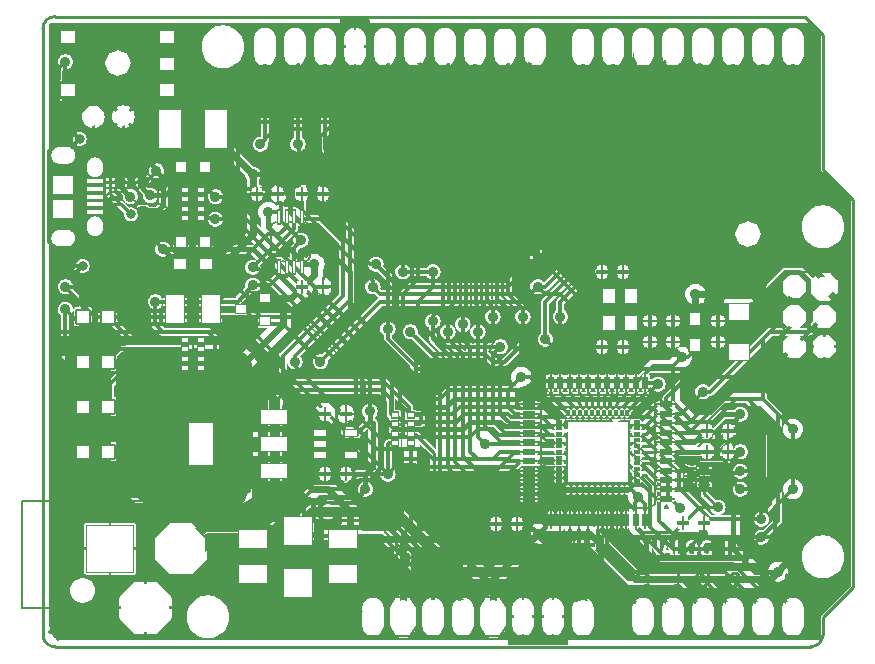
<source format=gbo>
G04 #@! TF.GenerationSoftware,KiCad,Pcbnew,8.0.4*
G04 #@! TF.CreationDate,2024-12-17T16:27:51+00:00*
G04 #@! TF.ProjectId,Leonardo_Rev3e,4c656f6e-6172-4646-9f5f-52657633652e,3d*
G04 #@! TF.SameCoordinates,Original*
G04 #@! TF.FileFunction,Legend,Bot*
G04 #@! TF.FilePolarity,Positive*
%FSLAX46Y46*%
G04 Gerber Fmt 4.6, Leading zero omitted, Abs format (unit mm)*
G04 Created by KiCad (PCBNEW 8.0.4) date 2024-12-17 16:27:51*
%MOMM*%
%LPD*%
G01*
G04 APERTURE LIST*
G04 Aperture macros list*
%AMRoundRect*
0 Rectangle with rounded corners*
0 $1 Rounding radius*
0 $2 $3 $4 $5 $6 $7 $8 $9 X,Y pos of 4 corners*
0 Add a 4 corners polygon primitive as box body*
4,1,4,$2,$3,$4,$5,$6,$7,$8,$9,$2,$3,0*
0 Add four circle primitives for the rounded corners*
1,1,$1+$1,$2,$3*
1,1,$1+$1,$4,$5*
1,1,$1+$1,$6,$7*
1,1,$1+$1,$8,$9*
0 Add four rect primitives between the rounded corners*
20,1,$1+$1,$2,$3,$4,$5,0*
20,1,$1+$1,$4,$5,$6,$7,0*
20,1,$1+$1,$6,$7,$8,$9,0*
20,1,$1+$1,$8,$9,$2,$3,0*%
%AMOutline5P*
0 Free polygon, 5 corners , with rotation*
0 The origin of the aperture is its center*
0 number of corners: always 5*
0 $1 to $10 corner X, Y*
0 $11 Rotation angle, in degrees counterclockwise*
0 create outline with 5 corners*
4,1,5,$1,$2,$3,$4,$5,$6,$7,$8,$9,$10,$1,$2,$11*%
%AMOutline6P*
0 Free polygon, 6 corners , with rotation*
0 The origin of the aperture is its center*
0 number of corners: always 6*
0 $1 to $12 corner X, Y*
0 $13 Rotation angle, in degrees counterclockwise*
0 create outline with 6 corners*
4,1,6,$1,$2,$3,$4,$5,$6,$7,$8,$9,$10,$11,$12,$1,$2,$13*%
%AMOutline7P*
0 Free polygon, 7 corners , with rotation*
0 The origin of the aperture is its center*
0 number of corners: always 7*
0 $1 to $14 corner X, Y*
0 $15 Rotation angle, in degrees counterclockwise*
0 create outline with 7 corners*
4,1,7,$1,$2,$3,$4,$5,$6,$7,$8,$9,$10,$11,$12,$13,$14,$1,$2,$15*%
%AMOutline8P*
0 Free polygon, 8 corners , with rotation*
0 The origin of the aperture is its center*
0 number of corners: always 8*
0 $1 to $16 corner X, Y*
0 $17 Rotation angle, in degrees counterclockwise*
0 create outline with 8 corners*
4,1,8,$1,$2,$3,$4,$5,$6,$7,$8,$9,$10,$11,$12,$13,$14,$15,$16,$1,$2,$17*%
%AMFreePoly0*
4,1,17,0.356937,0.810921,0.810921,0.356937,0.825800,0.321016,0.825800,-0.321016,0.810921,-0.356937,0.356937,-0.810921,0.321016,-0.825800,-0.321016,-0.825800,-0.356937,-0.810921,-0.810921,-0.356937,-0.825800,-0.321016,-0.825800,0.321016,-0.810921,0.356937,-0.356937,0.810921,-0.321016,0.825800,0.321016,0.825800,0.356937,0.810921,0.356937,0.810921,$1*%
%AMFreePoly1*
4,1,17,0.864348,2.035921,2.035921,0.864348,2.050800,0.828427,2.050800,-0.828427,2.035921,-0.864348,0.864348,-2.035921,0.828427,-2.050800,-0.828427,-2.050800,-0.864348,-2.035921,-2.035921,-0.864348,-2.050800,-0.828427,-2.050800,0.828427,-2.035921,0.864348,-0.864348,2.035921,-0.828427,2.050800,0.828427,2.050800,0.864348,2.035921,0.864348,2.035921,$1*%
G04 Aperture macros list end*
%ADD10C,0.254000*%
%ADD11C,0.228600*%
%ADD12C,0.150000*%
%ADD13C,3.200000*%
%ADD14C,1.524000*%
%ADD15O,1.524000X2.946400*%
%ADD16RoundRect,0.550800X-0.000010X-0.000010X0.000010X-0.000010X0.000010X0.000010X-0.000010X0.000010X0*%
%ADD17O,1.651000X1.016000*%
%ADD18O,1.016000X1.295400*%
%ADD19FreePoly0,270.000000*%
%ADD20FreePoly1,270.000000*%
%ADD21FreePoly1,90.000000*%
%ADD22RoundRect,0.050800X2.000000X-2.000000X2.000000X2.000000X-2.000000X2.000000X-2.000000X-2.000000X0*%
%ADD23RoundRect,0.360720X0.140080X-0.040080X0.140080X0.040080X-0.140080X0.040080X-0.140080X-0.040080X0*%
%ADD24C,0.121920*%
G04 #@! TA.AperFunction,NonConductor*
%ADD25C,0.121920*%
G04 #@! TD*
G04 #@! TA.AperFunction,ComponentPad*
%ADD26C,1.524000*%
G04 #@! TD*
G04 #@! TA.AperFunction,ComponentPad*
%ADD27O,1.422400X2.844800*%
G04 #@! TD*
G04 #@! TA.AperFunction,SMDPad,CuDef*
%ADD28RoundRect,0.500000X-0.000010X-0.000010X0.000010X-0.000010X0.000010X0.000010X-0.000010X0.000010X0*%
G04 #@! TD*
G04 #@! TA.AperFunction,ComponentPad*
%ADD29O,1.651000X1.016000*%
G04 #@! TD*
G04 #@! TA.AperFunction,ComponentPad*
%ADD30O,1.016000X1.295400*%
G04 #@! TD*
G04 #@! TA.AperFunction,ComponentPad*
%ADD31Outline8P,-0.775000X0.321016X-0.321016X0.775000X0.321016X0.775000X0.775000X0.321016X0.775000X-0.321016X0.321016X-0.775000X-0.321016X-0.775000X-0.775000X-0.321016X270.000000*%
G04 #@! TD*
G04 #@! TA.AperFunction,ComponentPad*
%ADD32Outline8P,-2.000000X0.828427X-0.828427X2.000000X0.828427X2.000000X2.000000X0.828427X2.000000X-0.828427X0.828427X-2.000000X-0.828427X-2.000000X-2.000000X-0.828427X270.000000*%
G04 #@! TD*
G04 #@! TA.AperFunction,ComponentPad*
%ADD33Outline8P,-2.000000X0.828427X-0.828427X2.000000X0.828427X2.000000X2.000000X0.828427X2.000000X-0.828427X0.828427X-2.000000X-0.828427X-2.000000X-2.000000X-0.828427X90.000000*%
G04 #@! TD*
G04 #@! TA.AperFunction,ComponentPad*
%ADD34R,4.000000X4.000000*%
G04 #@! TD*
G04 #@! TA.AperFunction,SMDPad,CuDef*
%ADD35RoundRect,0.315000X0.135000X-0.035000X0.135000X0.035000X-0.135000X0.035000X-0.135000X-0.035000X0*%
G04 #@! TD*
G04 #@! TA.AperFunction,ViaPad*
%ADD36C,0.900000*%
G04 #@! TD*
G04 #@! TA.AperFunction,ViaPad*
%ADD37C,0.800000*%
G04 #@! TD*
G04 #@! TA.AperFunction,Conductor*
%ADD38C,0.203200*%
G04 #@! TD*
G04 #@! TA.AperFunction,Conductor*
%ADD39C,0.304800*%
G04 #@! TD*
G04 #@! TA.AperFunction,Conductor*
%ADD40C,0.609600*%
G04 #@! TD*
G04 #@! TA.AperFunction,Conductor*
%ADD41C,0.406400*%
G04 #@! TD*
G04 #@! TA.AperFunction,Conductor*
%ADD42C,0.254000*%
G04 #@! TD*
G04 #@! TA.AperFunction,Conductor*
%ADD43C,0.250000*%
G04 #@! TD*
G04 #@! TA.AperFunction,Conductor*
%ADD44C,0.812800*%
G04 #@! TD*
%ADD45RoundRect,0.315000X0.135000X-0.035000X0.135000X0.035000X-0.135000X0.035000X-0.135000X-0.035000X0*%
G04 #@! TA.AperFunction,SMDPad,CuDef*
%ADD46R,2.235200X1.219200*%
G04 #@! TD*
G04 #@! TA.AperFunction,SMDPad,CuDef*
%ADD47R,2.200000X3.600000*%
G04 #@! TD*
G04 #@! TA.AperFunction,SMDPad,CuDef*
%ADD48RoundRect,0.508000X-0.000010X-0.000010X0.000010X-0.000010X0.000010X0.000010X-0.000010X0.000010X0*%
G04 #@! TD*
G04 #@! TA.AperFunction,SMDPad,CuDef*
%ADD49RoundRect,0.359360X0.089840X-0.190640X0.089840X0.190640X-0.089840X0.190640X-0.089840X-0.190640X0*%
G04 #@! TD*
G04 #@! TA.AperFunction,SMDPad,CuDef*
%ADD50RoundRect,0.359360X-0.089840X0.190640X-0.089840X-0.190640X0.089840X-0.190640X0.089840X0.190640X0*%
G04 #@! TD*
G04 #@! TA.AperFunction,SMDPad,CuDef*
%ADD51R,1.200000X0.550000*%
G04 #@! TD*
G04 #@! TA.AperFunction,SMDPad,CuDef*
%ADD52R,1.800000X1.400000*%
G04 #@! TD*
G04 #@! TA.AperFunction,SMDPad,CuDef*
%ADD53R,1.000000X1.000000*%
G04 #@! TD*
G04 #@! TA.AperFunction,SMDPad,CuDef*
%ADD54R,0.889000X0.787400*%
G04 #@! TD*
G04 #@! TA.AperFunction,SMDPad,CuDef*
%ADD55R,1.200000X1.200000*%
G04 #@! TD*
G04 #@! TA.AperFunction,SMDPad,CuDef*
%ADD56RoundRect,0.180000X0.520000X0.045000X-0.520000X0.045000X-0.520000X-0.045000X0.520000X-0.045000X0*%
G04 #@! TD*
G04 #@! TA.AperFunction,SMDPad,CuDef*
%ADD57RoundRect,0.180000X0.045000X0.520000X-0.045000X0.520000X-0.045000X-0.520000X0.045000X-0.520000X0*%
G04 #@! TD*
G04 #@! TA.AperFunction,SMDPad,CuDef*
%ADD58R,2.400000X2.400000*%
G04 #@! TD*
G04 #@! TA.AperFunction,SMDPad,CuDef*
%ADD59R,1.000000X1.200000*%
G04 #@! TD*
G04 #@! TA.AperFunction,SMDPad,CuDef*
%ADD60R,0.650000X0.500000*%
G04 #@! TD*
G04 #@! TA.AperFunction,SMDPad,CuDef*
%ADD61R,1.900000X3.400000*%
G04 #@! TD*
G04 #@! TA.AperFunction,SMDPad,CuDef*
%ADD62RoundRect,0.359360X-0.089840X-0.190640X0.089840X-0.190640X0.089840X0.190640X-0.089840X0.190640X0*%
G04 #@! TD*
G04 #@! TA.AperFunction,SMDPad,CuDef*
%ADD63R,1.346200X0.457200*%
G04 #@! TD*
G04 #@! TA.AperFunction,SMDPad,CuDef*
%ADD64R,1.651000X1.498600*%
G04 #@! TD*
G04 #@! TA.AperFunction,SMDPad,CuDef*
%ADD65R,2.400000X1.600000*%
G04 #@! TD*
G04 #@! TA.AperFunction,SMDPad,CuDef*
%ADD66R,1.600000X2.400000*%
G04 #@! TD*
G04 #@! TA.AperFunction,SMDPad,CuDef*
%ADD67R,0.300000X1.200000*%
G04 #@! TD*
G04 #@! TA.AperFunction,SMDPad,CuDef*
%ADD68R,1.050000X1.300000*%
G04 #@! TD*
G04 #@! TA.AperFunction,SMDPad,CuDef*
%ADD69R,1.200000X1.000000*%
G04 #@! TD*
G04 #@! TA.AperFunction,SMDPad,CuDef*
%ADD70RoundRect,0.359360X0.190640X0.089840X-0.190640X0.089840X-0.190640X-0.089840X0.190640X-0.089840X0*%
G04 #@! TD*
G04 #@! TA.AperFunction,SMDPad,CuDef*
%ADD71RoundRect,0.359360X-0.190640X-0.089840X0.190640X-0.089840X0.190640X0.089840X-0.190640X0.089840X0*%
G04 #@! TD*
G04 #@! TA.AperFunction,SMDPad,CuDef*
%ADD72RoundRect,0.110000X0.265000X0.027500X-0.265000X0.027500X-0.265000X-0.027500X0.265000X-0.027500X0*%
G04 #@! TD*
G04 #@! TA.AperFunction,SMDPad,CuDef*
%ADD73RoundRect,0.110000X-0.027500X0.265000X-0.027500X-0.265000X0.027500X-0.265000X0.027500X0.265000X0*%
G04 #@! TD*
G04 #@! TA.AperFunction,SMDPad,CuDef*
%ADD74RoundRect,0.110000X-0.265000X-0.027500X0.265000X-0.027500X0.265000X0.027500X-0.265000X0.027500X0*%
G04 #@! TD*
G04 #@! TA.AperFunction,SMDPad,CuDef*
%ADD75RoundRect,0.110000X0.027500X-0.265000X0.027500X0.265000X-0.027500X0.265000X-0.027500X-0.265000X0*%
G04 #@! TD*
G04 #@! TA.AperFunction,HeatsinkPad*
%ADD76R,5.200000X5.200000*%
G04 #@! TD*
G04 #@! TA.AperFunction,SMDPad,CuDef*
%ADD77RoundRect,0.105000X0.695000X0.595000X-0.695000X0.595000X-0.695000X-0.595000X0.695000X-0.595000X0*%
G04 #@! TD*
G04 #@! TA.AperFunction,SMDPad,CuDef*
%ADD78RoundRect,0.359360X0.089840X0.190640X-0.089840X0.190640X-0.089840X-0.190640X0.089840X-0.190640X0*%
G04 #@! TD*
G04 #@! TA.AperFunction,Conductor*
%ADD79C,1.270000*%
G04 #@! TD*
G04 #@! TA.AperFunction,Conductor*
%ADD80C,0.279400*%
G04 #@! TD*
G04 #@! TA.AperFunction,Conductor*
%ADD81C,1.016000*%
G04 #@! TD*
G04 #@! TA.AperFunction,Conductor*
%ADD82C,0.200000*%
G04 #@! TD*
%ADD83C,1.200000*%
%ADD84RoundRect,0.050800X1.117600X-0.609600X1.117600X0.609600X-1.117600X0.609600X-1.117600X-0.609600X0*%
%ADD85RoundRect,0.050800X1.100000X-1.800000X1.100000X1.800000X-1.100000X1.800000X-1.100000X-1.800000X0*%
%ADD86RoundRect,0.558800X-0.000010X-0.000010X0.000010X-0.000010X0.000010X0.000010X-0.000010X0.000010X0*%
%ADD87RoundRect,0.400000X0.100000X-0.200800X0.100000X0.200800X-0.100000X0.200800X-0.100000X-0.200800X0*%
%ADD88RoundRect,0.400000X-0.100000X0.200800X-0.100000X-0.200800X0.100000X-0.200800X0.100000X0.200800X0*%
%ADD89RoundRect,0.050800X-0.600000X0.275000X-0.600000X-0.275000X0.600000X-0.275000X0.600000X0.275000X0*%
%ADD90RoundRect,0.050800X-0.900000X0.700000X-0.900000X-0.700000X0.900000X-0.700000X0.900000X0.700000X0*%
%ADD91RoundRect,0.050800X-0.500000X-0.500000X0.500000X-0.500000X0.500000X0.500000X-0.500000X0.500000X0*%
%ADD92RoundRect,0.050800X-0.444500X0.393700X-0.444500X-0.393700X0.444500X-0.393700X0.444500X0.393700X0*%
%ADD93RoundRect,0.050800X0.600000X-0.600000X0.600000X0.600000X-0.600000X0.600000X-0.600000X-0.600000X0*%
%ADD94RoundRect,0.220640X0.530160X0.055160X-0.530160X0.055160X-0.530160X-0.055160X0.530160X-0.055160X0*%
%ADD95RoundRect,0.220640X0.055160X0.530160X-0.055160X0.530160X-0.055160X-0.530160X0.055160X-0.530160X0*%
%ADD96RoundRect,0.050800X-1.200000X1.200000X-1.200000X-1.200000X1.200000X-1.200000X1.200000X1.200000X0*%
%ADD97RoundRect,0.050800X-0.500000X0.600000X-0.500000X-0.600000X0.500000X-0.600000X0.500000X0.600000X0*%
%ADD98RoundRect,0.050800X0.325000X-0.250000X0.325000X0.250000X-0.325000X0.250000X-0.325000X-0.250000X0*%
%ADD99RoundRect,0.050800X0.950000X1.700000X-0.950000X1.700000X-0.950000X-1.700000X0.950000X-1.700000X0*%
%ADD100RoundRect,0.400000X-0.100000X-0.200800X0.100000X-0.200800X0.100000X0.200800X-0.100000X0.200800X0*%
%ADD101R,1.346200X0.457200*%
%ADD102R,1.651000X1.498600*%
%ADD103RoundRect,0.050800X-1.200000X0.800000X-1.200000X-0.800000X1.200000X-0.800000X1.200000X0.800000X0*%
%ADD104RoundRect,0.050800X1.200000X-0.800000X1.200000X0.800000X-1.200000X0.800000X-1.200000X-0.800000X0*%
%ADD105RoundRect,0.050800X0.800000X1.200000X-0.800000X1.200000X-0.800000X-1.200000X0.800000X-1.200000X0*%
%ADD106RoundRect,0.050800X-0.800000X-1.200000X0.800000X-1.200000X0.800000X1.200000X-0.800000X1.200000X0*%
%ADD107RoundRect,0.050800X-0.150000X-0.600000X0.150000X-0.600000X0.150000X0.600000X-0.150000X0.600000X0*%
%ADD108RoundRect,0.050800X-0.325000X0.250000X-0.325000X-0.250000X0.325000X-0.250000X0.325000X0.250000X0*%
%ADD109RoundRect,0.050800X-0.525000X-0.650000X0.525000X-0.650000X0.525000X0.650000X-0.525000X0.650000X0*%
%ADD110RoundRect,0.050800X-0.600000X-0.500000X0.600000X-0.500000X0.600000X0.500000X-0.600000X0.500000X0*%
%ADD111RoundRect,0.400000X0.200800X0.100000X-0.200800X0.100000X-0.200800X-0.100000X0.200800X-0.100000X0*%
%ADD112RoundRect,0.400000X-0.200800X-0.100000X0.200800X-0.100000X0.200800X0.100000X-0.200800X0.100000X0*%
%ADD113RoundRect,0.150640X0.275160X0.037660X-0.275160X0.037660X-0.275160X-0.037660X0.275160X-0.037660X0*%
%ADD114RoundRect,0.150640X-0.037660X0.275160X-0.037660X-0.275160X0.037660X-0.275160X0.037660X0.275160X0*%
%ADD115RoundRect,0.150640X-0.275160X-0.037660X0.275160X-0.037660X0.275160X0.037660X-0.275160X0.037660X0*%
%ADD116RoundRect,0.150640X0.037660X-0.275160X0.037660X0.275160X-0.037660X0.275160X-0.037660X-0.275160X0*%
%ADD117R,5.200000X5.200000*%
%ADD118RoundRect,0.112620X0.738180X0.638180X-0.738180X0.638180X-0.738180X-0.638180X0.738180X-0.638180X0*%
%ADD119RoundRect,0.400000X0.100000X0.200800X-0.100000X0.200800X-0.100000X-0.200800X0.100000X-0.200800X0*%
%ADD120C,0.000000*%
%ADD121R,2.235200X1.219200*%
%ADD122R,2.200000X3.600000*%
%ADD123RoundRect,0.359360X0.089840X-0.190640X0.089840X0.190640X-0.089840X0.190640X-0.089840X-0.190640X0*%
%ADD124RoundRect,0.359360X-0.089840X0.190640X-0.089840X-0.190640X0.089840X-0.190640X0.089840X0.190640X0*%
%ADD125R,1.200000X0.550000*%
%ADD126R,1.800000X1.400000*%
%ADD127R,1.000000X1.000000*%
%ADD128R,0.889000X0.787400*%
%ADD129R,1.200000X1.200000*%
%ADD130RoundRect,0.180000X0.520000X0.045000X-0.520000X0.045000X-0.520000X-0.045000X0.520000X-0.045000X0*%
%ADD131RoundRect,0.180000X0.045000X0.520000X-0.045000X0.520000X-0.045000X-0.520000X0.045000X-0.520000X0*%
%ADD132R,2.400000X2.400000*%
%ADD133R,1.000000X1.200000*%
%ADD134R,0.650000X0.500000*%
%ADD135R,1.900000X3.400000*%
%ADD136RoundRect,0.359360X-0.089840X-0.190640X0.089840X-0.190640X0.089840X0.190640X-0.089840X0.190640X0*%
%ADD137R,2.400000X1.600000*%
%ADD138R,1.600000X2.400000*%
%ADD139R,0.300000X1.200000*%
%ADD140R,1.050000X1.300000*%
%ADD141R,1.200000X1.000000*%
%ADD142RoundRect,0.359360X0.190640X0.089840X-0.190640X0.089840X-0.190640X-0.089840X0.190640X-0.089840X0*%
%ADD143RoundRect,0.359360X-0.190640X-0.089840X0.190640X-0.089840X0.190640X0.089840X-0.190640X0.089840X0*%
%ADD144RoundRect,0.250000X0.275000X0.275000X-0.275000X0.275000X-0.275000X-0.275000X0.275000X-0.275000X0*%
%ADD145RoundRect,0.110000X0.265000X0.027500X-0.265000X0.027500X-0.265000X-0.027500X0.265000X-0.027500X0*%
%ADD146RoundRect,0.110000X-0.027500X0.265000X-0.027500X-0.265000X0.027500X-0.265000X0.027500X0.265000X0*%
%ADD147RoundRect,0.110000X-0.265000X-0.027500X0.265000X-0.027500X0.265000X0.027500X-0.265000X0.027500X0*%
%ADD148RoundRect,0.110000X0.027500X-0.265000X0.027500X0.265000X-0.027500X0.265000X-0.027500X-0.265000X0*%
%ADD149RoundRect,0.105000X0.695000X0.595000X-0.695000X0.595000X-0.695000X-0.595000X0.695000X-0.595000X0*%
%ADD150RoundRect,0.359360X0.089840X0.190640X-0.089840X0.190640X-0.089840X-0.190640X0.089840X-0.190640X0*%
%ADD151C,0.304800*%
%ADD152C,0.127000*%
%ADD153C,0.050800*%
%ADD154C,0.203200*%
%ADD155C,0.152400*%
%ADD156C,0.013229*%
%ADD157C,0.101600*%
%ADD158C,0.070000*%
%ADD159C,0.120000*%
G04 #@! TA.AperFunction,Profile*
%ADD160C,0.254000*%
G04 #@! TD*
G04 APERTURE END LIST*
D10*
G36*
X155992132Y-96647931D02*
G01*
X156170399Y-96826198D01*
X156266933Y-97212332D01*
X156266933Y-97943065D01*
X156170399Y-98329198D01*
X155992133Y-98507465D01*
X155819667Y-98593699D01*
X155444199Y-98593699D01*
X155271734Y-98507466D01*
X155093466Y-98329198D01*
X154996933Y-97943065D01*
X154996933Y-97212332D01*
X155093466Y-96826199D01*
X155271734Y-96647931D01*
X155444199Y-96561699D01*
X155819667Y-96561699D01*
X155992132Y-96647931D01*
G37*
G36*
X158444076Y-98593699D02*
G01*
X158047400Y-98593699D01*
X157768821Y-98500839D01*
X157586878Y-98318895D01*
X157493474Y-98132087D01*
X157391790Y-97725350D01*
X157391790Y-97430046D01*
X157493474Y-97023309D01*
X157586878Y-96836500D01*
X157768821Y-96654558D01*
X158047400Y-96561699D01*
X158444076Y-96561699D01*
X158444076Y-98593699D01*
G37*
G36*
X167313275Y-96647931D02*
G01*
X167491542Y-96826198D01*
X167588076Y-97212332D01*
X167588076Y-97943065D01*
X167491542Y-98329198D01*
X167313276Y-98507465D01*
X167140810Y-98593699D01*
X166765342Y-98593699D01*
X166592877Y-98507466D01*
X166414609Y-98329198D01*
X166318076Y-97943065D01*
X166318076Y-97212332D01*
X166414609Y-96826199D01*
X166592877Y-96647931D01*
X166765342Y-96561699D01*
X167140810Y-96561699D01*
X167313275Y-96647931D01*
G37*
G36*
X160730076Y-97505127D02*
G01*
X160016199Y-97505127D01*
X159843735Y-97418895D01*
X159764021Y-97339181D01*
X159677790Y-97166719D01*
X159677790Y-96900107D01*
X159764021Y-96727645D01*
X159843735Y-96647930D01*
X160016199Y-96561699D01*
X160730076Y-96561699D01*
X160730076Y-97505127D01*
G37*
G36*
X162749158Y-97940556D02*
G01*
X162012994Y-97940556D01*
X162381076Y-96836309D01*
X162749158Y-97940556D01*
G37*
G36*
X171906076Y-99101699D02*
G01*
X154488933Y-99101699D01*
X154488933Y-97196699D01*
X154742933Y-97196699D01*
X154742933Y-97958699D01*
X154743358Y-97963020D01*
X154743083Y-97964873D01*
X154744454Y-97974145D01*
X154745373Y-97983475D01*
X154746089Y-97985205D01*
X154746725Y-97989501D01*
X154855582Y-98424929D01*
X154863958Y-98448374D01*
X154869579Y-98455960D01*
X154873193Y-98464685D01*
X154888987Y-98483929D01*
X155106701Y-98701644D01*
X155116440Y-98709636D01*
X155118639Y-98712172D01*
X155122460Y-98714577D01*
X155125946Y-98717438D01*
X155129043Y-98718720D01*
X155139708Y-98725434D01*
X155357423Y-98834292D01*
X155380675Y-98843189D01*
X155385226Y-98843512D01*
X155389443Y-98845259D01*
X155414219Y-98847699D01*
X155849647Y-98847699D01*
X155874423Y-98845259D01*
X155878639Y-98843512D01*
X155883191Y-98843189D01*
X155906443Y-98834291D01*
X156124158Y-98725434D01*
X156134822Y-98718720D01*
X156137920Y-98717438D01*
X156141405Y-98714577D01*
X156145227Y-98712172D01*
X156147425Y-98709636D01*
X156157165Y-98701644D01*
X156374879Y-98483929D01*
X156390673Y-98464685D01*
X156394287Y-98455958D01*
X156399908Y-98448373D01*
X156408284Y-98424929D01*
X156517141Y-97989501D01*
X156517776Y-97985205D01*
X156518493Y-97983475D01*
X156519411Y-97974145D01*
X156520783Y-97964873D01*
X156520507Y-97963020D01*
X156520933Y-97958699D01*
X156520933Y-97414413D01*
X157137790Y-97414413D01*
X157137790Y-97740984D01*
X157138215Y-97745305D01*
X157137940Y-97747158D01*
X157139311Y-97756430D01*
X157140230Y-97765760D01*
X157140946Y-97767490D01*
X157141582Y-97771786D01*
X157250439Y-98207215D01*
X157251091Y-98209042D01*
X157251157Y-98209958D01*
X157255099Y-98220258D01*
X157258815Y-98230660D01*
X157259362Y-98231398D01*
X157260055Y-98233209D01*
X157368912Y-98450923D01*
X157375625Y-98461589D01*
X157376908Y-98464685D01*
X157379767Y-98468169D01*
X157382174Y-98471993D01*
X157384710Y-98474192D01*
X157392701Y-98483930D01*
X157610417Y-98701645D01*
X157629661Y-98717439D01*
X157633878Y-98719185D01*
X157637325Y-98722175D01*
X157660058Y-98732325D01*
X157986629Y-98841182D01*
X157998916Y-98843976D01*
X158002014Y-98845259D01*
X158006503Y-98845701D01*
X158010905Y-98846702D01*
X158014251Y-98846464D01*
X158026790Y-98847699D01*
X158571076Y-98847699D01*
X158595852Y-98845259D01*
X158641633Y-98826296D01*
X158676673Y-98791256D01*
X158695636Y-98745475D01*
X158698076Y-98720699D01*
X158698076Y-96870127D01*
X159423790Y-96870127D01*
X159423790Y-97196699D01*
X159426230Y-97221475D01*
X159427976Y-97225691D01*
X159428300Y-97230244D01*
X159437198Y-97253495D01*
X159546055Y-97471209D01*
X159552768Y-97481875D01*
X159554051Y-97484971D01*
X159556910Y-97488455D01*
X159559317Y-97492279D01*
X159561853Y-97494478D01*
X159569844Y-97504216D01*
X159678701Y-97613073D01*
X159688441Y-97621066D01*
X159690639Y-97623600D01*
X159694459Y-97626004D01*
X159697946Y-97628866D01*
X159701043Y-97630148D01*
X159711708Y-97636862D01*
X159929423Y-97745720D01*
X159952675Y-97754617D01*
X159957226Y-97754940D01*
X159961443Y-97756687D01*
X159986219Y-97759127D01*
X160068867Y-97759127D01*
X159446748Y-98647869D01*
X159434538Y-98669566D01*
X159423820Y-98717946D01*
X159432432Y-98766746D01*
X159459062Y-98808534D01*
X159499657Y-98836951D01*
X159548037Y-98847669D01*
X159596837Y-98839057D01*
X159638625Y-98812427D01*
X159654832Y-98793529D01*
X160378913Y-97759127D01*
X160730076Y-97759127D01*
X160730076Y-98720699D01*
X160732516Y-98745475D01*
X160751479Y-98791256D01*
X160786519Y-98826296D01*
X160832300Y-98845259D01*
X160881852Y-98845259D01*
X160927633Y-98826296D01*
X160962673Y-98791256D01*
X160981636Y-98745475D01*
X160984076Y-98720699D01*
X160984076Y-98704814D01*
X161493073Y-98704814D01*
X161496586Y-98754243D01*
X161518747Y-98798565D01*
X161556182Y-98831032D01*
X161603191Y-98846702D01*
X161652620Y-98843189D01*
X161696942Y-98821028D01*
X161729409Y-98783593D01*
X161739559Y-98760860D01*
X161928327Y-98194556D01*
X162833825Y-98194556D01*
X163022593Y-98760860D01*
X163032743Y-98783593D01*
X163065210Y-98821028D01*
X163109533Y-98843190D01*
X163158961Y-98846702D01*
X163205970Y-98831033D01*
X163243405Y-98798565D01*
X163265566Y-98754243D01*
X163269079Y-98704815D01*
X163263559Y-98680538D01*
X162514946Y-96434699D01*
X163778076Y-96434699D01*
X163778076Y-98720699D01*
X163778703Y-98727071D01*
X163778386Y-98729569D01*
X163779268Y-98732803D01*
X163780516Y-98745475D01*
X163786981Y-98761083D01*
X163791425Y-98777377D01*
X163796380Y-98783776D01*
X163799479Y-98791256D01*
X163811421Y-98803198D01*
X163821765Y-98816555D01*
X163828795Y-98820572D01*
X163834519Y-98826296D01*
X163850122Y-98832759D01*
X163864789Y-98841140D01*
X163872820Y-98842161D01*
X163880300Y-98845259D01*
X163897191Y-98845259D01*
X163913946Y-98847389D01*
X163921756Y-98845259D01*
X163929852Y-98845259D01*
X163945460Y-98838793D01*
X163961754Y-98834350D01*
X163968153Y-98829394D01*
X163975633Y-98826296D01*
X163987575Y-98814353D01*
X164000932Y-98804010D01*
X164008303Y-98793625D01*
X164010673Y-98791256D01*
X164011635Y-98788931D01*
X164015343Y-98783709D01*
X165084362Y-96912926D01*
X165084362Y-98720699D01*
X165086802Y-98745475D01*
X165105765Y-98791256D01*
X165140805Y-98826296D01*
X165186586Y-98845259D01*
X165236138Y-98845259D01*
X165281919Y-98826296D01*
X165316959Y-98791256D01*
X165335922Y-98745475D01*
X165338362Y-98720699D01*
X165338362Y-97196699D01*
X166064076Y-97196699D01*
X166064076Y-97958699D01*
X166064501Y-97963020D01*
X166064226Y-97964873D01*
X166065597Y-97974145D01*
X166066516Y-97983475D01*
X166067232Y-97985205D01*
X166067868Y-97989501D01*
X166176725Y-98424929D01*
X166185101Y-98448374D01*
X166190722Y-98455960D01*
X166194336Y-98464685D01*
X166210130Y-98483929D01*
X166427844Y-98701644D01*
X166437583Y-98709636D01*
X166439782Y-98712172D01*
X166443603Y-98714577D01*
X166447089Y-98717438D01*
X166450186Y-98718720D01*
X166460851Y-98725434D01*
X166678566Y-98834292D01*
X166701818Y-98843189D01*
X166706369Y-98843512D01*
X166710586Y-98845259D01*
X166735362Y-98847699D01*
X167170790Y-98847699D01*
X167195566Y-98845259D01*
X167199782Y-98843512D01*
X167204334Y-98843189D01*
X167227586Y-98834291D01*
X167445301Y-98725434D01*
X167455965Y-98718720D01*
X167459063Y-98717438D01*
X167462548Y-98714577D01*
X167466370Y-98712172D01*
X167468568Y-98709636D01*
X167478308Y-98701644D01*
X167696022Y-98483929D01*
X167711816Y-98464685D01*
X167715430Y-98455958D01*
X167721051Y-98448373D01*
X167729427Y-98424929D01*
X167838284Y-97989501D01*
X167838919Y-97985205D01*
X167839636Y-97983475D01*
X167840554Y-97974145D01*
X167841926Y-97964873D01*
X167841650Y-97963020D01*
X167842076Y-97958699D01*
X167842076Y-97196699D01*
X167841650Y-97192377D01*
X167841926Y-97190525D01*
X167840554Y-97181252D01*
X167839636Y-97171923D01*
X167838919Y-97170192D01*
X167838284Y-97165897D01*
X167729427Y-96730468D01*
X167721051Y-96707024D01*
X167715428Y-96699435D01*
X167711815Y-96690712D01*
X167696021Y-96671467D01*
X167478308Y-96453753D01*
X167468567Y-96445759D01*
X167466370Y-96443226D01*
X167462549Y-96440821D01*
X167459063Y-96437960D01*
X167455965Y-96436677D01*
X167445301Y-96429964D01*
X167405219Y-96409923D01*
X168461373Y-96409923D01*
X168461373Y-96459475D01*
X168480336Y-96505256D01*
X168515376Y-96540296D01*
X168561157Y-96559259D01*
X168585933Y-96561699D01*
X169547505Y-96561699D01*
X169547505Y-97396270D01*
X168912505Y-97396270D01*
X168887729Y-97398710D01*
X168841948Y-97417673D01*
X168806908Y-97452713D01*
X168787945Y-97498494D01*
X168787945Y-97548046D01*
X168806908Y-97593827D01*
X168841948Y-97628867D01*
X168887729Y-97647830D01*
X168912505Y-97650270D01*
X169547505Y-97650270D01*
X169547505Y-98593699D01*
X168585933Y-98593699D01*
X168561157Y-98596139D01*
X168515376Y-98615102D01*
X168480336Y-98650142D01*
X168461373Y-98695923D01*
X168461373Y-98745475D01*
X168480336Y-98791256D01*
X168515376Y-98826296D01*
X168561157Y-98845259D01*
X168585933Y-98847699D01*
X169674505Y-98847699D01*
X169699281Y-98845259D01*
X169745062Y-98826296D01*
X169780102Y-98791256D01*
X169799065Y-98745475D01*
X169801505Y-98720699D01*
X169801505Y-98695923D01*
X170311944Y-98695923D01*
X170311944Y-98745475D01*
X170330907Y-98791256D01*
X170365947Y-98826296D01*
X170411728Y-98845259D01*
X170436504Y-98847699D01*
X171525076Y-98847699D01*
X171549852Y-98845259D01*
X171595633Y-98826296D01*
X171630673Y-98791256D01*
X171649636Y-98745475D01*
X171652076Y-98720699D01*
X171652076Y-96434699D01*
X171649636Y-96409923D01*
X171630673Y-96364142D01*
X171595633Y-96329102D01*
X171549852Y-96310139D01*
X171500300Y-96310139D01*
X171454519Y-96329102D01*
X171419479Y-96364142D01*
X171400516Y-96409923D01*
X171398076Y-96434699D01*
X171398076Y-98593699D01*
X170436504Y-98593699D01*
X170411728Y-98596139D01*
X170365947Y-98615102D01*
X170330907Y-98650142D01*
X170311944Y-98695923D01*
X169801505Y-98695923D01*
X169801505Y-96434699D01*
X169799065Y-96409923D01*
X169780102Y-96364142D01*
X169745062Y-96329102D01*
X169699281Y-96310139D01*
X169674505Y-96307699D01*
X168585933Y-96307699D01*
X168561157Y-96310139D01*
X168515376Y-96329102D01*
X168480336Y-96364142D01*
X168461373Y-96409923D01*
X167405219Y-96409923D01*
X167227586Y-96321107D01*
X167204334Y-96312209D01*
X167199782Y-96311885D01*
X167195566Y-96310139D01*
X167170790Y-96307699D01*
X166735362Y-96307699D01*
X166710586Y-96310139D01*
X166706369Y-96311885D01*
X166701818Y-96312209D01*
X166678566Y-96321106D01*
X166460851Y-96429964D01*
X166450186Y-96436677D01*
X166447089Y-96437960D01*
X166443603Y-96440820D01*
X166439782Y-96443226D01*
X166437583Y-96445761D01*
X166427844Y-96453754D01*
X166210130Y-96671467D01*
X166194337Y-96690712D01*
X166190724Y-96699433D01*
X166185101Y-96707023D01*
X166176725Y-96730468D01*
X166067868Y-97165897D01*
X166067232Y-97170192D01*
X166066516Y-97171923D01*
X166065597Y-97181252D01*
X166064226Y-97190525D01*
X166064501Y-97192377D01*
X166064076Y-97196699D01*
X165338362Y-97196699D01*
X165338362Y-96434699D01*
X165337734Y-96428326D01*
X165338052Y-96425829D01*
X165337169Y-96422594D01*
X165335922Y-96409923D01*
X165329456Y-96394314D01*
X165325013Y-96378021D01*
X165320057Y-96371621D01*
X165316959Y-96364142D01*
X165305016Y-96352199D01*
X165294673Y-96338843D01*
X165287642Y-96334825D01*
X165281919Y-96329102D01*
X165266315Y-96322638D01*
X165251649Y-96314258D01*
X165243617Y-96313236D01*
X165236138Y-96310139D01*
X165219247Y-96310139D01*
X165202492Y-96308009D01*
X165194682Y-96310139D01*
X165186586Y-96310139D01*
X165170977Y-96316604D01*
X165154684Y-96321048D01*
X165148284Y-96326003D01*
X165140805Y-96329102D01*
X165128862Y-96341044D01*
X165115506Y-96351388D01*
X165108134Y-96361772D01*
X165105765Y-96364142D01*
X165104802Y-96366466D01*
X165101095Y-96371689D01*
X164032076Y-98242471D01*
X164032076Y-96434699D01*
X164029636Y-96409923D01*
X164010673Y-96364142D01*
X163975633Y-96329102D01*
X163929852Y-96310139D01*
X163880300Y-96310139D01*
X163834519Y-96329102D01*
X163799479Y-96364142D01*
X163780516Y-96409923D01*
X163778076Y-96434699D01*
X162514946Y-96434699D01*
X162501559Y-96394538D01*
X162491409Y-96371805D01*
X162485463Y-96364949D01*
X162481405Y-96356833D01*
X162469374Y-96346398D01*
X162458942Y-96334370D01*
X162450827Y-96330312D01*
X162443970Y-96324365D01*
X162428857Y-96319327D01*
X162414620Y-96312209D01*
X162405570Y-96311565D01*
X162396961Y-96308696D01*
X162381073Y-96309824D01*
X162365191Y-96308696D01*
X162356584Y-96311564D01*
X162347533Y-96312208D01*
X162333288Y-96319330D01*
X162318182Y-96324366D01*
X162311326Y-96330311D01*
X162303210Y-96334370D01*
X162292776Y-96346399D01*
X162280747Y-96356833D01*
X162276688Y-96364949D01*
X162270743Y-96371805D01*
X162260593Y-96394538D01*
X161498593Y-98680538D01*
X161493073Y-98704814D01*
X160984076Y-98704814D01*
X160984076Y-96434699D01*
X160981636Y-96409923D01*
X160962673Y-96364142D01*
X160927633Y-96329102D01*
X160881852Y-96310139D01*
X160857076Y-96307699D01*
X159986219Y-96307699D01*
X159961443Y-96310139D01*
X159957226Y-96311885D01*
X159952675Y-96312209D01*
X159929423Y-96321106D01*
X159711708Y-96429964D01*
X159701043Y-96436677D01*
X159697946Y-96437960D01*
X159694459Y-96440821D01*
X159690639Y-96443226D01*
X159688441Y-96445759D01*
X159678701Y-96453753D01*
X159569844Y-96562610D01*
X159561853Y-96572347D01*
X159559317Y-96574547D01*
X159556910Y-96578370D01*
X159554051Y-96581855D01*
X159552768Y-96584950D01*
X159546055Y-96595617D01*
X159437198Y-96813331D01*
X159428300Y-96836582D01*
X159427976Y-96841134D01*
X159426230Y-96845351D01*
X159423790Y-96870127D01*
X158698076Y-96870127D01*
X158698076Y-96434699D01*
X158695636Y-96409923D01*
X158676673Y-96364142D01*
X158641633Y-96329102D01*
X158595852Y-96310139D01*
X158571076Y-96307699D01*
X158026790Y-96307699D01*
X158014251Y-96308933D01*
X158010905Y-96308696D01*
X158006503Y-96309696D01*
X158002014Y-96310139D01*
X157998916Y-96311421D01*
X157986629Y-96314216D01*
X157660058Y-96423073D01*
X157637325Y-96433223D01*
X157633878Y-96436212D01*
X157629661Y-96437959D01*
X157610417Y-96453753D01*
X157392702Y-96671467D01*
X157384712Y-96681202D01*
X157382174Y-96683404D01*
X157379766Y-96687228D01*
X157376908Y-96690712D01*
X157375625Y-96693807D01*
X157368912Y-96704474D01*
X157260055Y-96922188D01*
X157259362Y-96923998D01*
X157258815Y-96924737D01*
X157255099Y-96935138D01*
X157251157Y-96945439D01*
X157251091Y-96946354D01*
X157250439Y-96948182D01*
X157141582Y-97383611D01*
X157140946Y-97387906D01*
X157140230Y-97389637D01*
X157139311Y-97398966D01*
X157137940Y-97408239D01*
X157138215Y-97410091D01*
X157137790Y-97414413D01*
X156520933Y-97414413D01*
X156520933Y-97196699D01*
X156520507Y-97192377D01*
X156520783Y-97190525D01*
X156519411Y-97181252D01*
X156518493Y-97171923D01*
X156517776Y-97170192D01*
X156517141Y-97165897D01*
X156408284Y-96730468D01*
X156399908Y-96707024D01*
X156394285Y-96699435D01*
X156390672Y-96690712D01*
X156374878Y-96671467D01*
X156157165Y-96453753D01*
X156147424Y-96445759D01*
X156145227Y-96443226D01*
X156141406Y-96440821D01*
X156137920Y-96437960D01*
X156134822Y-96436677D01*
X156124158Y-96429964D01*
X155906443Y-96321107D01*
X155883191Y-96312209D01*
X155878639Y-96311885D01*
X155874423Y-96310139D01*
X155849647Y-96307699D01*
X155414219Y-96307699D01*
X155389443Y-96310139D01*
X155385226Y-96311885D01*
X155380675Y-96312209D01*
X155357423Y-96321106D01*
X155139708Y-96429964D01*
X155129043Y-96436677D01*
X155125946Y-96437960D01*
X155122460Y-96440820D01*
X155118639Y-96443226D01*
X155116440Y-96445761D01*
X155106701Y-96453754D01*
X154888987Y-96671467D01*
X154873194Y-96690712D01*
X154869581Y-96699433D01*
X154863958Y-96707023D01*
X154855582Y-96730468D01*
X154746725Y-97165897D01*
X154746089Y-97170192D01*
X154745373Y-97171923D01*
X154744454Y-97181252D01*
X154743083Y-97190525D01*
X154743358Y-97192377D01*
X154742933Y-97196699D01*
X154488933Y-97196699D01*
X154488933Y-96053699D01*
X171906076Y-96053699D01*
X171906076Y-99101699D01*
G37*
D11*
X133416852Y-82995517D02*
X133465232Y-83140660D01*
X133465232Y-83140660D02*
X133465232Y-83382565D01*
X133465232Y-83382565D02*
X133416852Y-83479327D01*
X133416852Y-83479327D02*
X133368471Y-83527708D01*
X133368471Y-83527708D02*
X133271709Y-83576089D01*
X133271709Y-83576089D02*
X133174947Y-83576089D01*
X133174947Y-83576089D02*
X133078185Y-83527708D01*
X133078185Y-83527708D02*
X133029804Y-83479327D01*
X133029804Y-83479327D02*
X132981423Y-83382565D01*
X132981423Y-83382565D02*
X132933042Y-83189041D01*
X132933042Y-83189041D02*
X132884661Y-83092279D01*
X132884661Y-83092279D02*
X132836280Y-83043898D01*
X132836280Y-83043898D02*
X132739518Y-82995517D01*
X132739518Y-82995517D02*
X132642756Y-82995517D01*
X132642756Y-82995517D02*
X132545994Y-83043898D01*
X132545994Y-83043898D02*
X132497613Y-83092279D01*
X132497613Y-83092279D02*
X132449232Y-83189041D01*
X132449232Y-83189041D02*
X132449232Y-83430946D01*
X132449232Y-83430946D02*
X132497613Y-83576089D01*
X133368471Y-84592089D02*
X133416852Y-84543708D01*
X133416852Y-84543708D02*
X133465232Y-84398565D01*
X133465232Y-84398565D02*
X133465232Y-84301803D01*
X133465232Y-84301803D02*
X133416852Y-84156660D01*
X133416852Y-84156660D02*
X133320090Y-84059898D01*
X133320090Y-84059898D02*
X133223328Y-84011517D01*
X133223328Y-84011517D02*
X133029804Y-83963136D01*
X133029804Y-83963136D02*
X132884661Y-83963136D01*
X132884661Y-83963136D02*
X132691137Y-84011517D01*
X132691137Y-84011517D02*
X132594375Y-84059898D01*
X132594375Y-84059898D02*
X132497613Y-84156660D01*
X132497613Y-84156660D02*
X132449232Y-84301803D01*
X132449232Y-84301803D02*
X132449232Y-84398565D01*
X132449232Y-84398565D02*
X132497613Y-84543708D01*
X132497613Y-84543708D02*
X132545994Y-84592089D01*
X133465232Y-85511327D02*
X133465232Y-85027517D01*
X133465232Y-85027517D02*
X132449232Y-85027517D01*
X153494947Y-82995517D02*
X153494947Y-83479327D01*
X153785232Y-82898755D02*
X152769232Y-83237422D01*
X152769232Y-83237422D02*
X153785232Y-83576089D01*
X153785232Y-83963136D02*
X153785232Y-84156660D01*
X153785232Y-84156660D02*
X153736852Y-84253422D01*
X153736852Y-84253422D02*
X153688471Y-84301803D01*
X153688471Y-84301803D02*
X153543328Y-84398565D01*
X153543328Y-84398565D02*
X153349804Y-84446946D01*
X153349804Y-84446946D02*
X152962756Y-84446946D01*
X152962756Y-84446946D02*
X152865994Y-84398565D01*
X152865994Y-84398565D02*
X152817613Y-84350184D01*
X152817613Y-84350184D02*
X152769232Y-84253422D01*
X152769232Y-84253422D02*
X152769232Y-84059898D01*
X152769232Y-84059898D02*
X152817613Y-83963136D01*
X152817613Y-83963136D02*
X152865994Y-83914755D01*
X152865994Y-83914755D02*
X152962756Y-83866374D01*
X152962756Y-83866374D02*
X153204661Y-83866374D01*
X153204661Y-83866374D02*
X153301423Y-83914755D01*
X153301423Y-83914755D02*
X153349804Y-83963136D01*
X153349804Y-83963136D02*
X153398185Y-84059898D01*
X153398185Y-84059898D02*
X153398185Y-84253422D01*
X153398185Y-84253422D02*
X153349804Y-84350184D01*
X153349804Y-84350184D02*
X153301423Y-84398565D01*
X153301423Y-84398565D02*
X153204661Y-84446946D01*
X145874947Y-82995517D02*
X145874947Y-83479327D01*
X146165232Y-82898755D02*
X145149232Y-83237422D01*
X145149232Y-83237422D02*
X146165232Y-83576089D01*
X146165232Y-84446946D02*
X146165232Y-83866374D01*
X146165232Y-84156660D02*
X145149232Y-84156660D01*
X145149232Y-84156660D02*
X145294375Y-84059898D01*
X145294375Y-84059898D02*
X145391137Y-83963136D01*
X145391137Y-83963136D02*
X145439518Y-83866374D01*
X146165232Y-85414565D02*
X146165232Y-84833993D01*
X146165232Y-85124279D02*
X145149232Y-85124279D01*
X145149232Y-85124279D02*
X145294375Y-85027517D01*
X145294375Y-85027517D02*
X145391137Y-84930755D01*
X145391137Y-84930755D02*
X145439518Y-84833993D01*
X156034947Y-82995517D02*
X156034947Y-83479327D01*
X156325232Y-82898755D02*
X155309232Y-83237422D01*
X155309232Y-83237422D02*
X156325232Y-83576089D01*
X155744661Y-84059898D02*
X155696280Y-83963136D01*
X155696280Y-83963136D02*
X155647899Y-83914755D01*
X155647899Y-83914755D02*
X155551137Y-83866374D01*
X155551137Y-83866374D02*
X155502756Y-83866374D01*
X155502756Y-83866374D02*
X155405994Y-83914755D01*
X155405994Y-83914755D02*
X155357613Y-83963136D01*
X155357613Y-83963136D02*
X155309232Y-84059898D01*
X155309232Y-84059898D02*
X155309232Y-84253422D01*
X155309232Y-84253422D02*
X155357613Y-84350184D01*
X155357613Y-84350184D02*
X155405994Y-84398565D01*
X155405994Y-84398565D02*
X155502756Y-84446946D01*
X155502756Y-84446946D02*
X155551137Y-84446946D01*
X155551137Y-84446946D02*
X155647899Y-84398565D01*
X155647899Y-84398565D02*
X155696280Y-84350184D01*
X155696280Y-84350184D02*
X155744661Y-84253422D01*
X155744661Y-84253422D02*
X155744661Y-84059898D01*
X155744661Y-84059898D02*
X155793042Y-83963136D01*
X155793042Y-83963136D02*
X155841423Y-83914755D01*
X155841423Y-83914755D02*
X155938185Y-83866374D01*
X155938185Y-83866374D02*
X156131709Y-83866374D01*
X156131709Y-83866374D02*
X156228471Y-83914755D01*
X156228471Y-83914755D02*
X156276852Y-83963136D01*
X156276852Y-83963136D02*
X156325232Y-84059898D01*
X156325232Y-84059898D02*
X156325232Y-84253422D01*
X156325232Y-84253422D02*
X156276852Y-84350184D01*
X156276852Y-84350184D02*
X156228471Y-84398565D01*
X156228471Y-84398565D02*
X156131709Y-84446946D01*
X156131709Y-84446946D02*
X155938185Y-84446946D01*
X155938185Y-84446946D02*
X155841423Y-84398565D01*
X155841423Y-84398565D02*
X155793042Y-84350184D01*
X155793042Y-84350184D02*
X155744661Y-84253422D01*
X167718947Y-82995517D02*
X167718947Y-83479327D01*
X168009232Y-82898755D02*
X166993232Y-83237422D01*
X166993232Y-83237422D02*
X168009232Y-83576089D01*
X166993232Y-84350184D02*
X166993232Y-84156660D01*
X166993232Y-84156660D02*
X167041613Y-84059898D01*
X167041613Y-84059898D02*
X167089994Y-84011517D01*
X167089994Y-84011517D02*
X167235137Y-83914755D01*
X167235137Y-83914755D02*
X167428661Y-83866374D01*
X167428661Y-83866374D02*
X167815709Y-83866374D01*
X167815709Y-83866374D02*
X167912471Y-83914755D01*
X167912471Y-83914755D02*
X167960852Y-83963136D01*
X167960852Y-83963136D02*
X168009232Y-84059898D01*
X168009232Y-84059898D02*
X168009232Y-84253422D01*
X168009232Y-84253422D02*
X167960852Y-84350184D01*
X167960852Y-84350184D02*
X167912471Y-84398565D01*
X167912471Y-84398565D02*
X167815709Y-84446946D01*
X167815709Y-84446946D02*
X167573804Y-84446946D01*
X167573804Y-84446946D02*
X167477042Y-84398565D01*
X167477042Y-84398565D02*
X167428661Y-84350184D01*
X167428661Y-84350184D02*
X167380280Y-84253422D01*
X167380280Y-84253422D02*
X167380280Y-84059898D01*
X167380280Y-84059898D02*
X167428661Y-83963136D01*
X167428661Y-83963136D02*
X167477042Y-83914755D01*
X167477042Y-83914755D02*
X167573804Y-83866374D01*
X135956852Y-82995517D02*
X136005232Y-83140660D01*
X136005232Y-83140660D02*
X136005232Y-83382565D01*
X136005232Y-83382565D02*
X135956852Y-83479327D01*
X135956852Y-83479327D02*
X135908471Y-83527708D01*
X135908471Y-83527708D02*
X135811709Y-83576089D01*
X135811709Y-83576089D02*
X135714947Y-83576089D01*
X135714947Y-83576089D02*
X135618185Y-83527708D01*
X135618185Y-83527708D02*
X135569804Y-83479327D01*
X135569804Y-83479327D02*
X135521423Y-83382565D01*
X135521423Y-83382565D02*
X135473042Y-83189041D01*
X135473042Y-83189041D02*
X135424661Y-83092279D01*
X135424661Y-83092279D02*
X135376280Y-83043898D01*
X135376280Y-83043898D02*
X135279518Y-82995517D01*
X135279518Y-82995517D02*
X135182756Y-82995517D01*
X135182756Y-82995517D02*
X135085994Y-83043898D01*
X135085994Y-83043898D02*
X135037613Y-83092279D01*
X135037613Y-83092279D02*
X134989232Y-83189041D01*
X134989232Y-83189041D02*
X134989232Y-83430946D01*
X134989232Y-83430946D02*
X135037613Y-83576089D01*
X136005232Y-84011517D02*
X134989232Y-84011517D01*
X134989232Y-84011517D02*
X134989232Y-84253422D01*
X134989232Y-84253422D02*
X135037613Y-84398565D01*
X135037613Y-84398565D02*
X135134375Y-84495327D01*
X135134375Y-84495327D02*
X135231137Y-84543708D01*
X135231137Y-84543708D02*
X135424661Y-84592089D01*
X135424661Y-84592089D02*
X135569804Y-84592089D01*
X135569804Y-84592089D02*
X135763328Y-84543708D01*
X135763328Y-84543708D02*
X135860090Y-84495327D01*
X135860090Y-84495327D02*
X135956852Y-84398565D01*
X135956852Y-84398565D02*
X136005232Y-84253422D01*
X136005232Y-84253422D02*
X136005232Y-84011517D01*
X135714947Y-84979136D02*
X135714947Y-85462946D01*
X136005232Y-84882374D02*
X134989232Y-85221041D01*
X134989232Y-85221041D02*
X136005232Y-85559708D01*
D12*
X172020363Y-92149847D02*
X172115601Y-92102228D01*
X172115601Y-92102228D02*
X172163220Y-92054608D01*
X172163220Y-92054608D02*
X172210839Y-91959370D01*
X172210839Y-91959370D02*
X172210839Y-91673656D01*
X172210839Y-91673656D02*
X172163220Y-91578418D01*
X172163220Y-91578418D02*
X172115601Y-91530799D01*
X172115601Y-91530799D02*
X172020363Y-91483180D01*
X172020363Y-91483180D02*
X171877506Y-91483180D01*
X171877506Y-91483180D02*
X171782268Y-91530799D01*
X171782268Y-91530799D02*
X171734649Y-91578418D01*
X171734649Y-91578418D02*
X171687030Y-91673656D01*
X171687030Y-91673656D02*
X171687030Y-91959370D01*
X171687030Y-91959370D02*
X171734649Y-92054608D01*
X171734649Y-92054608D02*
X171782268Y-92102228D01*
X171782268Y-92102228D02*
X171877506Y-92149847D01*
X171877506Y-92149847D02*
X172020363Y-92149847D01*
X171258458Y-92149847D02*
X171258458Y-91483180D01*
X171258458Y-91673656D02*
X171210839Y-91578418D01*
X171210839Y-91578418D02*
X171163220Y-91530799D01*
X171163220Y-91530799D02*
X171067982Y-91483180D01*
X171067982Y-91483180D02*
X170972744Y-91483180D01*
X170639410Y-92149847D02*
X170639410Y-91483180D01*
X170639410Y-91149847D02*
X170687029Y-91197466D01*
X170687029Y-91197466D02*
X170639410Y-91245085D01*
X170639410Y-91245085D02*
X170591791Y-91197466D01*
X170591791Y-91197466D02*
X170639410Y-91149847D01*
X170639410Y-91149847D02*
X170639410Y-91245085D01*
X169734649Y-91483180D02*
X169734649Y-92292704D01*
X169734649Y-92292704D02*
X169782268Y-92387942D01*
X169782268Y-92387942D02*
X169829887Y-92435561D01*
X169829887Y-92435561D02*
X169925125Y-92483180D01*
X169925125Y-92483180D02*
X170067982Y-92483180D01*
X170067982Y-92483180D02*
X170163220Y-92435561D01*
X169734649Y-92102228D02*
X169829887Y-92149847D01*
X169829887Y-92149847D02*
X170020363Y-92149847D01*
X170020363Y-92149847D02*
X170115601Y-92102228D01*
X170115601Y-92102228D02*
X170163220Y-92054608D01*
X170163220Y-92054608D02*
X170210839Y-91959370D01*
X170210839Y-91959370D02*
X170210839Y-91673656D01*
X170210839Y-91673656D02*
X170163220Y-91578418D01*
X170163220Y-91578418D02*
X170115601Y-91530799D01*
X170115601Y-91530799D02*
X170020363Y-91483180D01*
X170020363Y-91483180D02*
X169829887Y-91483180D01*
X169829887Y-91483180D02*
X169734649Y-91530799D01*
X169258458Y-92149847D02*
X169258458Y-91483180D01*
X169258458Y-91149847D02*
X169306077Y-91197466D01*
X169306077Y-91197466D02*
X169258458Y-91245085D01*
X169258458Y-91245085D02*
X169210839Y-91197466D01*
X169210839Y-91197466D02*
X169258458Y-91149847D01*
X169258458Y-91149847D02*
X169258458Y-91245085D01*
X168782268Y-91483180D02*
X168782268Y-92149847D01*
X168782268Y-91578418D02*
X168734649Y-91530799D01*
X168734649Y-91530799D02*
X168639411Y-91483180D01*
X168639411Y-91483180D02*
X168496554Y-91483180D01*
X168496554Y-91483180D02*
X168401316Y-91530799D01*
X168401316Y-91530799D02*
X168353697Y-91626037D01*
X168353697Y-91626037D02*
X168353697Y-92149847D01*
X167448935Y-92149847D02*
X167448935Y-91626037D01*
X167448935Y-91626037D02*
X167496554Y-91530799D01*
X167496554Y-91530799D02*
X167591792Y-91483180D01*
X167591792Y-91483180D02*
X167782268Y-91483180D01*
X167782268Y-91483180D02*
X167877506Y-91530799D01*
X167448935Y-92102228D02*
X167544173Y-92149847D01*
X167544173Y-92149847D02*
X167782268Y-92149847D01*
X167782268Y-92149847D02*
X167877506Y-92102228D01*
X167877506Y-92102228D02*
X167925125Y-92006989D01*
X167925125Y-92006989D02*
X167925125Y-91911751D01*
X167925125Y-91911751D02*
X167877506Y-91816513D01*
X167877506Y-91816513D02*
X167782268Y-91768894D01*
X167782268Y-91768894D02*
X167544173Y-91768894D01*
X167544173Y-91768894D02*
X167448935Y-91721275D01*
X166829887Y-92149847D02*
X166925125Y-92102228D01*
X166925125Y-92102228D02*
X166972744Y-92006989D01*
X166972744Y-92006989D02*
X166972744Y-91149847D01*
X165258458Y-92149847D02*
X165258458Y-91149847D01*
X165258458Y-92102228D02*
X165353696Y-92149847D01*
X165353696Y-92149847D02*
X165544172Y-92149847D01*
X165544172Y-92149847D02*
X165639410Y-92102228D01*
X165639410Y-92102228D02*
X165687029Y-92054608D01*
X165687029Y-92054608D02*
X165734648Y-91959370D01*
X165734648Y-91959370D02*
X165734648Y-91673656D01*
X165734648Y-91673656D02*
X165687029Y-91578418D01*
X165687029Y-91578418D02*
X165639410Y-91530799D01*
X165639410Y-91530799D02*
X165544172Y-91483180D01*
X165544172Y-91483180D02*
X165353696Y-91483180D01*
X165353696Y-91483180D02*
X165258458Y-91530799D01*
X164401315Y-92102228D02*
X164496553Y-92149847D01*
X164496553Y-92149847D02*
X164687029Y-92149847D01*
X164687029Y-92149847D02*
X164782267Y-92102228D01*
X164782267Y-92102228D02*
X164829886Y-92006989D01*
X164829886Y-92006989D02*
X164829886Y-91626037D01*
X164829886Y-91626037D02*
X164782267Y-91530799D01*
X164782267Y-91530799D02*
X164687029Y-91483180D01*
X164687029Y-91483180D02*
X164496553Y-91483180D01*
X164496553Y-91483180D02*
X164401315Y-91530799D01*
X164401315Y-91530799D02*
X164353696Y-91626037D01*
X164353696Y-91626037D02*
X164353696Y-91721275D01*
X164353696Y-91721275D02*
X164829886Y-91816513D01*
X163972743Y-92102228D02*
X163877505Y-92149847D01*
X163877505Y-92149847D02*
X163687029Y-92149847D01*
X163687029Y-92149847D02*
X163591791Y-92102228D01*
X163591791Y-92102228D02*
X163544172Y-92006989D01*
X163544172Y-92006989D02*
X163544172Y-91959370D01*
X163544172Y-91959370D02*
X163591791Y-91864132D01*
X163591791Y-91864132D02*
X163687029Y-91816513D01*
X163687029Y-91816513D02*
X163829886Y-91816513D01*
X163829886Y-91816513D02*
X163925124Y-91768894D01*
X163925124Y-91768894D02*
X163972743Y-91673656D01*
X163972743Y-91673656D02*
X163972743Y-91626037D01*
X163972743Y-91626037D02*
X163925124Y-91530799D01*
X163925124Y-91530799D02*
X163829886Y-91483180D01*
X163829886Y-91483180D02*
X163687029Y-91483180D01*
X163687029Y-91483180D02*
X163591791Y-91530799D01*
X163115600Y-92149847D02*
X163115600Y-91483180D01*
X163115600Y-91149847D02*
X163163219Y-91197466D01*
X163163219Y-91197466D02*
X163115600Y-91245085D01*
X163115600Y-91245085D02*
X163067981Y-91197466D01*
X163067981Y-91197466D02*
X163115600Y-91149847D01*
X163115600Y-91149847D02*
X163115600Y-91245085D01*
X162210839Y-91483180D02*
X162210839Y-92292704D01*
X162210839Y-92292704D02*
X162258458Y-92387942D01*
X162258458Y-92387942D02*
X162306077Y-92435561D01*
X162306077Y-92435561D02*
X162401315Y-92483180D01*
X162401315Y-92483180D02*
X162544172Y-92483180D01*
X162544172Y-92483180D02*
X162639410Y-92435561D01*
X162210839Y-92102228D02*
X162306077Y-92149847D01*
X162306077Y-92149847D02*
X162496553Y-92149847D01*
X162496553Y-92149847D02*
X162591791Y-92102228D01*
X162591791Y-92102228D02*
X162639410Y-92054608D01*
X162639410Y-92054608D02*
X162687029Y-91959370D01*
X162687029Y-91959370D02*
X162687029Y-91673656D01*
X162687029Y-91673656D02*
X162639410Y-91578418D01*
X162639410Y-91578418D02*
X162591791Y-91530799D01*
X162591791Y-91530799D02*
X162496553Y-91483180D01*
X162496553Y-91483180D02*
X162306077Y-91483180D01*
X162306077Y-91483180D02*
X162210839Y-91530799D01*
X161734648Y-91483180D02*
X161734648Y-92149847D01*
X161734648Y-91578418D02*
X161687029Y-91530799D01*
X161687029Y-91530799D02*
X161591791Y-91483180D01*
X161591791Y-91483180D02*
X161448934Y-91483180D01*
X161448934Y-91483180D02*
X161353696Y-91530799D01*
X161353696Y-91530799D02*
X161306077Y-91626037D01*
X161306077Y-91626037D02*
X161306077Y-92149847D01*
X160829886Y-92054608D02*
X160782267Y-92102228D01*
X160782267Y-92102228D02*
X160829886Y-92149847D01*
X160829886Y-92149847D02*
X160877505Y-92102228D01*
X160877505Y-92102228D02*
X160829886Y-92054608D01*
X160829886Y-92054608D02*
X160829886Y-92149847D01*
X160829886Y-91530799D02*
X160782267Y-91578418D01*
X160782267Y-91578418D02*
X160829886Y-91626037D01*
X160829886Y-91626037D02*
X160877505Y-91578418D01*
X160877505Y-91578418D02*
X160829886Y-91530799D01*
X160829886Y-91530799D02*
X160829886Y-91626037D01*
X171687030Y-93759791D02*
X172163220Y-93759791D01*
X172163220Y-93759791D02*
X172163220Y-92759791D01*
X170972744Y-93712172D02*
X171067982Y-93759791D01*
X171067982Y-93759791D02*
X171258458Y-93759791D01*
X171258458Y-93759791D02*
X171353696Y-93712172D01*
X171353696Y-93712172D02*
X171401315Y-93616933D01*
X171401315Y-93616933D02*
X171401315Y-93235981D01*
X171401315Y-93235981D02*
X171353696Y-93140743D01*
X171353696Y-93140743D02*
X171258458Y-93093124D01*
X171258458Y-93093124D02*
X171067982Y-93093124D01*
X171067982Y-93093124D02*
X170972744Y-93140743D01*
X170972744Y-93140743D02*
X170925125Y-93235981D01*
X170925125Y-93235981D02*
X170925125Y-93331219D01*
X170925125Y-93331219D02*
X171401315Y-93426457D01*
X170353696Y-93759791D02*
X170448934Y-93712172D01*
X170448934Y-93712172D02*
X170496553Y-93664552D01*
X170496553Y-93664552D02*
X170544172Y-93569314D01*
X170544172Y-93569314D02*
X170544172Y-93283600D01*
X170544172Y-93283600D02*
X170496553Y-93188362D01*
X170496553Y-93188362D02*
X170448934Y-93140743D01*
X170448934Y-93140743D02*
X170353696Y-93093124D01*
X170353696Y-93093124D02*
X170210839Y-93093124D01*
X170210839Y-93093124D02*
X170115601Y-93140743D01*
X170115601Y-93140743D02*
X170067982Y-93188362D01*
X170067982Y-93188362D02*
X170020363Y-93283600D01*
X170020363Y-93283600D02*
X170020363Y-93569314D01*
X170020363Y-93569314D02*
X170067982Y-93664552D01*
X170067982Y-93664552D02*
X170115601Y-93712172D01*
X170115601Y-93712172D02*
X170210839Y-93759791D01*
X170210839Y-93759791D02*
X170353696Y-93759791D01*
X169591791Y-93093124D02*
X169591791Y-93759791D01*
X169591791Y-93188362D02*
X169544172Y-93140743D01*
X169544172Y-93140743D02*
X169448934Y-93093124D01*
X169448934Y-93093124D02*
X169306077Y-93093124D01*
X169306077Y-93093124D02*
X169210839Y-93140743D01*
X169210839Y-93140743D02*
X169163220Y-93235981D01*
X169163220Y-93235981D02*
X169163220Y-93759791D01*
X168258458Y-93759791D02*
X168258458Y-93235981D01*
X168258458Y-93235981D02*
X168306077Y-93140743D01*
X168306077Y-93140743D02*
X168401315Y-93093124D01*
X168401315Y-93093124D02*
X168591791Y-93093124D01*
X168591791Y-93093124D02*
X168687029Y-93140743D01*
X168258458Y-93712172D02*
X168353696Y-93759791D01*
X168353696Y-93759791D02*
X168591791Y-93759791D01*
X168591791Y-93759791D02*
X168687029Y-93712172D01*
X168687029Y-93712172D02*
X168734648Y-93616933D01*
X168734648Y-93616933D02*
X168734648Y-93521695D01*
X168734648Y-93521695D02*
X168687029Y-93426457D01*
X168687029Y-93426457D02*
X168591791Y-93378838D01*
X168591791Y-93378838D02*
X168353696Y-93378838D01*
X168353696Y-93378838D02*
X168258458Y-93331219D01*
X167782267Y-93759791D02*
X167782267Y-93093124D01*
X167782267Y-93283600D02*
X167734648Y-93188362D01*
X167734648Y-93188362D02*
X167687029Y-93140743D01*
X167687029Y-93140743D02*
X167591791Y-93093124D01*
X167591791Y-93093124D02*
X167496553Y-93093124D01*
X166734648Y-93759791D02*
X166734648Y-92759791D01*
X166734648Y-93712172D02*
X166829886Y-93759791D01*
X166829886Y-93759791D02*
X167020362Y-93759791D01*
X167020362Y-93759791D02*
X167115600Y-93712172D01*
X167115600Y-93712172D02*
X167163219Y-93664552D01*
X167163219Y-93664552D02*
X167210838Y-93569314D01*
X167210838Y-93569314D02*
X167210838Y-93283600D01*
X167210838Y-93283600D02*
X167163219Y-93188362D01*
X167163219Y-93188362D02*
X167115600Y-93140743D01*
X167115600Y-93140743D02*
X167020362Y-93093124D01*
X167020362Y-93093124D02*
X166829886Y-93093124D01*
X166829886Y-93093124D02*
X166734648Y-93140743D01*
X166115600Y-93759791D02*
X166210838Y-93712172D01*
X166210838Y-93712172D02*
X166258457Y-93664552D01*
X166258457Y-93664552D02*
X166306076Y-93569314D01*
X166306076Y-93569314D02*
X166306076Y-93283600D01*
X166306076Y-93283600D02*
X166258457Y-93188362D01*
X166258457Y-93188362D02*
X166210838Y-93140743D01*
X166210838Y-93140743D02*
X166115600Y-93093124D01*
X166115600Y-93093124D02*
X165972743Y-93093124D01*
X165972743Y-93093124D02*
X165877505Y-93140743D01*
X165877505Y-93140743D02*
X165829886Y-93188362D01*
X165829886Y-93188362D02*
X165782267Y-93283600D01*
X165782267Y-93283600D02*
X165782267Y-93569314D01*
X165782267Y-93569314D02*
X165829886Y-93664552D01*
X165829886Y-93664552D02*
X165877505Y-93712172D01*
X165877505Y-93712172D02*
X165972743Y-93759791D01*
X165972743Y-93759791D02*
X166115600Y-93759791D01*
X164591790Y-93759791D02*
X164591790Y-92759791D01*
X164591790Y-93140743D02*
X164496552Y-93093124D01*
X164496552Y-93093124D02*
X164306076Y-93093124D01*
X164306076Y-93093124D02*
X164210838Y-93140743D01*
X164210838Y-93140743D02*
X164163219Y-93188362D01*
X164163219Y-93188362D02*
X164115600Y-93283600D01*
X164115600Y-93283600D02*
X164115600Y-93569314D01*
X164115600Y-93569314D02*
X164163219Y-93664552D01*
X164163219Y-93664552D02*
X164210838Y-93712172D01*
X164210838Y-93712172D02*
X164306076Y-93759791D01*
X164306076Y-93759791D02*
X164496552Y-93759791D01*
X164496552Y-93759791D02*
X164591790Y-93712172D01*
X163544171Y-93759791D02*
X163639409Y-93712172D01*
X163639409Y-93712172D02*
X163687028Y-93664552D01*
X163687028Y-93664552D02*
X163734647Y-93569314D01*
X163734647Y-93569314D02*
X163734647Y-93283600D01*
X163734647Y-93283600D02*
X163687028Y-93188362D01*
X163687028Y-93188362D02*
X163639409Y-93140743D01*
X163639409Y-93140743D02*
X163544171Y-93093124D01*
X163544171Y-93093124D02*
X163401314Y-93093124D01*
X163401314Y-93093124D02*
X163306076Y-93140743D01*
X163306076Y-93140743D02*
X163258457Y-93188362D01*
X163258457Y-93188362D02*
X163210838Y-93283600D01*
X163210838Y-93283600D02*
X163210838Y-93569314D01*
X163210838Y-93569314D02*
X163258457Y-93664552D01*
X163258457Y-93664552D02*
X163306076Y-93712172D01*
X163306076Y-93712172D02*
X163401314Y-93759791D01*
X163401314Y-93759791D02*
X163544171Y-93759791D01*
X162353695Y-93759791D02*
X162353695Y-93235981D01*
X162353695Y-93235981D02*
X162401314Y-93140743D01*
X162401314Y-93140743D02*
X162496552Y-93093124D01*
X162496552Y-93093124D02*
X162687028Y-93093124D01*
X162687028Y-93093124D02*
X162782266Y-93140743D01*
X162353695Y-93712172D02*
X162448933Y-93759791D01*
X162448933Y-93759791D02*
X162687028Y-93759791D01*
X162687028Y-93759791D02*
X162782266Y-93712172D01*
X162782266Y-93712172D02*
X162829885Y-93616933D01*
X162829885Y-93616933D02*
X162829885Y-93521695D01*
X162829885Y-93521695D02*
X162782266Y-93426457D01*
X162782266Y-93426457D02*
X162687028Y-93378838D01*
X162687028Y-93378838D02*
X162448933Y-93378838D01*
X162448933Y-93378838D02*
X162353695Y-93331219D01*
X161877504Y-93759791D02*
X161877504Y-93093124D01*
X161877504Y-93283600D02*
X161829885Y-93188362D01*
X161829885Y-93188362D02*
X161782266Y-93140743D01*
X161782266Y-93140743D02*
X161687028Y-93093124D01*
X161687028Y-93093124D02*
X161591790Y-93093124D01*
X160829885Y-93759791D02*
X160829885Y-92759791D01*
X160829885Y-93712172D02*
X160925123Y-93759791D01*
X160925123Y-93759791D02*
X161115599Y-93759791D01*
X161115599Y-93759791D02*
X161210837Y-93712172D01*
X161210837Y-93712172D02*
X161258456Y-93664552D01*
X161258456Y-93664552D02*
X161306075Y-93569314D01*
X161306075Y-93569314D02*
X161306075Y-93283600D01*
X161306075Y-93283600D02*
X161258456Y-93188362D01*
X161258456Y-93188362D02*
X161210837Y-93140743D01*
X161210837Y-93140743D02*
X161115599Y-93093124D01*
X161115599Y-93093124D02*
X160925123Y-93093124D01*
X160925123Y-93093124D02*
X160829885Y-93140743D01*
X159591789Y-93759791D02*
X159591789Y-93093124D01*
X159591789Y-93283600D02*
X159544170Y-93188362D01*
X159544170Y-93188362D02*
X159496551Y-93140743D01*
X159496551Y-93140743D02*
X159401313Y-93093124D01*
X159401313Y-93093124D02*
X159306075Y-93093124D01*
X158591789Y-93712172D02*
X158687027Y-93759791D01*
X158687027Y-93759791D02*
X158877503Y-93759791D01*
X158877503Y-93759791D02*
X158972741Y-93712172D01*
X158972741Y-93712172D02*
X159020360Y-93616933D01*
X159020360Y-93616933D02*
X159020360Y-93235981D01*
X159020360Y-93235981D02*
X158972741Y-93140743D01*
X158972741Y-93140743D02*
X158877503Y-93093124D01*
X158877503Y-93093124D02*
X158687027Y-93093124D01*
X158687027Y-93093124D02*
X158591789Y-93140743D01*
X158591789Y-93140743D02*
X158544170Y-93235981D01*
X158544170Y-93235981D02*
X158544170Y-93331219D01*
X158544170Y-93331219D02*
X159020360Y-93426457D01*
X158210836Y-93093124D02*
X157972741Y-93759791D01*
X157972741Y-93759791D02*
X157734646Y-93093124D01*
X157448931Y-92759791D02*
X156829884Y-92759791D01*
X156829884Y-92759791D02*
X157163217Y-93140743D01*
X157163217Y-93140743D02*
X157020360Y-93140743D01*
X157020360Y-93140743D02*
X156925122Y-93188362D01*
X156925122Y-93188362D02*
X156877503Y-93235981D01*
X156877503Y-93235981D02*
X156829884Y-93331219D01*
X156829884Y-93331219D02*
X156829884Y-93569314D01*
X156829884Y-93569314D02*
X156877503Y-93664552D01*
X156877503Y-93664552D02*
X156925122Y-93712172D01*
X156925122Y-93712172D02*
X157020360Y-93759791D01*
X157020360Y-93759791D02*
X157306074Y-93759791D01*
X157306074Y-93759791D02*
X157401312Y-93712172D01*
X157401312Y-93712172D02*
X157448931Y-93664552D01*
X155972741Y-93759791D02*
X155972741Y-92759791D01*
X155972741Y-93712172D02*
X156067979Y-93759791D01*
X156067979Y-93759791D02*
X156258455Y-93759791D01*
X156258455Y-93759791D02*
X156353693Y-93712172D01*
X156353693Y-93712172D02*
X156401312Y-93664552D01*
X156401312Y-93664552D02*
X156448931Y-93569314D01*
X156448931Y-93569314D02*
X156448931Y-93283600D01*
X156448931Y-93283600D02*
X156401312Y-93188362D01*
X156401312Y-93188362D02*
X156353693Y-93140743D01*
X156353693Y-93140743D02*
X156258455Y-93093124D01*
X156258455Y-93093124D02*
X156067979Y-93093124D01*
X156067979Y-93093124D02*
X155972741Y-93140743D01*
X153925121Y-92997886D02*
X154020360Y-92950267D01*
X154020360Y-92950267D02*
X154210836Y-92950267D01*
X154210836Y-92950267D02*
X154306074Y-92997886D01*
X154306074Y-92997886D02*
X154401312Y-93093124D01*
X154401312Y-93093124D02*
X154448931Y-93188362D01*
X154448931Y-93188362D02*
X154448931Y-93378838D01*
X154448931Y-93378838D02*
X154401312Y-93474076D01*
X154401312Y-93474076D02*
X154306074Y-93569314D01*
X154306074Y-93569314D02*
X154210836Y-93616933D01*
X154210836Y-93616933D02*
X154020360Y-93616933D01*
X154020360Y-93616933D02*
X153925121Y-93569314D01*
X154115598Y-92616933D02*
X154353693Y-92664552D01*
X154353693Y-92664552D02*
X154591788Y-92807410D01*
X154591788Y-92807410D02*
X154734645Y-93045505D01*
X154734645Y-93045505D02*
X154782264Y-93283600D01*
X154782264Y-93283600D02*
X154734645Y-93521695D01*
X154734645Y-93521695D02*
X154591788Y-93759791D01*
X154591788Y-93759791D02*
X154353693Y-93902648D01*
X154353693Y-93902648D02*
X154115598Y-93950267D01*
X154115598Y-93950267D02*
X153877502Y-93902648D01*
X153877502Y-93902648D02*
X153639407Y-93759791D01*
X153639407Y-93759791D02*
X153496550Y-93521695D01*
X153496550Y-93521695D02*
X153448931Y-93283600D01*
X153448931Y-93283600D02*
X153496550Y-93045505D01*
X153496550Y-93045505D02*
X153639407Y-92807410D01*
X153639407Y-92807410D02*
X153877502Y-92664552D01*
X153877502Y-92664552D02*
X154115598Y-92616933D01*
X152306073Y-93474076D02*
X151829883Y-93474076D01*
X152401311Y-93759791D02*
X152067978Y-92759791D01*
X152067978Y-92759791D02*
X151734645Y-93759791D01*
X151401311Y-93759791D02*
X151401311Y-93093124D01*
X151401311Y-93283600D02*
X151353692Y-93188362D01*
X151353692Y-93188362D02*
X151306073Y-93140743D01*
X151306073Y-93140743D02*
X151210835Y-93093124D01*
X151210835Y-93093124D02*
X151115597Y-93093124D01*
X150353692Y-93759791D02*
X150353692Y-92759791D01*
X150353692Y-93712172D02*
X150448930Y-93759791D01*
X150448930Y-93759791D02*
X150639406Y-93759791D01*
X150639406Y-93759791D02*
X150734644Y-93712172D01*
X150734644Y-93712172D02*
X150782263Y-93664552D01*
X150782263Y-93664552D02*
X150829882Y-93569314D01*
X150829882Y-93569314D02*
X150829882Y-93283600D01*
X150829882Y-93283600D02*
X150782263Y-93188362D01*
X150782263Y-93188362D02*
X150734644Y-93140743D01*
X150734644Y-93140743D02*
X150639406Y-93093124D01*
X150639406Y-93093124D02*
X150448930Y-93093124D01*
X150448930Y-93093124D02*
X150353692Y-93140743D01*
X149448930Y-93093124D02*
X149448930Y-93759791D01*
X149877501Y-93093124D02*
X149877501Y-93616933D01*
X149877501Y-93616933D02*
X149829882Y-93712172D01*
X149829882Y-93712172D02*
X149734644Y-93759791D01*
X149734644Y-93759791D02*
X149591787Y-93759791D01*
X149591787Y-93759791D02*
X149496549Y-93712172D01*
X149496549Y-93712172D02*
X149448930Y-93664552D01*
X148972739Y-93759791D02*
X148972739Y-93093124D01*
X148972739Y-92759791D02*
X149020358Y-92807410D01*
X149020358Y-92807410D02*
X148972739Y-92855029D01*
X148972739Y-92855029D02*
X148925120Y-92807410D01*
X148925120Y-92807410D02*
X148972739Y-92759791D01*
X148972739Y-92759791D02*
X148972739Y-92855029D01*
X148496549Y-93093124D02*
X148496549Y-93759791D01*
X148496549Y-93188362D02*
X148448930Y-93140743D01*
X148448930Y-93140743D02*
X148353692Y-93093124D01*
X148353692Y-93093124D02*
X148210835Y-93093124D01*
X148210835Y-93093124D02*
X148115597Y-93140743D01*
X148115597Y-93140743D02*
X148067978Y-93235981D01*
X148067978Y-93235981D02*
X148067978Y-93759791D01*
X147448930Y-93759791D02*
X147544168Y-93712172D01*
X147544168Y-93712172D02*
X147591787Y-93664552D01*
X147591787Y-93664552D02*
X147639406Y-93569314D01*
X147639406Y-93569314D02*
X147639406Y-93283600D01*
X147639406Y-93283600D02*
X147591787Y-93188362D01*
X147591787Y-93188362D02*
X147544168Y-93140743D01*
X147544168Y-93140743D02*
X147448930Y-93093124D01*
X147448930Y-93093124D02*
X147306073Y-93093124D01*
X147306073Y-93093124D02*
X147210835Y-93140743D01*
X147210835Y-93140743D02*
X147163216Y-93188362D01*
X147163216Y-93188362D02*
X147115597Y-93283600D01*
X147115597Y-93283600D02*
X147115597Y-93569314D01*
X147115597Y-93569314D02*
X147163216Y-93664552D01*
X147163216Y-93664552D02*
X147210835Y-93712172D01*
X147210835Y-93712172D02*
X147306073Y-93759791D01*
X147306073Y-93759791D02*
X147448930Y-93759791D01*
X145972739Y-93712172D02*
X145877501Y-93759791D01*
X145877501Y-93759791D02*
X145687025Y-93759791D01*
X145687025Y-93759791D02*
X145591787Y-93712172D01*
X145591787Y-93712172D02*
X145544168Y-93616933D01*
X145544168Y-93616933D02*
X145544168Y-93569314D01*
X145544168Y-93569314D02*
X145591787Y-93474076D01*
X145591787Y-93474076D02*
X145687025Y-93426457D01*
X145687025Y-93426457D02*
X145829882Y-93426457D01*
X145829882Y-93426457D02*
X145925120Y-93378838D01*
X145925120Y-93378838D02*
X145972739Y-93283600D01*
X145972739Y-93283600D02*
X145972739Y-93235981D01*
X145972739Y-93235981D02*
X145925120Y-93140743D01*
X145925120Y-93140743D02*
X145829882Y-93093124D01*
X145829882Y-93093124D02*
X145687025Y-93093124D01*
X145687025Y-93093124D02*
X145591787Y-93140743D01*
X145115596Y-93664552D02*
X145067977Y-93712172D01*
X145067977Y-93712172D02*
X145115596Y-93759791D01*
X145115596Y-93759791D02*
X145163215Y-93712172D01*
X145163215Y-93712172D02*
X145115596Y-93664552D01*
X145115596Y-93664552D02*
X145115596Y-93759791D01*
X144639406Y-93759791D02*
X144639406Y-93093124D01*
X144639406Y-93283600D02*
X144591787Y-93188362D01*
X144591787Y-93188362D02*
X144544168Y-93140743D01*
X144544168Y-93140743D02*
X144448930Y-93093124D01*
X144448930Y-93093124D02*
X144353692Y-93093124D01*
X144020358Y-93664552D02*
X143972739Y-93712172D01*
X143972739Y-93712172D02*
X144020358Y-93759791D01*
X144020358Y-93759791D02*
X144067977Y-93712172D01*
X144067977Y-93712172D02*
X144020358Y-93664552D01*
X144020358Y-93664552D02*
X144020358Y-93759791D01*
X143401311Y-93759791D02*
X143496549Y-93712172D01*
X143496549Y-93712172D02*
X143544168Y-93616933D01*
X143544168Y-93616933D02*
X143544168Y-92759791D01*
X143020358Y-93664552D02*
X142972739Y-93712172D01*
X142972739Y-93712172D02*
X143020358Y-93759791D01*
X143020358Y-93759791D02*
X143067977Y-93712172D01*
X143067977Y-93712172D02*
X143020358Y-93664552D01*
X143020358Y-93664552D02*
X143020358Y-93759791D01*
D11*
X162638947Y-82995517D02*
X162638947Y-83479327D01*
X162929232Y-82898755D02*
X161913232Y-83237422D01*
X161913232Y-83237422D02*
X162929232Y-83576089D01*
X161913232Y-83817993D02*
X161913232Y-84495327D01*
X161913232Y-84495327D02*
X162929232Y-84059898D01*
X150954947Y-82995517D02*
X150954947Y-83479327D01*
X151245232Y-82898755D02*
X150229232Y-83237422D01*
X150229232Y-83237422D02*
X151245232Y-83576089D01*
X151245232Y-84446946D02*
X151245232Y-83866374D01*
X151245232Y-84156660D02*
X150229232Y-84156660D01*
X150229232Y-84156660D02*
X150374375Y-84059898D01*
X150374375Y-84059898D02*
X150471137Y-83963136D01*
X150471137Y-83963136D02*
X150519518Y-83866374D01*
X150229232Y-85075898D02*
X150229232Y-85172660D01*
X150229232Y-85172660D02*
X150277613Y-85269422D01*
X150277613Y-85269422D02*
X150325994Y-85317803D01*
X150325994Y-85317803D02*
X150422756Y-85366184D01*
X150422756Y-85366184D02*
X150616280Y-85414565D01*
X150616280Y-85414565D02*
X150858185Y-85414565D01*
X150858185Y-85414565D02*
X151051709Y-85366184D01*
X151051709Y-85366184D02*
X151148471Y-85317803D01*
X151148471Y-85317803D02*
X151196852Y-85269422D01*
X151196852Y-85269422D02*
X151245232Y-85172660D01*
X151245232Y-85172660D02*
X151245232Y-85075898D01*
X151245232Y-85075898D02*
X151196852Y-84979136D01*
X151196852Y-84979136D02*
X151148471Y-84930755D01*
X151148471Y-84930755D02*
X151051709Y-84882374D01*
X151051709Y-84882374D02*
X150858185Y-84833993D01*
X150858185Y-84833993D02*
X150616280Y-84833993D01*
X150616280Y-84833993D02*
X150422756Y-84882374D01*
X150422756Y-84882374D02*
X150325994Y-84930755D01*
X150325994Y-84930755D02*
X150277613Y-84979136D01*
X150277613Y-84979136D02*
X150229232Y-85075898D01*
G36*
X172443039Y-95519685D02*
G01*
X172488794Y-95572489D01*
X172500000Y-95624000D01*
X172500000Y-99626000D01*
X172480315Y-99693039D01*
X172427511Y-99738794D01*
X172376000Y-99750000D01*
X154124000Y-99750000D01*
X154056961Y-99730315D01*
X154011206Y-99677511D01*
X154000000Y-99626000D01*
X154000000Y-98855080D01*
X154735652Y-98855080D01*
X171657076Y-98855080D01*
X171657076Y-96300568D01*
X154735652Y-96300568D01*
X154735652Y-98855080D01*
X154000000Y-98855080D01*
X154000000Y-95624000D01*
X154019685Y-95556961D01*
X154072489Y-95511206D01*
X154124000Y-95500000D01*
X172376000Y-95500000D01*
X172443039Y-95519685D01*
G37*
%LPC*%
D13*
X180251100Y-96113600D03*
D14*
X118470000Y-86810000D03*
X121010000Y-86810000D03*
D15*
X165011100Y-129133600D03*
X167551100Y-129133600D03*
X170091100Y-129133600D03*
X172631100Y-129133600D03*
X175171100Y-129133600D03*
X177711100Y-129133600D03*
X142151100Y-129133600D03*
X144691100Y-129133600D03*
X147231100Y-129133600D03*
X149771100Y-129133600D03*
X152311100Y-129133600D03*
X154851100Y-129133600D03*
X157391100Y-129133600D03*
X159931100Y-129133600D03*
X177711100Y-80873600D03*
X175171100Y-80873600D03*
X172631100Y-80873600D03*
X170091100Y-80873600D03*
X167551100Y-80873600D03*
X165011100Y-80873600D03*
X162471100Y-80873600D03*
X159931100Y-80873600D03*
D16*
X120711100Y-92303600D03*
D13*
X128181100Y-129133600D03*
D17*
X115947599Y-90080000D03*
X115947599Y-97080001D03*
D18*
X118622600Y-91080000D03*
X118622600Y-96080000D03*
D15*
X155867100Y-80873600D03*
X153327100Y-80873600D03*
X150787100Y-80873600D03*
X148247100Y-80873600D03*
X145707100Y-80873600D03*
X143167100Y-80873600D03*
X140627100Y-80873600D03*
X138087100Y-80873600D03*
X135547100Y-80873600D03*
X133007100Y-80873600D03*
D16*
X120720000Y-96110000D03*
D13*
X129451100Y-80873600D03*
D19*
X177838100Y-101193600D03*
X180378100Y-101193600D03*
X177838100Y-103733600D03*
X180378100Y-103733600D03*
X177838100Y-106273600D03*
X180378100Y-106273600D03*
D16*
X122720100Y-92303600D03*
D20*
X122897900Y-128371600D03*
D21*
X125895100Y-123367800D03*
D22*
X119900700Y-123367800D03*
D13*
X180251100Y-124053600D03*
D16*
X122720100Y-94843600D03*
D23*
X169140000Y-117230000D03*
X169140000Y-115930000D03*
X170210000Y-117998000D03*
X170210000Y-116698000D03*
%LPD*%
D24*
D25*
X115548714Y-115821508D02*
X115591289Y-115778932D01*
X115591289Y-115778932D02*
X115633864Y-115693782D01*
X115633864Y-115693782D02*
X115633864Y-115480906D01*
X115633864Y-115480906D02*
X115591289Y-115395755D01*
X115591289Y-115395755D02*
X115548714Y-115353180D01*
X115548714Y-115353180D02*
X115463563Y-115310605D01*
X115463563Y-115310605D02*
X115378413Y-115310605D01*
X115378413Y-115310605D02*
X115250687Y-115353180D01*
X115250687Y-115353180D02*
X114739784Y-115864083D01*
X114739784Y-115864083D02*
X114739784Y-115310605D01*
X115633864Y-114757126D02*
X115633864Y-114671976D01*
X115633864Y-114671976D02*
X115591289Y-114586825D01*
X115591289Y-114586825D02*
X115548714Y-114544250D01*
X115548714Y-114544250D02*
X115463563Y-114501675D01*
X115463563Y-114501675D02*
X115293262Y-114459100D01*
X115293262Y-114459100D02*
X115080386Y-114459100D01*
X115080386Y-114459100D02*
X114910085Y-114501675D01*
X114910085Y-114501675D02*
X114824935Y-114544250D01*
X114824935Y-114544250D02*
X114782360Y-114586825D01*
X114782360Y-114586825D02*
X114739784Y-114671976D01*
X114739784Y-114671976D02*
X114739784Y-114757126D01*
X114739784Y-114757126D02*
X114782360Y-114842277D01*
X114782360Y-114842277D02*
X114824935Y-114884852D01*
X114824935Y-114884852D02*
X114910085Y-114927427D01*
X114910085Y-114927427D02*
X115080386Y-114970003D01*
X115080386Y-114970003D02*
X115293262Y-114970003D01*
X115293262Y-114970003D02*
X115463563Y-114927427D01*
X115463563Y-114927427D02*
X115548714Y-114884852D01*
X115548714Y-114884852D02*
X115591289Y-114842277D01*
X115591289Y-114842277D02*
X115633864Y-114757126D01*
X114739784Y-113607595D02*
X114739784Y-114118498D01*
X114739784Y-113863046D02*
X115633864Y-113863046D01*
X115633864Y-113863046D02*
X115506139Y-113948197D01*
X115506139Y-113948197D02*
X115420988Y-114033347D01*
X115420988Y-114033347D02*
X115378413Y-114118498D01*
X115633864Y-113309568D02*
X115633864Y-112713514D01*
X115633864Y-112713514D02*
X114739784Y-113096692D01*
X115080386Y-112372912D02*
X115080386Y-111691709D01*
X114739784Y-110755053D02*
X115165537Y-111053080D01*
X114739784Y-111265956D02*
X115633864Y-111265956D01*
X115633864Y-111265956D02*
X115633864Y-110925354D01*
X115633864Y-110925354D02*
X115591289Y-110840204D01*
X115591289Y-110840204D02*
X115548714Y-110797629D01*
X115548714Y-110797629D02*
X115463563Y-110755053D01*
X115463563Y-110755053D02*
X115335838Y-110755053D01*
X115335838Y-110755053D02*
X115250687Y-110797629D01*
X115250687Y-110797629D02*
X115208112Y-110840204D01*
X115208112Y-110840204D02*
X115165537Y-110925354D01*
X115165537Y-110925354D02*
X115165537Y-111265956D01*
X115208112Y-110371876D02*
X115208112Y-110073850D01*
X114739784Y-109946124D02*
X114739784Y-110371876D01*
X114739784Y-110371876D02*
X115633864Y-110371876D01*
X115633864Y-110371876D02*
X115633864Y-109946124D01*
X115633864Y-109690672D02*
X114739784Y-109392645D01*
X114739784Y-109392645D02*
X115633864Y-109094619D01*
X115633864Y-108881743D02*
X115633864Y-108328265D01*
X115633864Y-108328265D02*
X115293262Y-108626291D01*
X115293262Y-108626291D02*
X115293262Y-108498566D01*
X115293262Y-108498566D02*
X115250687Y-108413415D01*
X115250687Y-108413415D02*
X115208112Y-108370840D01*
X115208112Y-108370840D02*
X115122961Y-108328265D01*
X115122961Y-108328265D02*
X114910085Y-108328265D01*
X114910085Y-108328265D02*
X114824935Y-108370840D01*
X114824935Y-108370840D02*
X114782360Y-108413415D01*
X114782360Y-108413415D02*
X114739784Y-108498566D01*
X114739784Y-108498566D02*
X114739784Y-108754017D01*
X114739784Y-108754017D02*
X114782360Y-108839168D01*
X114782360Y-108839168D02*
X114824935Y-108881743D01*
X114782360Y-107604485D02*
X114739784Y-107689636D01*
X114739784Y-107689636D02*
X114739784Y-107859937D01*
X114739784Y-107859937D02*
X114782360Y-107945087D01*
X114782360Y-107945087D02*
X114867510Y-107987663D01*
X114867510Y-107987663D02*
X115208112Y-107987663D01*
X115208112Y-107987663D02*
X115293262Y-107945087D01*
X115293262Y-107945087D02*
X115335838Y-107859937D01*
X115335838Y-107859937D02*
X115335838Y-107689636D01*
X115335838Y-107689636D02*
X115293262Y-107604485D01*
X115293262Y-107604485D02*
X115208112Y-107561910D01*
X115208112Y-107561910D02*
X115122961Y-107561910D01*
X115122961Y-107561910D02*
X115037811Y-107987663D01*
D26*
X118470000Y-86810000D03*
X121010000Y-86810000D03*
D27*
X165011100Y-129133600D03*
X167551100Y-129133600D03*
X170091100Y-129133600D03*
X172631100Y-129133600D03*
X175171100Y-129133600D03*
X177711100Y-129133600D03*
X142151100Y-129133600D03*
X144691100Y-129133600D03*
X147231100Y-129133600D03*
X149771100Y-129133600D03*
X152311100Y-129133600D03*
X154851100Y-129133600D03*
X157391100Y-129133600D03*
X159931100Y-129133600D03*
X177711100Y-80873600D03*
X175171100Y-80873600D03*
X172631100Y-80873600D03*
X170091100Y-80873600D03*
X167551100Y-80873600D03*
X165011100Y-80873600D03*
X162471100Y-80873600D03*
X159931100Y-80873600D03*
D28*
X120711100Y-92303600D03*
D29*
X115947599Y-90080000D03*
X115947599Y-97080001D03*
D30*
X118622600Y-91080000D03*
X118622600Y-96080000D03*
D27*
X155867100Y-80873600D03*
X153327100Y-80873600D03*
X150787100Y-80873600D03*
X148247100Y-80873600D03*
X145707100Y-80873600D03*
X143167100Y-80873600D03*
X140627100Y-80873600D03*
X138087100Y-80873600D03*
X135547100Y-80873600D03*
X133007100Y-80873600D03*
D28*
X120720000Y-96110000D03*
D31*
X177838100Y-101193600D03*
X180378100Y-101193600D03*
X177838100Y-103733600D03*
X180378100Y-103733600D03*
X177838100Y-106273600D03*
X180378100Y-106273600D03*
D28*
X122720100Y-92303600D03*
D32*
X122897900Y-128371600D03*
D33*
X125895100Y-123367800D03*
D34*
X119900700Y-123367800D03*
D28*
X122720100Y-94843600D03*
D35*
X169140000Y-117230000D03*
X169140000Y-115930000D03*
X170210000Y-117998000D03*
X170210000Y-116698000D03*
D36*
X177711100Y-113258600D03*
X128816100Y-118338600D03*
X123101100Y-118338600D03*
X169456100Y-101828600D03*
X137198100Y-99288600D03*
X123101100Y-111983600D03*
X125006100Y-118338600D03*
X125006100Y-111983600D03*
X128816100Y-110083600D03*
X168313100Y-107162600D03*
X123101100Y-116438600D03*
X154724100Y-108813600D03*
X125001100Y-116438600D03*
X156121100Y-122148600D03*
X130086100Y-114528600D03*
X126911100Y-110083600D03*
X176441100Y-125323600D03*
X126911100Y-118338600D03*
X177711100Y-118338600D03*
X164604700Y-118973600D03*
X123101100Y-110083600D03*
X133301100Y-94843600D03*
X125006100Y-110083600D03*
X146850100Y-109321600D03*
X180251100Y-118338600D03*
X156121100Y-124053600D03*
X162471100Y-129133600D03*
X155994100Y-120370600D03*
X147231100Y-120243600D03*
X174307500Y-119532400D03*
X117210000Y-95990000D03*
X157899100Y-80873600D03*
X115452899Y-88405825D03*
X117070000Y-91100000D03*
X178981100Y-91033600D03*
X140119100Y-129133600D03*
X155994100Y-107924600D03*
X180251100Y-113258600D03*
X120280000Y-89210000D03*
X119660000Y-98480000D03*
X170726100Y-107162600D03*
X163106100Y-117068600D03*
X138468100Y-92049600D03*
X144183100Y-118592600D03*
X171361100Y-119888000D03*
X135547100Y-107543600D03*
X170091100Y-122148600D03*
X173266100Y-115163600D03*
X124371100Y-98018600D03*
X133896100Y-110972600D03*
X138341100Y-120243600D03*
X131991100Y-99542600D03*
X141897100Y-111734600D03*
X141516100Y-118338600D03*
X121610000Y-93559500D03*
X123311100Y-93473600D03*
X116116100Y-82143600D03*
D37*
X117570000Y-99450000D03*
D36*
X143421100Y-117068600D03*
X175044100Y-122402600D03*
D37*
X117320000Y-88700000D03*
D36*
X123811100Y-91373600D03*
X123736100Y-102463600D03*
X131991100Y-101066600D03*
X143421100Y-104771100D03*
X136055100Y-97256600D03*
X170091100Y-110083600D03*
D37*
X121645671Y-95077069D03*
D36*
X158026100Y-103733600D03*
X156756100Y-105638600D03*
X135801100Y-89128600D03*
X156121100Y-101193600D03*
X142151100Y-101193600D03*
X142405100Y-99288600D03*
X156121100Y-98653600D03*
X132626100Y-89128600D03*
X154851100Y-103733600D03*
X145326100Y-105003600D03*
X152311100Y-103733600D03*
X168186100Y-119943600D03*
X151041100Y-105003600D03*
X151676100Y-114528600D03*
X131991100Y-91668600D03*
X173266100Y-111988600D03*
X149771100Y-104388900D03*
X148501100Y-105003600D03*
X147231100Y-104118900D03*
X166281100Y-109448600D03*
X144691100Y-99923600D03*
X152946100Y-106273600D03*
X147231100Y-99923600D03*
X173266100Y-116814600D03*
X128816100Y-95478600D03*
X128816100Y-93573600D03*
X173266100Y-118338600D03*
X175044100Y-120878600D03*
X116116100Y-101193600D03*
X137706100Y-107543600D03*
X116116100Y-103098600D03*
D38*
X128816100Y-115798600D02*
X130086100Y-114528600D01*
X126911100Y-118338600D02*
X128816100Y-118338600D01*
D39*
X155867100Y-109194600D02*
X164630100Y-109194600D01*
D40*
X181521100Y-118719600D02*
X181521100Y-107543600D01*
X156121100Y-122148600D02*
X160566100Y-122148600D01*
D39*
X177711100Y-118338600D02*
X176187100Y-119862600D01*
D40*
X181521100Y-107543600D02*
X181775100Y-107289600D01*
D39*
X126911100Y-110083600D02*
X125006100Y-110083600D01*
D40*
X181775100Y-102717600D02*
X180378100Y-101193600D01*
X176441100Y-125323600D02*
X177838100Y-123545600D01*
D41*
X133261100Y-95137600D02*
X133301100Y-94843600D01*
X137198100Y-99288600D02*
X136436100Y-99288600D01*
D40*
X173901100Y-101828600D02*
X169456100Y-101828600D01*
X178981100Y-99288600D02*
X176441100Y-99288600D01*
X164376100Y-125958600D02*
X175806100Y-125958600D01*
D38*
X125001100Y-118333600D02*
X125006100Y-118338600D01*
X123101100Y-116438600D02*
X125001100Y-116438600D01*
D39*
X170980100Y-112623600D02*
X172885100Y-110718600D01*
D38*
X128816100Y-118338600D02*
X128816100Y-115798600D01*
X125001100Y-116438600D02*
X125001100Y-118333600D01*
D39*
X167551100Y-107924600D02*
X167551100Y-110972600D01*
X175171100Y-110718600D02*
X177711100Y-113258600D01*
D40*
X160566100Y-122148600D02*
X164376100Y-125958600D01*
D38*
X123101100Y-111983600D02*
X125006100Y-111983600D01*
D39*
X155486100Y-108813600D02*
X155867100Y-109194600D01*
X165900100Y-107924600D02*
X167551100Y-107924600D01*
D38*
X125006100Y-111983600D02*
X125006100Y-116433600D01*
D39*
X166916100Y-124053600D02*
X164376100Y-121513600D01*
D38*
X123101100Y-110083600D02*
X123101100Y-111983600D01*
D41*
X133261100Y-96113600D02*
X133261100Y-95137600D01*
D40*
X175806100Y-125958600D02*
X176441100Y-125323600D01*
X181775100Y-107289600D02*
X181775100Y-102717600D01*
D39*
X172885100Y-110718600D02*
X175171100Y-110718600D01*
X164376100Y-121513600D02*
X164376100Y-119608600D01*
X176187100Y-119862600D02*
X176187100Y-122656600D01*
D40*
X177838100Y-123545600D02*
X177838100Y-122910600D01*
X180378100Y-101193600D02*
X180251100Y-100558600D01*
D41*
X136436100Y-99288600D02*
X133261100Y-96113600D01*
D40*
X177838100Y-122910600D02*
X181521100Y-118719600D01*
D38*
X123101100Y-116438600D02*
X123101100Y-118338600D01*
D39*
X154724100Y-108813600D02*
X155486100Y-108813600D01*
D40*
X176441100Y-99288600D02*
X173901100Y-101828600D01*
D39*
X174790100Y-124053600D02*
X166916100Y-124053600D01*
X128816100Y-110083600D02*
X126911100Y-110083600D01*
X164630100Y-109194600D02*
X165900100Y-107924600D01*
X169202100Y-112623600D02*
X170980100Y-112623600D01*
X164376100Y-119608600D02*
X164604700Y-118973600D01*
D38*
X125006100Y-118338600D02*
X126911100Y-118338600D01*
X125006100Y-116433600D02*
X125001100Y-116438600D01*
D39*
X125006100Y-110083600D02*
X125006100Y-111983600D01*
X167551100Y-110972600D02*
X169202100Y-112623600D01*
X176187100Y-122656600D02*
X174790100Y-124053600D01*
D40*
X180251100Y-100558600D02*
X178981100Y-99288600D01*
D39*
X168313100Y-107162600D02*
X167551100Y-107924600D01*
D42*
X155391700Y-120973000D02*
X155391700Y-123324200D01*
D43*
X119660000Y-98435140D02*
X119660000Y-98480000D01*
X117210000Y-93800000D02*
X117210000Y-95990000D01*
X117210000Y-95990000D02*
X117214860Y-95990000D01*
X117098099Y-91071901D02*
X117070000Y-91100000D01*
D42*
X155994100Y-120370600D02*
X155391700Y-120973000D01*
X155391700Y-123324200D02*
X156121100Y-124053600D01*
D43*
X117098099Y-89734960D02*
X117098099Y-91071901D01*
X117070000Y-91100000D02*
X117070000Y-93660000D01*
X117210000Y-95990000D02*
X118356400Y-94843600D01*
X117070000Y-93660000D02*
X117210000Y-93800000D01*
X115768964Y-88405825D02*
X117098099Y-89734960D01*
X118356400Y-94843600D02*
X120711100Y-94843600D01*
X117214860Y-95990000D02*
X119660000Y-98435140D01*
X115452899Y-88405825D02*
X115768964Y-88405825D01*
D42*
X120711100Y-94843600D02*
X120711100Y-95963600D01*
D43*
X170210000Y-118736900D02*
X171361100Y-119888000D01*
X170210000Y-117998000D02*
X170210000Y-118736900D01*
D39*
X146342100Y-114909600D02*
X147231100Y-115798600D01*
X153581100Y-115798600D02*
X154089100Y-115290600D01*
X147231100Y-115798600D02*
X153581100Y-115798600D01*
X166408100Y-117703600D02*
X166408100Y-121005600D01*
X166408100Y-121005600D02*
X167551100Y-122148600D01*
X142532100Y-114909600D02*
X146342100Y-114909600D01*
X135547100Y-107543600D02*
X135547100Y-107924600D01*
X163995100Y-115290600D02*
X166408100Y-117703600D01*
X135547100Y-107924600D02*
X142532100Y-114909600D01*
X167551100Y-122148600D02*
X170091100Y-122148600D01*
X154089100Y-115290600D02*
X163995100Y-115290600D01*
D41*
X131991100Y-98018600D02*
X143040100Y-109067600D01*
X143040100Y-109067600D02*
X143040100Y-112242600D01*
X149771100Y-113258600D02*
X150406100Y-112623600D01*
X152946100Y-112623600D02*
X153327100Y-113004600D01*
X165265100Y-113004600D02*
X167979700Y-115719200D01*
X172710500Y-115719200D02*
X173266100Y-115163600D01*
X144056100Y-113258600D02*
X149771100Y-113258600D01*
X150406100Y-112623600D02*
X152946100Y-112623600D01*
X143040100Y-112242600D02*
X144056100Y-113258600D01*
X153327100Y-113004600D02*
X165265100Y-113004600D01*
X167979700Y-115719200D02*
X172710500Y-115719200D01*
X124371100Y-98018600D02*
X131991100Y-98018600D01*
D44*
X157391100Y-125323600D02*
X159931100Y-127863600D01*
X132626100Y-121513600D02*
X127907804Y-121513600D01*
X159931100Y-127863600D02*
X159931100Y-129133600D01*
X144056100Y-120243600D02*
X149136100Y-125323600D01*
X149136100Y-125323600D02*
X157391100Y-125323600D01*
X133896100Y-120243600D02*
X133896100Y-110972600D01*
X132626100Y-121513600D02*
X133896100Y-120243600D01*
X127907804Y-121513600D02*
X127466500Y-121954904D01*
X127466500Y-121954904D02*
X127466500Y-123256696D01*
X138341100Y-120243600D02*
X144056100Y-120243600D01*
D39*
X141897100Y-111734600D02*
X141897100Y-109067600D01*
X132118100Y-99542600D02*
X131991100Y-99542600D01*
D41*
X137706100Y-121513600D02*
X143421100Y-121513600D01*
X143421100Y-121513600D02*
X149771100Y-127863600D01*
X137706100Y-118973600D02*
X140881100Y-118973600D01*
X137071100Y-120878600D02*
X137706100Y-121513600D01*
D39*
X132245100Y-99669600D02*
X132118100Y-99542600D01*
D41*
X137071100Y-119608600D02*
X137706100Y-118973600D01*
D39*
X141897100Y-109067600D02*
X132499100Y-99669600D01*
D41*
X137071100Y-119608600D02*
X137071100Y-120878600D01*
D39*
X132499100Y-99669600D02*
X132245100Y-99669600D01*
D41*
X149771100Y-127863600D02*
X149771100Y-129133600D01*
X140881100Y-118973600D02*
X141516100Y-118338600D01*
X121610000Y-93559500D02*
X120711100Y-92660600D01*
X120711100Y-92660600D02*
X120711100Y-92303600D01*
X122720100Y-92882600D02*
X123311100Y-93473600D01*
X122720100Y-92303600D02*
X122720100Y-92882600D01*
D39*
X136309100Y-119100600D02*
X136309100Y-121386600D01*
X154216100Y-116433600D02*
X154597100Y-116052600D01*
X115608100Y-105003600D02*
X115100100Y-104495600D01*
X115481100Y-87223600D02*
X115843600Y-87223600D01*
X174028100Y-123418600D02*
X175044100Y-122402600D01*
X147231100Y-126593600D02*
X147231100Y-129133600D01*
X137071100Y-118338600D02*
X136309100Y-119100600D01*
X139611100Y-118338600D02*
X137071100Y-118338600D01*
X144691100Y-115798600D02*
X145961100Y-115798600D01*
X167551100Y-123418600D02*
X174028100Y-123418600D01*
X115100100Y-100239900D02*
X116780100Y-100239900D01*
X140881100Y-117068600D02*
X139611100Y-118338600D01*
X146596100Y-116433600D02*
X154216100Y-116433600D01*
X115100100Y-104495600D02*
X115100100Y-100239900D01*
X137198100Y-122275600D02*
X142913100Y-122275600D01*
X163614100Y-116052600D02*
X165646100Y-118084600D01*
X134277100Y-107289600D02*
X131991100Y-105003600D01*
X136309100Y-121386600D02*
X137198100Y-122275600D01*
X143421100Y-117068600D02*
X140881100Y-117068600D01*
X115843600Y-87223600D02*
X117320000Y-88700000D01*
X142913100Y-122275600D02*
X147231100Y-126593600D01*
X154597100Y-116052600D02*
X163614100Y-116052600D01*
X115481100Y-82778600D02*
X116116100Y-82143600D01*
X145961100Y-115798600D02*
X146596100Y-116433600D01*
X134277100Y-107924600D02*
X134277100Y-107289600D01*
X115481100Y-87223600D02*
X115481100Y-82778600D01*
X165646100Y-118084600D02*
X165646100Y-121513600D01*
X131991100Y-105003600D02*
X115608100Y-105003600D01*
X165646100Y-121513600D02*
X167551100Y-123418600D01*
X116780100Y-100239900D02*
X117570000Y-99450000D01*
X143421100Y-117068600D02*
X134277100Y-107924600D01*
X143421100Y-117068600D02*
X144691100Y-115798600D01*
D41*
X122720100Y-94843600D02*
X123841100Y-94843600D01*
X124411100Y-91973600D02*
X123811100Y-91373600D01*
X124411100Y-94273600D02*
X124411100Y-91973600D01*
X123841100Y-94843600D02*
X124411100Y-94273600D01*
D39*
X123736100Y-102463600D02*
X130721100Y-102463600D01*
X130721100Y-102463600D02*
X131991100Y-101066600D01*
X141135100Y-97383600D02*
X137325100Y-93573600D01*
X131991100Y-87223600D02*
X130721100Y-88493600D01*
X134404100Y-95605600D02*
X136055100Y-97256600D01*
X137325100Y-93573600D02*
X137325100Y-90779600D01*
X137706100Y-88493600D02*
X138976100Y-87223600D01*
X130721100Y-88493600D02*
X130721100Y-92303600D01*
X137706100Y-90398600D02*
X137706100Y-88493600D01*
X133261100Y-92938600D02*
X134404100Y-94081600D01*
X143421100Y-104771100D02*
X143421100Y-98653600D01*
X143421100Y-98653600D02*
X142151100Y-97383600D01*
X134404100Y-94081600D02*
X134404100Y-95605600D01*
X142151100Y-97383600D02*
X141135100Y-97383600D01*
X130721100Y-92303600D02*
X131356100Y-92938600D01*
X138976100Y-87223600D02*
X131991100Y-87223600D01*
X138976100Y-87223600D02*
X143421100Y-82778600D01*
X137325100Y-90779600D02*
X137706100Y-90398600D01*
X131356100Y-92938600D02*
X133261100Y-92938600D01*
X143421100Y-82778600D02*
X143421100Y-81127600D01*
X143421100Y-81127600D02*
X143167100Y-80873600D01*
X178981100Y-105003600D02*
X180378100Y-103733600D01*
X170726100Y-110083600D02*
X175806100Y-105003600D01*
X175806100Y-105003600D02*
X178981100Y-105003600D01*
X170091100Y-110083600D02*
X170726100Y-110083600D01*
D43*
X118470000Y-86810000D02*
X118470000Y-88895773D01*
X118470000Y-88895773D02*
X119886100Y-90311873D01*
X119886100Y-93317498D02*
X121645671Y-95077069D01*
X119886100Y-90311873D02*
X119886100Y-93317498D01*
D39*
X158026100Y-102463600D02*
X177711100Y-82778600D01*
X177711100Y-82778600D02*
X177711100Y-80873600D01*
X158026100Y-103733600D02*
X158026100Y-102463600D01*
X156756100Y-105638600D02*
X156756100Y-102463600D01*
X156756100Y-102463600D02*
X175171100Y-84048600D01*
X175171100Y-84048600D02*
X175171100Y-80873600D01*
X135801100Y-89255600D02*
X135801100Y-89128600D01*
X135928100Y-94462600D02*
X135928100Y-89382600D01*
X156756100Y-101193600D02*
X172631100Y-85318600D01*
X172631100Y-85318600D02*
X172631100Y-80873600D01*
X156121100Y-101193600D02*
X156756100Y-101193600D01*
X135928100Y-89382600D02*
X135801100Y-89255600D01*
X142151100Y-100685600D02*
X135928100Y-94462600D01*
X142151100Y-101193600D02*
X142151100Y-100685600D01*
X141897100Y-99288600D02*
X142405100Y-99288600D01*
X169456100Y-82778600D02*
X170091100Y-82143600D01*
X136690100Y-94081600D02*
X136690100Y-90271600D01*
X170091100Y-82143600D02*
X170091100Y-80873600D01*
X141897100Y-99288600D02*
X136690100Y-94081600D01*
X156121100Y-94208600D02*
X167551100Y-82778600D01*
X137071100Y-89763600D02*
X137071100Y-88493600D01*
X133896100Y-87858600D02*
X132626100Y-89128600D01*
X137071100Y-88493600D02*
X136436100Y-87858600D01*
X167551100Y-82778600D02*
X169456100Y-82778600D01*
X136436100Y-87858600D02*
X133896100Y-87858600D01*
X136690100Y-90271600D02*
X137071100Y-89763600D01*
X156121100Y-98653600D02*
X156121100Y-94208600D01*
X167551100Y-81508600D02*
X167551100Y-80873600D01*
X154851100Y-103098600D02*
X153581100Y-101828600D01*
X154851100Y-103733600D02*
X154851100Y-103098600D01*
X153581100Y-95478600D02*
X167551100Y-81508600D01*
X153581100Y-101828600D02*
X153581100Y-95478600D01*
X154216100Y-106654600D02*
X154216100Y-105638600D01*
X164376100Y-81508600D02*
X165011100Y-80873600D01*
X147231100Y-106908600D02*
X151676100Y-106908600D01*
X153581100Y-103098600D02*
X152692100Y-102209600D01*
X145326100Y-105003600D02*
X147231100Y-106908600D01*
X153581100Y-105003600D02*
X153581100Y-103098600D01*
X151676100Y-106908600D02*
X152311100Y-107543600D01*
X154216100Y-105638600D02*
X153581100Y-105003600D01*
X152692100Y-102209600D02*
X152692100Y-95097600D01*
X152311100Y-107543600D02*
X153327100Y-107543600D01*
X164376100Y-83413600D02*
X164376100Y-81508600D01*
X152692100Y-95097600D02*
X164376100Y-83413600D01*
X153327100Y-107543600D02*
X154216100Y-106654600D01*
X151803100Y-102209600D02*
X151803100Y-94716600D01*
X152311100Y-103098600D02*
X151803100Y-102209600D01*
X162471100Y-84048600D02*
X162471100Y-80873600D01*
X151803100Y-94716600D02*
X162471100Y-84048600D01*
X152311100Y-103733600D02*
X152311100Y-103098600D01*
X167170100Y-117322600D02*
X167170100Y-118927600D01*
X150914100Y-94335600D02*
X159931100Y-85318600D01*
X151041100Y-105003600D02*
X151041100Y-103098600D01*
X151676100Y-114528600D02*
X164376100Y-114528600D01*
X159931100Y-85318600D02*
X159931100Y-80873600D01*
X151041100Y-103098600D02*
X150914100Y-102590600D01*
X164376100Y-114528600D02*
X167170100Y-117322600D01*
X167170100Y-118927600D02*
X168186100Y-119943600D01*
X150914100Y-102590600D02*
X150914100Y-94335600D01*
D41*
X149009100Y-110718600D02*
X166281100Y-110718600D01*
X172631100Y-112623600D02*
X173266100Y-111988600D01*
X145072100Y-110464600D02*
X145961100Y-111353600D01*
X169075100Y-113512600D02*
X171107100Y-113512600D01*
X135166100Y-94843600D02*
X140246100Y-99923600D01*
X133261100Y-91668600D02*
X135166100Y-93573600D01*
X140246100Y-103098600D02*
X145072100Y-107924600D01*
X131991100Y-91668600D02*
X133261100Y-91668600D01*
X140246100Y-99923600D02*
X140246100Y-103098600D01*
X166281100Y-110718600D02*
X169075100Y-113512600D01*
X145072100Y-107924600D02*
X145072100Y-110464600D01*
X145961100Y-111353600D02*
X148374100Y-111353600D01*
X171996100Y-112623600D02*
X172631100Y-112623600D01*
X135166100Y-93573600D02*
X135166100Y-94843600D01*
X148374100Y-111353600D02*
X149009100Y-110718600D01*
X171107100Y-113512600D02*
X171996100Y-112623600D01*
D39*
X149771100Y-103098600D02*
X150025100Y-102844600D01*
X149771100Y-104388900D02*
X149771100Y-103098600D01*
X150025100Y-93954600D02*
X155486100Y-88493600D01*
X155486100Y-88493600D02*
X155486100Y-81254600D01*
X155486100Y-81254600D02*
X155867100Y-80873600D01*
X150025100Y-102844600D02*
X150025100Y-93954600D01*
X148501100Y-103098600D02*
X149136100Y-102463600D01*
X149136100Y-93573600D02*
X153581100Y-89128600D01*
X148501100Y-105003600D02*
X148501100Y-103098600D01*
X153581100Y-81127600D02*
X153327100Y-80873600D01*
X153581100Y-89128600D02*
X153581100Y-81127600D01*
X149136100Y-102463600D02*
X149136100Y-93573600D01*
X147231100Y-104118900D02*
X147231100Y-103654704D01*
X148080000Y-102805804D02*
X148080000Y-93540000D01*
X147231100Y-103654704D02*
X148080000Y-102805804D01*
X148080000Y-93540000D02*
X150787100Y-90832900D01*
X150787100Y-90832900D02*
X150787100Y-80873600D01*
X144310100Y-105765600D02*
X144310100Y-104368600D01*
X146596100Y-110718600D02*
X147866100Y-110718600D01*
X145834100Y-107289600D02*
X144310100Y-105765600D01*
X147866100Y-110718600D02*
X148628100Y-109956600D01*
X148628100Y-109956600D02*
X165773100Y-109956600D01*
X144691100Y-101828600D02*
X145961100Y-100558600D01*
X147993100Y-91795600D02*
X147993100Y-83286600D01*
X144691100Y-103987600D02*
X144691100Y-101828600D01*
X145834100Y-109956600D02*
X145834100Y-107289600D01*
X147358100Y-92430600D02*
X147993100Y-91795600D01*
X147993100Y-83286600D02*
X148501100Y-82778600D01*
X165773100Y-109956600D02*
X166281100Y-109448600D01*
X145961100Y-99288600D02*
X147358100Y-97891600D01*
X144310100Y-104368600D02*
X144691100Y-103987600D01*
X146596100Y-110718600D02*
X145834100Y-109956600D01*
X145961100Y-100558600D02*
X145961100Y-99288600D01*
X148501100Y-81127600D02*
X148247100Y-80873600D01*
X147358100Y-97891600D02*
X147358100Y-92430600D01*
X148501100Y-82778600D02*
X148501100Y-81127600D01*
X147231100Y-101193600D02*
X147231100Y-99923600D01*
X146469100Y-97510600D02*
X146469100Y-91287600D01*
X145707100Y-81889600D02*
X145707100Y-80873600D01*
X145961100Y-104114600D02*
X145961100Y-102463600D01*
X147104100Y-83286600D02*
X145707100Y-81889600D01*
X145961100Y-104114600D02*
X148120100Y-106273600D01*
X148120100Y-106273600D02*
X152946100Y-106273600D01*
X144691100Y-99923600D02*
X144691100Y-99288600D01*
X145961100Y-102463600D02*
X147231100Y-101193600D01*
X144691100Y-99288600D02*
X146469100Y-97510600D01*
X147104100Y-90652600D02*
X147104100Y-83286600D01*
X146469100Y-91287600D02*
X147104100Y-90652600D01*
X153835100Y-112242600D02*
X165646100Y-112242600D01*
X174536100Y-116179600D02*
X173901100Y-116814600D01*
X143802100Y-108813600D02*
X130467100Y-95478600D01*
X171488100Y-115163600D02*
X172758100Y-113893600D01*
X168567100Y-115163600D02*
X171488100Y-115163600D01*
X173901100Y-116814600D02*
X173266100Y-116814600D01*
X149898100Y-111988600D02*
X153581100Y-111988600D01*
X172758100Y-113893600D02*
X173901100Y-113893600D01*
X173901100Y-113893600D02*
X174536100Y-114528600D01*
X143802100Y-111734600D02*
X144691100Y-112623600D01*
X153581100Y-111988600D02*
X153835100Y-112242600D01*
X174536100Y-114528600D02*
X174536100Y-116179600D01*
X144691100Y-112623600D02*
X149263100Y-112623600D01*
X130467100Y-95478600D02*
X128816100Y-95478600D01*
X143802100Y-111734600D02*
X143802100Y-108813600D01*
X149263100Y-112623600D02*
X149898100Y-111988600D01*
X165646100Y-112242600D02*
X168567100Y-115163600D01*
X168694100Y-114274600D02*
X171361100Y-114274600D01*
X172377100Y-113258600D02*
X174536100Y-113258600D01*
X165900100Y-111480600D02*
X168694100Y-114274600D01*
X145326100Y-111988600D02*
X148882100Y-111988600D01*
X149517100Y-111353600D02*
X154216100Y-111353600D01*
X174536100Y-113258600D02*
X175171100Y-113893600D01*
X175171100Y-117068600D02*
X173901100Y-118338600D01*
X148882100Y-111988600D02*
X149517100Y-111353600D01*
X144437100Y-108432600D02*
X129578100Y-93573600D01*
X154216100Y-111353600D02*
X154470100Y-111480600D01*
X173901100Y-118338600D02*
X173266100Y-118338600D01*
X144437100Y-111099600D02*
X144437100Y-108432600D01*
X171361100Y-114274600D02*
X172377100Y-113258600D01*
X145326100Y-111988600D02*
X144437100Y-111099600D01*
X154470100Y-111480600D02*
X165900100Y-111480600D01*
X129578100Y-93573600D02*
X128816100Y-93573600D01*
X175171100Y-113893600D02*
X175171100Y-117068600D01*
X152311100Y-113258600D02*
X152819100Y-113766600D01*
X170726100Y-120878600D02*
X175044100Y-120878600D01*
X135420100Y-103733600D02*
X140754100Y-109067600D01*
X168059100Y-116941600D02*
X168059100Y-118211600D01*
X151041100Y-113258600D02*
X152311100Y-113258600D01*
X150406100Y-113893600D02*
X151041100Y-113258600D01*
X168059100Y-118211600D02*
X170726100Y-120878600D01*
X142659100Y-113893600D02*
X150406100Y-113893600D01*
X164884100Y-113766600D02*
X168059100Y-116941600D01*
X116116100Y-101193600D02*
X118656100Y-103733600D01*
X118656100Y-103733600D02*
X135420100Y-103733600D01*
X152819100Y-113766600D02*
X164884100Y-113766600D01*
X140754100Y-109067600D02*
X140754100Y-111988600D01*
X140754100Y-111988600D02*
X142659100Y-113893600D01*
X117386100Y-104368600D02*
X134531100Y-104368600D01*
X134531100Y-104368600D02*
X137706100Y-107543600D01*
X116116100Y-103098600D02*
X117386100Y-104368600D01*
G04 #@! TA.AperFunction,Conductor*
G36*
X179116454Y-78903266D02*
G01*
X180112734Y-79899546D01*
X180123600Y-79925780D01*
X180123600Y-91312962D01*
X180143009Y-91359820D01*
X180143010Y-91359821D01*
X180143011Y-91359823D01*
X182652734Y-93869546D01*
X182663600Y-93895779D01*
X182663600Y-126525420D01*
X182652734Y-126551654D01*
X180178877Y-129025511D01*
X180178876Y-129025510D01*
X180143010Y-129061377D01*
X180123600Y-129108237D01*
X180123600Y-130671781D01*
X180123421Y-130675418D01*
X180107193Y-130840175D01*
X180105775Y-130847307D01*
X180058244Y-131003997D01*
X180055460Y-131010717D01*
X180010309Y-131095189D01*
X179988360Y-131113202D01*
X179977590Y-131114800D01*
X115844176Y-131114800D01*
X115840539Y-131114621D01*
X115639711Y-131094840D01*
X115632579Y-131093422D01*
X115437610Y-131034280D01*
X115430892Y-131031497D01*
X115305712Y-130964587D01*
X115251215Y-130935458D01*
X115245168Y-130931418D01*
X115183710Y-130880981D01*
X115087672Y-130802164D01*
X115082535Y-130797027D01*
X114953281Y-130639531D01*
X114949241Y-130633484D01*
X114852283Y-130452088D01*
X114848615Y-130441837D01*
X114846420Y-130430803D01*
X114782174Y-130107810D01*
X114770613Y-130049689D01*
X114769900Y-130042451D01*
X114769900Y-127523234D01*
X120695500Y-127523234D01*
X120695500Y-128270399D01*
X120695501Y-128270400D01*
X121493296Y-128270400D01*
X121485900Y-128307581D01*
X121485900Y-128435619D01*
X121493296Y-128472800D01*
X120695501Y-128472800D01*
X120695500Y-128472801D01*
X120695500Y-129219967D01*
X120707244Y-129278998D01*
X120740686Y-129329048D01*
X121940449Y-130528813D01*
X121990499Y-130562254D01*
X121990502Y-130562256D01*
X122049534Y-130573999D01*
X122049543Y-130574000D01*
X122796699Y-130574000D01*
X122796700Y-130573999D01*
X122796700Y-129021600D01*
X122999100Y-129021600D01*
X122999100Y-130573999D01*
X122999101Y-130574000D01*
X123746262Y-130574000D01*
X123746267Y-130573999D01*
X123805298Y-130562255D01*
X123855348Y-130528813D01*
X125055113Y-129329050D01*
X125088554Y-129279000D01*
X125088556Y-129278997D01*
X125100299Y-129219965D01*
X125100300Y-129219957D01*
X125100300Y-129015589D01*
X126380600Y-129015589D01*
X126380600Y-129251611D01*
X126390795Y-129329048D01*
X126411406Y-129485610D01*
X126411408Y-129485618D01*
X126472496Y-129713599D01*
X126562815Y-129931648D01*
X126607619Y-130009251D01*
X126680827Y-130136050D01*
X126680829Y-130136053D01*
X126680830Y-130136054D01*
X126824501Y-130323291D01*
X126824504Y-130323294D01*
X126824508Y-130323299D01*
X126991401Y-130490192D01*
X126991405Y-130490195D01*
X126991408Y-130490198D01*
X127178645Y-130633869D01*
X127178644Y-130633869D01*
X127178647Y-130633870D01*
X127178650Y-130633873D01*
X127383051Y-130751884D01*
X127601107Y-130842206D01*
X127829086Y-130903293D01*
X128063089Y-130934100D01*
X128063093Y-130934100D01*
X128299107Y-130934100D01*
X128299111Y-130934100D01*
X128533114Y-130903293D01*
X128761093Y-130842206D01*
X128979149Y-130751884D01*
X129183550Y-130633873D01*
X129370799Y-130490192D01*
X129537692Y-130323299D01*
X129681373Y-130136050D01*
X129799384Y-129931649D01*
X129889706Y-129713593D01*
X129950793Y-129485614D01*
X129981600Y-129251611D01*
X129981600Y-129015589D01*
X129950793Y-128781586D01*
X129889706Y-128553607D01*
X129799384Y-128335551D01*
X129798248Y-128333584D01*
X141249400Y-128333584D01*
X141249400Y-129933615D01*
X141284050Y-130107810D01*
X141284051Y-130107812D01*
X141284052Y-130107816D01*
X141352024Y-130271915D01*
X141450704Y-130419600D01*
X141576300Y-130545196D01*
X141723985Y-130643876D01*
X141888084Y-130711848D01*
X141888088Y-130711848D01*
X141888089Y-130711849D01*
X142062284Y-130746499D01*
X142062286Y-130746499D01*
X142062290Y-130746500D01*
X142062293Y-130746500D01*
X142239907Y-130746500D01*
X142239910Y-130746500D01*
X142414116Y-130711848D01*
X142578215Y-130643876D01*
X142725900Y-130545196D01*
X142851496Y-130419600D01*
X142950176Y-130271915D01*
X143018148Y-130107816D01*
X143052800Y-129933610D01*
X143052800Y-128334404D01*
X143573000Y-128334404D01*
X143573000Y-129932796D01*
X143586766Y-130019709D01*
X143600532Y-130106623D01*
X143600533Y-130106627D01*
X143654911Y-130273990D01*
X143654918Y-130274005D01*
X143734809Y-130430803D01*
X143734812Y-130430807D01*
X143734815Y-130430812D01*
X143838261Y-130573193D01*
X143962707Y-130697639D01*
X144105088Y-130801085D01*
X144105092Y-130801087D01*
X144105096Y-130801090D01*
X144195804Y-130847307D01*
X144261899Y-130880984D01*
X144261903Y-130880985D01*
X144261909Y-130880988D01*
X144417121Y-130931418D01*
X144429278Y-130935368D01*
X144603104Y-130962900D01*
X144779096Y-130962900D01*
X144952922Y-130935368D01*
X145051646Y-130903291D01*
X145120290Y-130880988D01*
X145120293Y-130880986D01*
X145120301Y-130880984D01*
X145229901Y-130825140D01*
X145277103Y-130801090D01*
X145277104Y-130801088D01*
X145277112Y-130801085D01*
X145419493Y-130697639D01*
X145543939Y-130573193D01*
X145647385Y-130430812D01*
X145653099Y-130419599D01*
X145702165Y-130323299D01*
X145727284Y-130274001D01*
X145727963Y-130271914D01*
X145772106Y-130136050D01*
X145781668Y-130106622D01*
X145809200Y-129932796D01*
X145809200Y-128334404D01*
X145781668Y-128160578D01*
X145772105Y-128131145D01*
X145727288Y-127993209D01*
X145727285Y-127993203D01*
X145727284Y-127993199D01*
X145662836Y-127866712D01*
X145647390Y-127836396D01*
X145647387Y-127836392D01*
X145647385Y-127836388D01*
X145543939Y-127694007D01*
X145419493Y-127569561D01*
X145277112Y-127466115D01*
X145277109Y-127466113D01*
X145277107Y-127466112D01*
X145277103Y-127466109D01*
X145120305Y-127386218D01*
X145120290Y-127386211D01*
X144952927Y-127331833D01*
X144952923Y-127331832D01*
X144779096Y-127304300D01*
X144603104Y-127304300D01*
X144429276Y-127331832D01*
X144429272Y-127331833D01*
X144261909Y-127386211D01*
X144261894Y-127386218D01*
X144105096Y-127466109D01*
X144105092Y-127466112D01*
X143962709Y-127569559D01*
X143838259Y-127694009D01*
X143734812Y-127836392D01*
X143734809Y-127836396D01*
X143654918Y-127993194D01*
X143654911Y-127993209D01*
X143600533Y-128160572D01*
X143600532Y-128160576D01*
X143583138Y-128270399D01*
X143573000Y-128334404D01*
X143052800Y-128334404D01*
X143052800Y-128333590D01*
X143047626Y-128307581D01*
X143018149Y-128159389D01*
X143018148Y-128159388D01*
X143018148Y-128159384D01*
X142950176Y-127995285D01*
X142851496Y-127847600D01*
X142725900Y-127722004D01*
X142578215Y-127623324D01*
X142414116Y-127555352D01*
X142414112Y-127555351D01*
X142414110Y-127555350D01*
X142239915Y-127520700D01*
X142239910Y-127520700D01*
X142062290Y-127520700D01*
X142062284Y-127520700D01*
X141888089Y-127555350D01*
X141888087Y-127555351D01*
X141888085Y-127555351D01*
X141888084Y-127555352D01*
X141723985Y-127623324D01*
X141576300Y-127722004D01*
X141450704Y-127847600D01*
X141352024Y-127995285D01*
X141284053Y-128159383D01*
X141284051Y-128159387D01*
X141284050Y-128159389D01*
X141249400Y-128333584D01*
X129798248Y-128333584D01*
X129681373Y-128131150D01*
X129577122Y-127995287D01*
X129537698Y-127943908D01*
X129537695Y-127943905D01*
X129537692Y-127943901D01*
X129370799Y-127777008D01*
X129370794Y-127777004D01*
X129370791Y-127777001D01*
X129183554Y-127633330D01*
X129183555Y-127633330D01*
X128979148Y-127515315D01*
X128761099Y-127424996D01*
X128761095Y-127424995D01*
X128761093Y-127424994D01*
X128533114Y-127363907D01*
X128533110Y-127363906D01*
X128422335Y-127349322D01*
X128299111Y-127333100D01*
X128063089Y-127333100D01*
X127954200Y-127347435D01*
X127829089Y-127363906D01*
X127829081Y-127363908D01*
X127662184Y-127408628D01*
X127641574Y-127414151D01*
X127601100Y-127424996D01*
X127383051Y-127515315D01*
X127178645Y-127633330D01*
X126991408Y-127777001D01*
X126824501Y-127943908D01*
X126680830Y-128131145D01*
X126562815Y-128335551D01*
X126472496Y-128553600D01*
X126411408Y-128781581D01*
X126411406Y-128781589D01*
X126410832Y-128785951D01*
X126380600Y-129015589D01*
X125100300Y-129015589D01*
X125100300Y-128472801D01*
X125100299Y-128472800D01*
X124302504Y-128472800D01*
X124309900Y-128435619D01*
X124309900Y-128307581D01*
X124302504Y-128270400D01*
X125100299Y-128270400D01*
X125100300Y-128270399D01*
X125100300Y-127523238D01*
X125100299Y-127523232D01*
X125088555Y-127464201D01*
X125055113Y-127414151D01*
X123855350Y-126214386D01*
X123805300Y-126180945D01*
X123805297Y-126180943D01*
X123746265Y-126169200D01*
X122999101Y-126169200D01*
X122999100Y-126169201D01*
X122999100Y-127721600D01*
X122796700Y-127721600D01*
X122796700Y-126169201D01*
X122796699Y-126169200D01*
X122049532Y-126169200D01*
X121990501Y-126180944D01*
X121940451Y-126214386D01*
X120740686Y-127414149D01*
X120707245Y-127464199D01*
X120707243Y-127464202D01*
X120695500Y-127523234D01*
X114769900Y-127523234D01*
X114769900Y-121347861D01*
X117698300Y-121347861D01*
X117698300Y-123266599D01*
X117698301Y-123266600D01*
X119250700Y-123266600D01*
X119250700Y-123469000D01*
X117698302Y-123469000D01*
X117698301Y-123469001D01*
X117698301Y-125387737D01*
X117710044Y-125446772D01*
X117754776Y-125513720D01*
X117754779Y-125513723D01*
X117821726Y-125558454D01*
X117821729Y-125558456D01*
X117880765Y-125570199D01*
X119799498Y-125570199D01*
X119799500Y-125570198D01*
X119799500Y-124772404D01*
X119836681Y-124779800D01*
X119964719Y-124779800D01*
X120001900Y-124772404D01*
X120001900Y-125570198D01*
X120001901Y-125570199D01*
X121920630Y-125570199D01*
X121920637Y-125570198D01*
X121979672Y-125558455D01*
X122046620Y-125513723D01*
X122046623Y-125513720D01*
X122091354Y-125446773D01*
X122091356Y-125446770D01*
X122103099Y-125387738D01*
X122103100Y-125387730D01*
X122103100Y-123469001D01*
X122103099Y-123469000D01*
X120550700Y-123469000D01*
X120550700Y-123266600D01*
X122103098Y-123266600D01*
X122103099Y-123266599D01*
X122103099Y-122520613D01*
X123704599Y-122520613D01*
X123704599Y-124214993D01*
X123715652Y-124270553D01*
X123715653Y-124270557D01*
X123747129Y-124317664D01*
X124945237Y-125515772D01*
X124992344Y-125547247D01*
X125020509Y-125552849D01*
X125047905Y-125558299D01*
X125047907Y-125558299D01*
X125047911Y-125558300D01*
X126742290Y-125558301D01*
X126797857Y-125547247D01*
X126844964Y-125515771D01*
X128043072Y-124317663D01*
X128074547Y-124270556D01*
X128085600Y-124214989D01*
X128085601Y-122520610D01*
X128074547Y-122465043D01*
X128074545Y-122465040D01*
X128074544Y-122465037D01*
X128069652Y-122457715D01*
X128063400Y-122437105D01*
X128063400Y-122217516D01*
X128074266Y-122191282D01*
X128074267Y-122191282D01*
X128144184Y-122121366D01*
X128170417Y-122110500D01*
X132704683Y-122110500D01*
X132704684Y-122110500D01*
X132856495Y-122069823D01*
X132992605Y-121991239D01*
X134373738Y-120610106D01*
X134391837Y-120578759D01*
X134452323Y-120473995D01*
X134467061Y-120418992D01*
X134493000Y-120322184D01*
X134493000Y-120165017D01*
X134493000Y-120165016D01*
X134493000Y-111211737D01*
X134495411Y-111198581D01*
X134496763Y-111195018D01*
X134522556Y-111127007D01*
X134541304Y-110972600D01*
X134522556Y-110818193D01*
X134522555Y-110818191D01*
X134522555Y-110818189D01*
X134467400Y-110672760D01*
X134467400Y-110672759D01*
X134379042Y-110544751D01*
X134379039Y-110544748D01*
X134379038Y-110544747D01*
X134262617Y-110441607D01*
X134190125Y-110403561D01*
X134124892Y-110369324D01*
X134106676Y-110364834D01*
X133973873Y-110332100D01*
X133973871Y-110332100D01*
X133818329Y-110332100D01*
X133818326Y-110332100D01*
X133667311Y-110369323D01*
X133667310Y-110369323D01*
X133667308Y-110369324D01*
X133617055Y-110395698D01*
X133529582Y-110441607D01*
X133413161Y-110544747D01*
X133413157Y-110544752D01*
X133324799Y-110672760D01*
X133269644Y-110818189D01*
X133250896Y-110972600D01*
X133269644Y-111127010D01*
X133285488Y-111168784D01*
X133295437Y-111195018D01*
X133296789Y-111198581D01*
X133299200Y-111211737D01*
X133299200Y-119980988D01*
X133288334Y-120007222D01*
X132389722Y-120905834D01*
X132363488Y-120916700D01*
X127986388Y-120916700D01*
X127829220Y-120916700D01*
X127795215Y-120925811D01*
X127677413Y-120957375D01*
X127677409Y-120957376D01*
X127677409Y-120957377D01*
X127640940Y-120978432D01*
X127541300Y-121035959D01*
X127127431Y-121449828D01*
X127101197Y-121460694D01*
X127074963Y-121449828D01*
X126844963Y-121219828D01*
X126838092Y-121215237D01*
X126797856Y-121188353D01*
X126797855Y-121188352D01*
X126797854Y-121188352D01*
X126742294Y-121177300D01*
X126742286Y-121177299D01*
X125047906Y-121177299D01*
X124992346Y-121188352D01*
X124992343Y-121188353D01*
X124945236Y-121219829D01*
X123747128Y-122417936D01*
X123715654Y-122465042D01*
X123715652Y-122465045D01*
X123704600Y-122520605D01*
X123704599Y-122520613D01*
X122103099Y-122520613D01*
X122103099Y-121347870D01*
X122103098Y-121347862D01*
X122091355Y-121288827D01*
X122046623Y-121221879D01*
X122046620Y-121221876D01*
X121979673Y-121177145D01*
X121979670Y-121177143D01*
X121920638Y-121165400D01*
X120001901Y-121165400D01*
X120001900Y-121165401D01*
X120001900Y-121963195D01*
X119964719Y-121955800D01*
X119836681Y-121955800D01*
X119799500Y-121963195D01*
X119799500Y-121165401D01*
X119799499Y-121165400D01*
X117880770Y-121165400D01*
X117880762Y-121165401D01*
X117821727Y-121177144D01*
X117754779Y-121221876D01*
X117754776Y-121221879D01*
X117710045Y-121288826D01*
X117710043Y-121288829D01*
X117698300Y-121347861D01*
X114769900Y-121347861D01*
X114769900Y-116374043D01*
X114780766Y-116347809D01*
X114807000Y-116336943D01*
X116111383Y-116336943D01*
X116111384Y-116336943D01*
X116111384Y-107650814D01*
X119996800Y-107650814D01*
X119996800Y-117981216D01*
X119998782Y-118021577D01*
X120000223Y-118036213D01*
X120000225Y-118036224D01*
X120000226Y-118036236D01*
X120000228Y-118036248D01*
X120000601Y-118038760D01*
X120006159Y-118076234D01*
X120085994Y-118477591D01*
X120085998Y-118477609D01*
X120102158Y-118536006D01*
X120102166Y-118536028D01*
X120109595Y-118556792D01*
X120109598Y-118556798D01*
X120134154Y-118612192D01*
X120134162Y-118612207D01*
X120134163Y-118612209D01*
X120232632Y-118796432D01*
X120235548Y-118801886D01*
X120256317Y-118836540D01*
X120256320Y-118836544D01*
X120264501Y-118848790D01*
X120264529Y-118848829D01*
X120288590Y-118881272D01*
X120288592Y-118881275D01*
X120289765Y-118882704D01*
X120347394Y-118952926D01*
X120347395Y-118952927D01*
X120422605Y-119044572D01*
X120422608Y-119044575D01*
X120449755Y-119074527D01*
X120460172Y-119084944D01*
X120490125Y-119112092D01*
X120603384Y-119205040D01*
X120603384Y-119205039D01*
X120621543Y-119219942D01*
X120653421Y-119246104D01*
X120653427Y-119246108D01*
X120653435Y-119246115D01*
X120669463Y-119258002D01*
X120685905Y-119270196D01*
X120698162Y-119278385D01*
X120698167Y-119278388D01*
X120698170Y-119278390D01*
X120715271Y-119288639D01*
X120732815Y-119299154D01*
X120919109Y-119398731D01*
X120955642Y-119416010D01*
X120969262Y-119421652D01*
X120969267Y-119421654D01*
X120984747Y-119427193D01*
X121007334Y-119435275D01*
X121182557Y-119488427D01*
X121209487Y-119496596D01*
X121209499Y-119496599D01*
X121248669Y-119506410D01*
X121248685Y-119506414D01*
X121263143Y-119509290D01*
X121303129Y-119515221D01*
X121303157Y-119515223D01*
X121303159Y-119515224D01*
X121509570Y-119535555D01*
X121520479Y-119536359D01*
X121529733Y-119537042D01*
X121537104Y-119537404D01*
X121557309Y-119537900D01*
X130210467Y-119537900D01*
X130212763Y-119537971D01*
X130292515Y-119542916D01*
X130292517Y-119542917D01*
X130307187Y-119543826D01*
X130307187Y-119543827D01*
X130674071Y-119566583D01*
X130727959Y-119566394D01*
X130747543Y-119565041D01*
X130800927Y-119557821D01*
X131049033Y-119507565D01*
X131083899Y-119498904D01*
X131096471Y-119495192D01*
X131130464Y-119483521D01*
X131362906Y-119392191D01*
X131395752Y-119377600D01*
X131407488Y-119371761D01*
X131438926Y-119354370D01*
X131651972Y-119224066D01*
X131681776Y-119204000D01*
X131692320Y-119196212D01*
X131720269Y-119173619D01*
X131907454Y-119008297D01*
X131933318Y-118983364D01*
X131942349Y-118973864D01*
X131965952Y-118946760D01*
X132121588Y-118751444D01*
X132142743Y-118722378D01*
X132149987Y-118711453D01*
X132168512Y-118680680D01*
X132287863Y-118461311D01*
X132303643Y-118429029D01*
X132308880Y-118417013D01*
X132321786Y-118383477D01*
X132403095Y-118141164D01*
X132419107Y-118076520D01*
X132423014Y-118052597D01*
X132428400Y-117986207D01*
X132428400Y-108283523D01*
X132427130Y-108251200D01*
X132426204Y-108239436D01*
X132422403Y-108207323D01*
X132350108Y-107750877D01*
X132340004Y-107687081D01*
X132339998Y-107687049D01*
X132329606Y-107639684D01*
X132325947Y-107626711D01*
X132324811Y-107622682D01*
X132308919Y-107576853D01*
X132204916Y-107325766D01*
X132191378Y-107296397D01*
X132186021Y-107285883D01*
X132170216Y-107257661D01*
X132161697Y-107243760D01*
X132083251Y-107115747D01*
X132029812Y-107028542D01*
X132011836Y-107001641D01*
X132004900Y-106992095D01*
X131984883Y-106966704D01*
X131961452Y-106939270D01*
X131810366Y-106762371D01*
X131797636Y-106748600D01*
X131788419Y-106738629D01*
X131780069Y-106730279D01*
X131756331Y-106708336D01*
X131756328Y-106708333D01*
X131551993Y-106533814D01*
X131551991Y-106533812D01*
X131526598Y-106513794D01*
X131517047Y-106506854D01*
X131499400Y-106495063D01*
X131490157Y-106488887D01*
X131482415Y-106484143D01*
X131476673Y-106480624D01*
X131476672Y-106480623D01*
X131261039Y-106348484D01*
X131246311Y-106340236D01*
X131232827Y-106332684D01*
X131225688Y-106329046D01*
X131222317Y-106327328D01*
X131192942Y-106313786D01*
X130944676Y-106210952D01*
X130914314Y-106199751D01*
X130903098Y-106196107D01*
X130871992Y-106187334D01*
X130610678Y-106124599D01*
X130578968Y-106118292D01*
X130567332Y-106116449D01*
X130563789Y-106116029D01*
X130535210Y-106112647D01*
X130270355Y-106091801D01*
X130254152Y-106090846D01*
X130254127Y-106090845D01*
X130254110Y-106090844D01*
X130248281Y-106090615D01*
X130234150Y-106090339D01*
X130232136Y-106090300D01*
X121553496Y-106090300D01*
X121553483Y-106090300D01*
X121513167Y-106092279D01*
X121498485Y-106093724D01*
X121458477Y-106099657D01*
X121458448Y-106099662D01*
X121057095Y-106179496D01*
X120998672Y-106195666D01*
X120998665Y-106195668D01*
X120977891Y-106203102D01*
X120960188Y-106210950D01*
X120922507Y-106227654D01*
X120922497Y-106227659D01*
X120922489Y-106227663D01*
X120732815Y-106329046D01*
X120732813Y-106329047D01*
X120698165Y-106349813D01*
X120698164Y-106349813D01*
X120685901Y-106358006D01*
X120685890Y-106358014D01*
X120653428Y-106382089D01*
X120653404Y-106382108D01*
X120490120Y-106516110D01*
X120460160Y-106543265D01*
X120449756Y-106553669D01*
X120422611Y-106583620D01*
X120288604Y-106746907D01*
X120264478Y-106779440D01*
X120256314Y-106791660D01*
X120235537Y-106826328D01*
X120135970Y-107012606D01*
X120118678Y-107049163D01*
X120113049Y-107062753D01*
X120099429Y-107100822D01*
X120099422Y-107100844D01*
X120038112Y-107302956D01*
X120028286Y-107342179D01*
X120025411Y-107356631D01*
X120025402Y-107356681D01*
X120019481Y-107396600D01*
X120019471Y-107396676D01*
X119999147Y-107603029D01*
X119997656Y-107623262D01*
X119997296Y-107630585D01*
X119996800Y-107650814D01*
X116111384Y-107650814D01*
X116111384Y-107084450D01*
X116111383Y-107084450D01*
X114807000Y-107084450D01*
X114780766Y-107073584D01*
X114769900Y-107047350D01*
X114769900Y-104739901D01*
X114780766Y-104713667D01*
X114807000Y-104702801D01*
X114833232Y-104713666D01*
X115111742Y-104992176D01*
X115333711Y-105214145D01*
X115333712Y-105214146D01*
X115333711Y-105214146D01*
X115370817Y-105251251D01*
X115397554Y-105277988D01*
X115475745Y-105323132D01*
X115562956Y-105346500D01*
X115562957Y-105346500D01*
X115653243Y-105346500D01*
X131833698Y-105346500D01*
X131859932Y-105357366D01*
X133923334Y-107420767D01*
X133934200Y-107447001D01*
X133934200Y-107969744D01*
X133957568Y-108056955D01*
X133967751Y-108074592D01*
X133992604Y-108117640D01*
X134002711Y-108135145D01*
X138269266Y-112401700D01*
X142529932Y-116662366D01*
X142540798Y-116688600D01*
X142529932Y-116714834D01*
X142503698Y-116725700D01*
X140835956Y-116725700D01*
X140748745Y-116749068D01*
X140670553Y-116794212D01*
X140606711Y-116858053D01*
X140606712Y-116858054D01*
X139479932Y-117984834D01*
X139453698Y-117995700D01*
X137025956Y-117995700D01*
X137005971Y-118001055D01*
X136938750Y-118019065D01*
X136938746Y-118019066D01*
X136938746Y-118019067D01*
X136934399Y-118021577D01*
X136860557Y-118064209D01*
X136098554Y-118826212D01*
X136098553Y-118826211D01*
X136034712Y-118890053D01*
X135998412Y-118952927D01*
X135989568Y-118968245D01*
X135966200Y-119055456D01*
X135966200Y-121431744D01*
X135989568Y-121518955D01*
X136012540Y-121558743D01*
X136034711Y-121597145D01*
X136987555Y-122549989D01*
X136990699Y-122551804D01*
X137065745Y-122595132D01*
X137152956Y-122618500D01*
X137152957Y-122618500D01*
X137243243Y-122618500D01*
X142755698Y-122618500D01*
X142781932Y-122629366D01*
X146877334Y-126724767D01*
X146888200Y-126751001D01*
X146888200Y-127563651D01*
X146877334Y-127589885D01*
X146865298Y-127597927D01*
X146829445Y-127612778D01*
X146803985Y-127623324D01*
X146656300Y-127722004D01*
X146530704Y-127847600D01*
X146432024Y-127995285D01*
X146364053Y-128159383D01*
X146364051Y-128159387D01*
X146364050Y-128159389D01*
X146329400Y-128333584D01*
X146329400Y-129933615D01*
X146364050Y-130107810D01*
X146364051Y-130107812D01*
X146364052Y-130107816D01*
X146432024Y-130271915D01*
X146530704Y-130419600D01*
X146656300Y-130545196D01*
X146803985Y-130643876D01*
X146968084Y-130711848D01*
X146968088Y-130711848D01*
X146968089Y-130711849D01*
X147142284Y-130746499D01*
X147142286Y-130746499D01*
X147142290Y-130746500D01*
X147142293Y-130746500D01*
X147319907Y-130746500D01*
X147319910Y-130746500D01*
X147494116Y-130711848D01*
X147658215Y-130643876D01*
X147805900Y-130545196D01*
X147931496Y-130419600D01*
X148030176Y-130271915D01*
X148098148Y-130107816D01*
X148132800Y-129933610D01*
X148132800Y-128333590D01*
X148127626Y-128307581D01*
X148098149Y-128159389D01*
X148098148Y-128159388D01*
X148098148Y-128159384D01*
X148030176Y-127995285D01*
X147931496Y-127847600D01*
X147805900Y-127722004D01*
X147658215Y-127623324D01*
X147623639Y-127609002D01*
X147596902Y-127597927D01*
X147576824Y-127577848D01*
X147574000Y-127563651D01*
X147574000Y-126548457D01*
X147571945Y-126540788D01*
X147550632Y-126461245D01*
X147505488Y-126383054D01*
X147441646Y-126319212D01*
X147441643Y-126319210D01*
X143123645Y-122001211D01*
X143123642Y-122001209D01*
X143123640Y-122001207D01*
X143090599Y-121982130D01*
X143090599Y-121982131D01*
X143080897Y-121976530D01*
X143063610Y-121954003D01*
X143067316Y-121925851D01*
X143089843Y-121908564D01*
X143099446Y-121907300D01*
X143242656Y-121907300D01*
X143268890Y-121918166D01*
X149108280Y-127757556D01*
X149119146Y-127783790D01*
X149108280Y-127810023D01*
X149070706Y-127847597D01*
X149070704Y-127847600D01*
X148972024Y-127995285D01*
X148904053Y-128159383D01*
X148904051Y-128159387D01*
X148904050Y-128159389D01*
X148869400Y-128333584D01*
X148869400Y-129933615D01*
X148904050Y-130107810D01*
X148904051Y-130107812D01*
X148904052Y-130107816D01*
X148972024Y-130271915D01*
X149070704Y-130419600D01*
X149196300Y-130545196D01*
X149343985Y-130643876D01*
X149508084Y-130711848D01*
X149508088Y-130711848D01*
X149508089Y-130711849D01*
X149682284Y-130746499D01*
X149682286Y-130746499D01*
X149682290Y-130746500D01*
X149682293Y-130746500D01*
X149859907Y-130746500D01*
X149859910Y-130746500D01*
X150034116Y-130711848D01*
X150198215Y-130643876D01*
X150345900Y-130545196D01*
X150471496Y-130419600D01*
X150570176Y-130271915D01*
X150638148Y-130107816D01*
X150672800Y-129933610D01*
X150672800Y-128334404D01*
X151193000Y-128334404D01*
X151193000Y-129932796D01*
X151206766Y-130019709D01*
X151220532Y-130106623D01*
X151220533Y-130106627D01*
X151274911Y-130273990D01*
X151274918Y-130274005D01*
X151354809Y-130430803D01*
X151354812Y-130430807D01*
X151354815Y-130430812D01*
X151458261Y-130573193D01*
X151582707Y-130697639D01*
X151725088Y-130801085D01*
X151725092Y-130801087D01*
X151725096Y-130801090D01*
X151815804Y-130847307D01*
X151881899Y-130880984D01*
X151881903Y-130880985D01*
X151881909Y-130880988D01*
X152037121Y-130931418D01*
X152049278Y-130935368D01*
X152223104Y-130962900D01*
X152399096Y-130962900D01*
X152572922Y-130935368D01*
X152671646Y-130903291D01*
X152740290Y-130880988D01*
X152740293Y-130880986D01*
X152740301Y-130880984D01*
X152849901Y-130825140D01*
X152897103Y-130801090D01*
X152897104Y-130801088D01*
X152897112Y-130801085D01*
X153039493Y-130697639D01*
X153163939Y-130573193D01*
X153267385Y-130430812D01*
X153273099Y-130419599D01*
X153322165Y-130323299D01*
X153347284Y-130274001D01*
X153347963Y-130271914D01*
X153392106Y-130136050D01*
X153401668Y-130106622D01*
X153429200Y-129932796D01*
X153429200Y-128334404D01*
X153428884Y-128332412D01*
X153937500Y-128332412D01*
X153937500Y-129032399D01*
X153937501Y-129032400D01*
X154438224Y-129032400D01*
X154426100Y-129077648D01*
X154426100Y-129189552D01*
X154438224Y-129234800D01*
X153937501Y-129234800D01*
X153937500Y-129234801D01*
X153937500Y-129934787D01*
X153972607Y-130111281D01*
X153972608Y-130111283D01*
X154041478Y-130277551D01*
X154141460Y-130427185D01*
X154268714Y-130554439D01*
X154418348Y-130654421D01*
X154584616Y-130723291D01*
X154584618Y-130723292D01*
X154749899Y-130756167D01*
X154749900Y-130756167D01*
X154749900Y-129546475D01*
X154795148Y-129558600D01*
X154907052Y-129558600D01*
X154952300Y-129546475D01*
X154952300Y-130756167D01*
X155117581Y-130723292D01*
X155117583Y-130723291D01*
X155283851Y-130654421D01*
X155433485Y-130554439D01*
X155560739Y-130427185D01*
X155660721Y-130277551D01*
X155729591Y-130111283D01*
X155729592Y-130111281D01*
X155764699Y-129934787D01*
X155764700Y-129934779D01*
X155764700Y-129234801D01*
X155764699Y-129234800D01*
X155263976Y-129234800D01*
X155276100Y-129189552D01*
X155276100Y-129077648D01*
X155263976Y-129032400D01*
X155764699Y-129032400D01*
X155764700Y-129032399D01*
X155764700Y-128332420D01*
X155764699Y-128332412D01*
X156477500Y-128332412D01*
X156477500Y-129032399D01*
X156477501Y-129032400D01*
X156978224Y-129032400D01*
X156966100Y-129077648D01*
X156966100Y-129189552D01*
X156978224Y-129234800D01*
X156477501Y-129234800D01*
X156477500Y-129234801D01*
X156477500Y-129934787D01*
X156512607Y-130111281D01*
X156512608Y-130111283D01*
X156581478Y-130277551D01*
X156681460Y-130427185D01*
X156808714Y-130554439D01*
X156958348Y-130654421D01*
X157124616Y-130723291D01*
X157124618Y-130723292D01*
X157289899Y-130756167D01*
X157289900Y-130756167D01*
X157289900Y-129546475D01*
X157335148Y-129558600D01*
X157447052Y-129558600D01*
X157492300Y-129546475D01*
X157492300Y-130756167D01*
X157657581Y-130723292D01*
X157657583Y-130723291D01*
X157823851Y-130654421D01*
X157973485Y-130554439D01*
X158100739Y-130427185D01*
X158200721Y-130277551D01*
X158269591Y-130111283D01*
X158269592Y-130111281D01*
X158304699Y-129934787D01*
X158304700Y-129934779D01*
X158304700Y-129234801D01*
X158304699Y-129234800D01*
X157803976Y-129234800D01*
X157816100Y-129189552D01*
X157816100Y-129077648D01*
X157803976Y-129032400D01*
X158304699Y-129032400D01*
X158304700Y-129032399D01*
X158304700Y-128332420D01*
X158304699Y-128332412D01*
X158269592Y-128155918D01*
X158269591Y-128155916D01*
X158200721Y-127989648D01*
X158100739Y-127840014D01*
X157973485Y-127712760D01*
X157823851Y-127612778D01*
X157657583Y-127543908D01*
X157657581Y-127543907D01*
X157492300Y-127511031D01*
X157492300Y-128720724D01*
X157447052Y-128708600D01*
X157335148Y-128708600D01*
X157289900Y-128720724D01*
X157289900Y-127511031D01*
X157289899Y-127511031D01*
X157124618Y-127543907D01*
X157124616Y-127543908D01*
X156958348Y-127612778D01*
X156808714Y-127712760D01*
X156681460Y-127840014D01*
X156581478Y-127989648D01*
X156512608Y-128155916D01*
X156512607Y-128155918D01*
X156477500Y-128332412D01*
X155764699Y-128332412D01*
X155729592Y-128155918D01*
X155729591Y-128155916D01*
X155660721Y-127989648D01*
X155560739Y-127840014D01*
X155433485Y-127712760D01*
X155283851Y-127612778D01*
X155117583Y-127543908D01*
X155117581Y-127543907D01*
X154952300Y-127511031D01*
X154952300Y-128720724D01*
X154907052Y-128708600D01*
X154795148Y-128708600D01*
X154749900Y-128720724D01*
X154749900Y-127511031D01*
X154749899Y-127511031D01*
X154584618Y-127543907D01*
X154584616Y-127543908D01*
X154418348Y-127612778D01*
X154268714Y-127712760D01*
X154141460Y-127840014D01*
X154041478Y-127989648D01*
X153972608Y-128155916D01*
X153972607Y-128155918D01*
X153937500Y-128332412D01*
X153428884Y-128332412D01*
X153401668Y-128160578D01*
X153392105Y-128131145D01*
X153347288Y-127993209D01*
X153347285Y-127993203D01*
X153347284Y-127993199D01*
X153282836Y-127866712D01*
X153267390Y-127836396D01*
X153267387Y-127836392D01*
X153267385Y-127836388D01*
X153163939Y-127694007D01*
X153039493Y-127569561D01*
X152897112Y-127466115D01*
X152897109Y-127466113D01*
X152897107Y-127466112D01*
X152897103Y-127466109D01*
X152740305Y-127386218D01*
X152740290Y-127386211D01*
X152572927Y-127331833D01*
X152572923Y-127331832D01*
X152399096Y-127304300D01*
X152223104Y-127304300D01*
X152049276Y-127331832D01*
X152049272Y-127331833D01*
X151881909Y-127386211D01*
X151881894Y-127386218D01*
X151725096Y-127466109D01*
X151725092Y-127466112D01*
X151582709Y-127569559D01*
X151458259Y-127694009D01*
X151354812Y-127836392D01*
X151354809Y-127836396D01*
X151274918Y-127993194D01*
X151274911Y-127993209D01*
X151220533Y-128160572D01*
X151220532Y-128160576D01*
X151203138Y-128270399D01*
X151193000Y-128334404D01*
X150672800Y-128334404D01*
X150672800Y-128333590D01*
X150667626Y-128307581D01*
X150638149Y-128159389D01*
X150638148Y-128159388D01*
X150638148Y-128159384D01*
X150570176Y-127995285D01*
X150471496Y-127847600D01*
X150345900Y-127722004D01*
X150198215Y-127623324D01*
X150034116Y-127555352D01*
X150027066Y-127553949D01*
X150008073Y-127543797D01*
X146861294Y-124397018D01*
X143662837Y-121198561D01*
X143662099Y-121198135D01*
X143627988Y-121178441D01*
X143573063Y-121146730D01*
X143573060Y-121146729D01*
X143573058Y-121146728D01*
X143551903Y-121141060D01*
X143551902Y-121141060D01*
X143472932Y-121119900D01*
X143472930Y-121119900D01*
X137884544Y-121119900D01*
X137858310Y-121109034D01*
X137475666Y-120726390D01*
X137464800Y-120700156D01*
X137464800Y-120243600D01*
X137695896Y-120243600D01*
X137714644Y-120398010D01*
X137766864Y-120535700D01*
X137769800Y-120543441D01*
X137858158Y-120671449D01*
X137974582Y-120774592D01*
X138112308Y-120846876D01*
X138263329Y-120884100D01*
X138263332Y-120884100D01*
X138418868Y-120884100D01*
X138418871Y-120884100D01*
X138569892Y-120846876D01*
X138569894Y-120846875D01*
X138573944Y-120844750D01*
X138591185Y-120840500D01*
X143793488Y-120840500D01*
X143819722Y-120851366D01*
X148769595Y-125801239D01*
X148905705Y-125879823D01*
X149057516Y-125920500D01*
X149057517Y-125920500D01*
X157128488Y-125920500D01*
X157154722Y-125931366D01*
X159145188Y-127921832D01*
X159156054Y-127948066D01*
X159149802Y-127968677D01*
X159132022Y-127995287D01*
X159132021Y-127995288D01*
X159064052Y-128159383D01*
X159064050Y-128159389D01*
X159029400Y-128333584D01*
X159029400Y-129933615D01*
X159064050Y-130107810D01*
X159064051Y-130107812D01*
X159064052Y-130107816D01*
X159132024Y-130271915D01*
X159230704Y-130419600D01*
X159356300Y-130545196D01*
X159503985Y-130643876D01*
X159668084Y-130711848D01*
X159668088Y-130711848D01*
X159668089Y-130711849D01*
X159842284Y-130746499D01*
X159842286Y-130746499D01*
X159842290Y-130746500D01*
X159842293Y-130746500D01*
X160019907Y-130746500D01*
X160019910Y-130746500D01*
X160194116Y-130711848D01*
X160358215Y-130643876D01*
X160505900Y-130545196D01*
X160631496Y-130419600D01*
X160730176Y-130271915D01*
X160798148Y-130107816D01*
X160832800Y-129933610D01*
X160832800Y-128333590D01*
X160832799Y-128333584D01*
X164109400Y-128333584D01*
X164109400Y-129933615D01*
X164144050Y-130107810D01*
X164144051Y-130107812D01*
X164144052Y-130107816D01*
X164212024Y-130271915D01*
X164310704Y-130419600D01*
X164436300Y-130545196D01*
X164583985Y-130643876D01*
X164748084Y-130711848D01*
X164748088Y-130711848D01*
X164748089Y-130711849D01*
X164922284Y-130746499D01*
X164922286Y-130746499D01*
X164922290Y-130746500D01*
X164922293Y-130746500D01*
X165099907Y-130746500D01*
X165099910Y-130746500D01*
X165274116Y-130711848D01*
X165438215Y-130643876D01*
X165585900Y-130545196D01*
X165711496Y-130419600D01*
X165810176Y-130271915D01*
X165878148Y-130107816D01*
X165912800Y-129933610D01*
X165912800Y-128333590D01*
X165912799Y-128333584D01*
X166649400Y-128333584D01*
X166649400Y-129933615D01*
X166684050Y-130107810D01*
X166684051Y-130107812D01*
X166684052Y-130107816D01*
X166752024Y-130271915D01*
X166850704Y-130419600D01*
X166976300Y-130545196D01*
X167123985Y-130643876D01*
X167288084Y-130711848D01*
X167288088Y-130711848D01*
X167288089Y-130711849D01*
X167462284Y-130746499D01*
X167462286Y-130746499D01*
X167462290Y-130746500D01*
X167462293Y-130746500D01*
X167639907Y-130746500D01*
X167639910Y-130746500D01*
X167814116Y-130711848D01*
X167978215Y-130643876D01*
X168125900Y-130545196D01*
X168251496Y-130419600D01*
X168350176Y-130271915D01*
X168418148Y-130107816D01*
X168452800Y-129933610D01*
X168452800Y-128333590D01*
X168452799Y-128333584D01*
X169189400Y-128333584D01*
X169189400Y-129933615D01*
X169224050Y-130107810D01*
X169224051Y-130107812D01*
X169224052Y-130107816D01*
X169292024Y-130271915D01*
X169390704Y-130419600D01*
X169516300Y-130545196D01*
X169663985Y-130643876D01*
X169828084Y-130711848D01*
X169828088Y-130711848D01*
X169828089Y-130711849D01*
X170002284Y-130746499D01*
X170002286Y-130746499D01*
X170002290Y-130746500D01*
X170002293Y-130746500D01*
X170179907Y-130746500D01*
X170179910Y-130746500D01*
X170354116Y-130711848D01*
X170518215Y-130643876D01*
X170665900Y-130545196D01*
X170791496Y-130419600D01*
X170890176Y-130271915D01*
X170958148Y-130107816D01*
X170992800Y-129933610D01*
X170992800Y-128333590D01*
X170992799Y-128333584D01*
X171729400Y-128333584D01*
X171729400Y-129933615D01*
X171764050Y-130107810D01*
X171764051Y-130107812D01*
X171764052Y-130107816D01*
X171832024Y-130271915D01*
X171930704Y-130419600D01*
X172056300Y-130545196D01*
X172203985Y-130643876D01*
X172368084Y-130711848D01*
X172368088Y-130711848D01*
X172368089Y-130711849D01*
X172542284Y-130746499D01*
X172542286Y-130746499D01*
X172542290Y-130746500D01*
X172542293Y-130746500D01*
X172719907Y-130746500D01*
X172719910Y-130746500D01*
X172894116Y-130711848D01*
X173058215Y-130643876D01*
X173205900Y-130545196D01*
X173331496Y-130419600D01*
X173430176Y-130271915D01*
X173498148Y-130107816D01*
X173532800Y-129933610D01*
X173532800Y-128333590D01*
X173532799Y-128333584D01*
X174269400Y-128333584D01*
X174269400Y-129933615D01*
X174304050Y-130107810D01*
X174304051Y-130107812D01*
X174304052Y-130107816D01*
X174372024Y-130271915D01*
X174470704Y-130419600D01*
X174596300Y-130545196D01*
X174743985Y-130643876D01*
X174908084Y-130711848D01*
X174908088Y-130711848D01*
X174908089Y-130711849D01*
X175082284Y-130746499D01*
X175082286Y-130746499D01*
X175082290Y-130746500D01*
X175082293Y-130746500D01*
X175259907Y-130746500D01*
X175259910Y-130746500D01*
X175434116Y-130711848D01*
X175598215Y-130643876D01*
X175745900Y-130545196D01*
X175871496Y-130419600D01*
X175970176Y-130271915D01*
X176038148Y-130107816D01*
X176072800Y-129933610D01*
X176072800Y-128333590D01*
X176072799Y-128333584D01*
X176809400Y-128333584D01*
X176809400Y-129933615D01*
X176844050Y-130107810D01*
X176844051Y-130107812D01*
X176844052Y-130107816D01*
X176912024Y-130271915D01*
X177010704Y-130419600D01*
X177136300Y-130545196D01*
X177283985Y-130643876D01*
X177448084Y-130711848D01*
X177448088Y-130711848D01*
X177448089Y-130711849D01*
X177622284Y-130746499D01*
X177622286Y-130746499D01*
X177622290Y-130746500D01*
X177622293Y-130746500D01*
X177799907Y-130746500D01*
X177799910Y-130746500D01*
X177974116Y-130711848D01*
X178138215Y-130643876D01*
X178285900Y-130545196D01*
X178411496Y-130419600D01*
X178510176Y-130271915D01*
X178578148Y-130107816D01*
X178612800Y-129933610D01*
X178612800Y-128333590D01*
X178607626Y-128307581D01*
X178578149Y-128159389D01*
X178578148Y-128159388D01*
X178578148Y-128159384D01*
X178510176Y-127995285D01*
X178411496Y-127847600D01*
X178285900Y-127722004D01*
X178138215Y-127623324D01*
X177974116Y-127555352D01*
X177974112Y-127555351D01*
X177974110Y-127555350D01*
X177799915Y-127520700D01*
X177799910Y-127520700D01*
X177622290Y-127520700D01*
X177622284Y-127520700D01*
X177448089Y-127555350D01*
X177448087Y-127555351D01*
X177448085Y-127555351D01*
X177448084Y-127555352D01*
X177283985Y-127623324D01*
X177136300Y-127722004D01*
X177010704Y-127847600D01*
X176912024Y-127995285D01*
X176844053Y-128159383D01*
X176844051Y-128159387D01*
X176844050Y-128159389D01*
X176809400Y-128333584D01*
X176072799Y-128333584D01*
X176067626Y-128307581D01*
X176038149Y-128159389D01*
X176038148Y-128159388D01*
X176038148Y-128159384D01*
X175970176Y-127995285D01*
X175871496Y-127847600D01*
X175745900Y-127722004D01*
X175598215Y-127623324D01*
X175434116Y-127555352D01*
X175434112Y-127555351D01*
X175434110Y-127555350D01*
X175259915Y-127520700D01*
X175259910Y-127520700D01*
X175082290Y-127520700D01*
X175082284Y-127520700D01*
X174908089Y-127555350D01*
X174908087Y-127555351D01*
X174908085Y-127555351D01*
X174908084Y-127555352D01*
X174743985Y-127623324D01*
X174596300Y-127722004D01*
X174470704Y-127847600D01*
X174372024Y-127995285D01*
X174304053Y-128159383D01*
X174304051Y-128159387D01*
X174304050Y-128159389D01*
X174269400Y-128333584D01*
X173532799Y-128333584D01*
X173527626Y-128307581D01*
X173498149Y-128159389D01*
X173498148Y-128159388D01*
X173498148Y-128159384D01*
X173430176Y-127995285D01*
X173331496Y-127847600D01*
X173205900Y-127722004D01*
X173058215Y-127623324D01*
X172894116Y-127555352D01*
X172894112Y-127555351D01*
X172894110Y-127555350D01*
X172719915Y-127520700D01*
X172719910Y-127520700D01*
X172542290Y-127520700D01*
X172542284Y-127520700D01*
X172368089Y-127555350D01*
X172368087Y-127555351D01*
X172368085Y-127555351D01*
X172368084Y-127555352D01*
X172203985Y-127623324D01*
X172056300Y-127722004D01*
X171930704Y-127847600D01*
X171832024Y-127995285D01*
X171764053Y-128159383D01*
X171764051Y-128159387D01*
X171764050Y-128159389D01*
X171729400Y-128333584D01*
X170992799Y-128333584D01*
X170987626Y-128307581D01*
X170958149Y-128159389D01*
X170958148Y-128159388D01*
X170958148Y-128159384D01*
X170890176Y-127995285D01*
X170791496Y-127847600D01*
X170665900Y-127722004D01*
X170518215Y-127623324D01*
X170354116Y-127555352D01*
X170354112Y-127555351D01*
X170354110Y-127555350D01*
X170179915Y-127520700D01*
X170179910Y-127520700D01*
X170002290Y-127520700D01*
X170002284Y-127520700D01*
X169828089Y-127555350D01*
X169828087Y-127555351D01*
X169828085Y-127555351D01*
X169828084Y-127555352D01*
X169663985Y-127623324D01*
X169516300Y-127722004D01*
X169390704Y-127847600D01*
X169292024Y-127995285D01*
X169224053Y-128159383D01*
X169224051Y-128159387D01*
X169224050Y-128159389D01*
X169189400Y-128333584D01*
X168452799Y-128333584D01*
X168447626Y-128307581D01*
X168418149Y-128159389D01*
X168418148Y-128159388D01*
X168418148Y-128159384D01*
X168350176Y-127995285D01*
X168251496Y-127847600D01*
X168125900Y-127722004D01*
X167978215Y-127623324D01*
X167814116Y-127555352D01*
X167814112Y-127555351D01*
X167814110Y-127555350D01*
X167639915Y-127520700D01*
X167639910Y-127520700D01*
X167462290Y-127520700D01*
X167462284Y-127520700D01*
X167288089Y-127555350D01*
X167288087Y-127555351D01*
X167288085Y-127555351D01*
X167288084Y-127555352D01*
X167123985Y-127623324D01*
X166976300Y-127722004D01*
X166850704Y-127847600D01*
X166752024Y-127995285D01*
X166684053Y-128159383D01*
X166684051Y-128159387D01*
X166684050Y-128159389D01*
X166649400Y-128333584D01*
X165912799Y-128333584D01*
X165907626Y-128307581D01*
X165878149Y-128159389D01*
X165878148Y-128159388D01*
X165878148Y-128159384D01*
X165810176Y-127995285D01*
X165711496Y-127847600D01*
X165585900Y-127722004D01*
X165438215Y-127623324D01*
X165274116Y-127555352D01*
X165274112Y-127555351D01*
X165274110Y-127555350D01*
X165099915Y-127520700D01*
X165099910Y-127520700D01*
X164922290Y-127520700D01*
X164922284Y-127520700D01*
X164748089Y-127555350D01*
X164748087Y-127555351D01*
X164748085Y-127555351D01*
X164748084Y-127555352D01*
X164583985Y-127623324D01*
X164436300Y-127722004D01*
X164310704Y-127847600D01*
X164212024Y-127995285D01*
X164144053Y-128159383D01*
X164144051Y-128159387D01*
X164144050Y-128159389D01*
X164109400Y-128333584D01*
X160832799Y-128333584D01*
X160827626Y-128307581D01*
X160798149Y-128159389D01*
X160798148Y-128159388D01*
X160798148Y-128159384D01*
X160730176Y-127995285D01*
X160631496Y-127847600D01*
X160520054Y-127736158D01*
X160510452Y-127719526D01*
X160508339Y-127711637D01*
X160487323Y-127633204D01*
X160438454Y-127548562D01*
X160408739Y-127497095D01*
X160297605Y-127385961D01*
X157757605Y-124845961D01*
X157621495Y-124767377D01*
X157621492Y-124767376D01*
X157621490Y-124767375D01*
X157513504Y-124738441D01*
X157469684Y-124726700D01*
X157469683Y-124726700D01*
X149398712Y-124726700D01*
X149372478Y-124715834D01*
X146904833Y-122248189D01*
X146805244Y-122148600D01*
X155259480Y-122148600D01*
X155278307Y-122327739D01*
X155288511Y-122359143D01*
X155333971Y-122499052D01*
X155376944Y-122573483D01*
X155424036Y-122655050D01*
X155491732Y-122730233D01*
X155544564Y-122788908D01*
X155690290Y-122894785D01*
X155854845Y-122968049D01*
X155854850Y-122968050D01*
X156031033Y-123005500D01*
X156031036Y-123005500D01*
X156211167Y-123005500D01*
X156334215Y-122979344D01*
X156387355Y-122968049D01*
X156551910Y-122894785D01*
X156589621Y-122867385D01*
X156611428Y-122860300D01*
X160255936Y-122860300D01*
X160282170Y-122871166D01*
X163821986Y-126410981D01*
X163821991Y-126410987D01*
X163823283Y-126412279D01*
X163823286Y-126412283D01*
X163922417Y-126511414D01*
X164038983Y-126589301D01*
X164038989Y-126589303D01*
X164038990Y-126589304D01*
X164076917Y-126605013D01*
X164076918Y-126605014D01*
X164076919Y-126605014D01*
X164168505Y-126642951D01*
X164168509Y-126642951D01*
X164168510Y-126642952D01*
X164305997Y-126670300D01*
X164306000Y-126670300D01*
X164306004Y-126670301D01*
X164306007Y-126670301D01*
X164448018Y-126670301D01*
X164448038Y-126670300D01*
X175734162Y-126670300D01*
X175734182Y-126670301D01*
X175736004Y-126670301D01*
X175876193Y-126670301D01*
X175876196Y-126670301D01*
X175876199Y-126670300D01*
X175876202Y-126670300D01*
X175944945Y-126656626D01*
X176013695Y-126642951D01*
X176078456Y-126616125D01*
X176143217Y-126589301D01*
X176259783Y-126511414D01*
X176358914Y-126412283D01*
X176358916Y-126412279D01*
X176598996Y-126172198D01*
X176617515Y-126162145D01*
X176707355Y-126143049D01*
X176871910Y-126069785D01*
X177017636Y-125963908D01*
X177138165Y-125830048D01*
X177228229Y-125674052D01*
X177283892Y-125502741D01*
X177294887Y-125398120D01*
X177302611Y-125379081D01*
X178370068Y-124020499D01*
X178372982Y-124017213D01*
X178387270Y-124002926D01*
X178413501Y-123992063D01*
X178439735Y-124002930D01*
X178450600Y-124029163D01*
X178450600Y-124171611D01*
X178481407Y-124405614D01*
X178536949Y-124612900D01*
X178542496Y-124633599D01*
X178632815Y-124851648D01*
X178632816Y-124851649D01*
X178750827Y-125056050D01*
X178750829Y-125056053D01*
X178750830Y-125056054D01*
X178894501Y-125243291D01*
X178894504Y-125243294D01*
X178894508Y-125243299D01*
X179061401Y-125410192D01*
X179061405Y-125410195D01*
X179061408Y-125410198D01*
X179248645Y-125553869D01*
X179248644Y-125553869D01*
X179248647Y-125553870D01*
X179248650Y-125553873D01*
X179453051Y-125671884D01*
X179671107Y-125762206D01*
X179899086Y-125823293D01*
X180133089Y-125854100D01*
X180133093Y-125854100D01*
X180369107Y-125854100D01*
X180369111Y-125854100D01*
X180603114Y-125823293D01*
X180831093Y-125762206D01*
X181049149Y-125671884D01*
X181253550Y-125553873D01*
X181440799Y-125410192D01*
X181607692Y-125243299D01*
X181751373Y-125056050D01*
X181869384Y-124851649D01*
X181959706Y-124633593D01*
X182020793Y-124405614D01*
X182051600Y-124171611D01*
X182051600Y-123935589D01*
X182020793Y-123701586D01*
X181959706Y-123473607D01*
X181869384Y-123255551D01*
X181751373Y-123051150D01*
X181687608Y-122968050D01*
X181607698Y-122863908D01*
X181607695Y-122863905D01*
X181607692Y-122863901D01*
X181440799Y-122697008D01*
X181440794Y-122697004D01*
X181440791Y-122697001D01*
X181253554Y-122553330D01*
X181253555Y-122553330D01*
X181250908Y-122551802D01*
X181123011Y-122477960D01*
X181049148Y-122435315D01*
X180831099Y-122344996D01*
X180831095Y-122344995D01*
X180831093Y-122344994D01*
X180603114Y-122283907D01*
X180603110Y-122283906D01*
X180492335Y-122269322D01*
X180369111Y-122253100D01*
X180133089Y-122253100D01*
X180024200Y-122267435D01*
X179899089Y-122283906D01*
X179899081Y-122283908D01*
X179671100Y-122344996D01*
X179453051Y-122435315D01*
X179248650Y-122553327D01*
X179091192Y-122674148D01*
X179063764Y-122681497D01*
X179039173Y-122667299D01*
X179031824Y-122639871D01*
X179040737Y-122620226D01*
X182039777Y-119207525D01*
X182041381Y-119205814D01*
X182073914Y-119173283D01*
X182085388Y-119156109D01*
X182088353Y-119152249D01*
X182101975Y-119136750D01*
X182125001Y-119096959D01*
X182126233Y-119094980D01*
X182151801Y-119056717D01*
X182159701Y-119037642D01*
X182161863Y-119033264D01*
X182172196Y-119015411D01*
X182187017Y-118971892D01*
X182187856Y-118969668D01*
X182205450Y-118927195D01*
X182209477Y-118906946D01*
X182210737Y-118902253D01*
X182217396Y-118882705D01*
X182223446Y-118837098D01*
X182223827Y-118834799D01*
X182232800Y-118789696D01*
X182232800Y-118769069D01*
X182233122Y-118764190D01*
X182234813Y-118751444D01*
X182235837Y-118743730D01*
X182232877Y-118697848D01*
X182232800Y-118695460D01*
X182232800Y-107853764D01*
X182243665Y-107827531D01*
X182327914Y-107743283D01*
X182405801Y-107626717D01*
X182459450Y-107497195D01*
X182463457Y-107477049D01*
X182479460Y-107396600D01*
X182486800Y-107359702D01*
X182486801Y-107359694D01*
X182486801Y-107217984D01*
X182486800Y-107217958D01*
X182486800Y-102733889D01*
X182486835Y-102732277D01*
X182486935Y-102729975D01*
X182489174Y-102678484D01*
X182487232Y-102665887D01*
X182486800Y-102660237D01*
X182486800Y-102647506D01*
X182486799Y-102647500D01*
X182476295Y-102594694D01*
X182476021Y-102593137D01*
X182475231Y-102588011D01*
X182467880Y-102540301D01*
X182467823Y-102539933D01*
X182467822Y-102539926D01*
X182463462Y-102527955D01*
X182461935Y-102522496D01*
X182459452Y-102510012D01*
X182459450Y-102510008D01*
X182459450Y-102510005D01*
X182442427Y-102468907D01*
X182438844Y-102460257D01*
X182438260Y-102458755D01*
X182419848Y-102408197D01*
X182413235Y-102397305D01*
X182410679Y-102392261D01*
X182405801Y-102380483D01*
X182390925Y-102358219D01*
X182375875Y-102335694D01*
X182375009Y-102334335D01*
X182347098Y-102288358D01*
X182347096Y-102288356D01*
X182345508Y-102286624D01*
X182344391Y-102285405D01*
X182338491Y-102278968D01*
X182334993Y-102274511D01*
X182327916Y-102263919D01*
X182327913Y-102263916D01*
X182289824Y-102225826D01*
X182288710Y-102224662D01*
X181569752Y-101440343D01*
X181560000Y-101415274D01*
X181560000Y-101188292D01*
X181560001Y-100829733D01*
X181553689Y-100776411D01*
X181506551Y-100662608D01*
X181504366Y-100657333D01*
X181504364Y-100657329D01*
X181491062Y-100640456D01*
X181471121Y-100615161D01*
X180956536Y-100100576D01*
X180956535Y-100100575D01*
X180956534Y-100100574D01*
X180922308Y-100073593D01*
X180914371Y-100067336D01*
X180914369Y-100067335D01*
X180914366Y-100067333D01*
X180795289Y-100018011D01*
X180795286Y-100018010D01*
X180746857Y-100012278D01*
X180741968Y-100011700D01*
X180741967Y-100011699D01*
X180741959Y-100011699D01*
X180726061Y-100011699D01*
X180699829Y-100000833D01*
X179533916Y-98834920D01*
X179533914Y-98834917D01*
X179434783Y-98735786D01*
X179318217Y-98657899D01*
X179231249Y-98621876D01*
X179228429Y-98620708D01*
X179212428Y-98614080D01*
X179188695Y-98604249D01*
X179188691Y-98604248D01*
X179188689Y-98604247D01*
X179051202Y-98576899D01*
X179051196Y-98576899D01*
X178911004Y-98576899D01*
X178909182Y-98576899D01*
X178909162Y-98576900D01*
X176513038Y-98576900D01*
X176513018Y-98576899D01*
X176511196Y-98576899D01*
X176371003Y-98576899D01*
X176370997Y-98576899D01*
X176233507Y-98604249D01*
X176233498Y-98604252D01*
X176223347Y-98608457D01*
X176103988Y-98657896D01*
X176103984Y-98657898D01*
X176103983Y-98657899D01*
X176102186Y-98659100D01*
X175987417Y-98735786D01*
X175888283Y-98834920D01*
X173617170Y-101106034D01*
X173590936Y-101116900D01*
X169946428Y-101116900D01*
X169924621Y-101109814D01*
X169886912Y-101082416D01*
X169886910Y-101082415D01*
X169722353Y-101009150D01*
X169722349Y-101009149D01*
X169546167Y-100971700D01*
X169546164Y-100971700D01*
X169366036Y-100971700D01*
X169366033Y-100971700D01*
X169189850Y-101009149D01*
X169189846Y-101009150D01*
X169060811Y-101066600D01*
X169025290Y-101082415D01*
X169025289Y-101082416D01*
X168879563Y-101188292D01*
X168759036Y-101322149D01*
X168668971Y-101478148D01*
X168613307Y-101649460D01*
X168594480Y-101828600D01*
X168613307Y-102007739D01*
X168636277Y-102078432D01*
X168668971Y-102179052D01*
X168732079Y-102288358D01*
X168759036Y-102335050D01*
X168879563Y-102468907D01*
X168879564Y-102468908D01*
X169025290Y-102574785D01*
X169189845Y-102648049D01*
X169189850Y-102648050D01*
X169366033Y-102685500D01*
X169366036Y-102685500D01*
X169546167Y-102685500D01*
X169669215Y-102659344D01*
X169722355Y-102648049D01*
X169886910Y-102574785D01*
X169924621Y-102547385D01*
X169946428Y-102540300D01*
X173829162Y-102540300D01*
X173829182Y-102540301D01*
X173831004Y-102540301D01*
X173971193Y-102540301D01*
X173971196Y-102540301D01*
X173971199Y-102540300D01*
X173971202Y-102540300D01*
X174046697Y-102525283D01*
X174108695Y-102512951D01*
X174178616Y-102483988D01*
X174238217Y-102459301D01*
X174354783Y-102381414D01*
X174453914Y-102282283D01*
X174453916Y-102282279D01*
X175882372Y-100853824D01*
X176872599Y-100853824D01*
X176872599Y-101533382D01*
X176883652Y-101588942D01*
X176883653Y-101588946D01*
X176915129Y-101636053D01*
X177395648Y-102116572D01*
X177442755Y-102148047D01*
X177470920Y-102153649D01*
X177498316Y-102159099D01*
X177498318Y-102159099D01*
X177498322Y-102159100D01*
X178177879Y-102159101D01*
X178233446Y-102148047D01*
X178280553Y-102116571D01*
X178761072Y-101636052D01*
X178792547Y-101588945D01*
X178803600Y-101533378D01*
X178803601Y-100853821D01*
X178792547Y-100798254D01*
X178761071Y-100751147D01*
X178280552Y-100270628D01*
X178233445Y-100239153D01*
X178233444Y-100239152D01*
X178233443Y-100239152D01*
X178177883Y-100228100D01*
X178177875Y-100228099D01*
X177498317Y-100228099D01*
X177442757Y-100239152D01*
X177442754Y-100239153D01*
X177395647Y-100270629D01*
X176915128Y-100751147D01*
X176883654Y-100798253D01*
X176883652Y-100798256D01*
X176872600Y-100853816D01*
X176872599Y-100853824D01*
X175882372Y-100853824D01*
X176725030Y-100011166D01*
X176751264Y-100000300D01*
X178670936Y-100000300D01*
X178697170Y-100011166D01*
X179268857Y-100582853D01*
X179279723Y-100609087D01*
X179271759Y-100632054D01*
X179251837Y-100657326D01*
X179251833Y-100657333D01*
X179202511Y-100776410D01*
X179202510Y-100776413D01*
X179196199Y-100829735D01*
X179196199Y-101557463D01*
X179202510Y-101610786D01*
X179202511Y-101610789D01*
X179251833Y-101729866D01*
X179251835Y-101729870D01*
X179251836Y-101729871D01*
X179285079Y-101772039D01*
X179548787Y-102035747D01*
X179799664Y-102286624D01*
X179799665Y-102286625D01*
X179808590Y-102293660D01*
X179841829Y-102319864D01*
X179841831Y-102319865D01*
X179841833Y-102319866D01*
X179880046Y-102335694D01*
X179960911Y-102369189D01*
X180014232Y-102375500D01*
X180479719Y-102375500D01*
X180505953Y-102386366D01*
X180507067Y-102387531D01*
X180618178Y-102508743D01*
X180805810Y-102713432D01*
X180810096Y-102718107D01*
X180819813Y-102744787D01*
X180807817Y-102770524D01*
X180781137Y-102780241D01*
X180775510Y-102779563D01*
X180717884Y-102768100D01*
X180717875Y-102768099D01*
X180038317Y-102768099D01*
X179982757Y-102779152D01*
X179982754Y-102779153D01*
X179935647Y-102810629D01*
X179455128Y-103291147D01*
X179423654Y-103338253D01*
X179423652Y-103338256D01*
X179412600Y-103393816D01*
X179412599Y-103393824D01*
X179412599Y-104073385D01*
X179421061Y-104115919D01*
X179415522Y-104143768D01*
X179409630Y-104150609D01*
X178973881Y-104546747D01*
X178884553Y-104627955D01*
X178859146Y-104651052D01*
X178834190Y-104660700D01*
X178365991Y-104660700D01*
X178339757Y-104649834D01*
X178328891Y-104623600D01*
X178339756Y-104597367D01*
X178761072Y-104176052D01*
X178792547Y-104128945D01*
X178803600Y-104073378D01*
X178803601Y-103393821D01*
X178792547Y-103338254D01*
X178761071Y-103291147D01*
X178280552Y-102810628D01*
X178233445Y-102779153D01*
X178233444Y-102779152D01*
X178233443Y-102779152D01*
X178177883Y-102768100D01*
X178177875Y-102768099D01*
X177498317Y-102768099D01*
X177442757Y-102779152D01*
X177442754Y-102779153D01*
X177395647Y-102810629D01*
X176915128Y-103291147D01*
X176883654Y-103338253D01*
X176883652Y-103338256D01*
X176872600Y-103393816D01*
X176872599Y-103393824D01*
X176872599Y-104073382D01*
X176881864Y-104119954D01*
X176883653Y-104128946D01*
X176915129Y-104176053D01*
X177336443Y-104597367D01*
X177347309Y-104623600D01*
X177336443Y-104649834D01*
X177310209Y-104660700D01*
X175760956Y-104660700D01*
X175673745Y-104684068D01*
X175635507Y-104706145D01*
X175595557Y-104729209D01*
X170644304Y-109680460D01*
X170618070Y-109691326D01*
X170591836Y-109680460D01*
X170587538Y-109675302D01*
X170574044Y-109655754D01*
X170574042Y-109655751D01*
X170574039Y-109655748D01*
X170574038Y-109655747D01*
X170457617Y-109552607D01*
X170391786Y-109518057D01*
X170319892Y-109480324D01*
X170319888Y-109480323D01*
X170168873Y-109443100D01*
X170168871Y-109443100D01*
X170013329Y-109443100D01*
X170013326Y-109443100D01*
X169862311Y-109480323D01*
X169862310Y-109480323D01*
X169862308Y-109480324D01*
X169837537Y-109493325D01*
X169724582Y-109552607D01*
X169608161Y-109655747D01*
X169608157Y-109655752D01*
X169519799Y-109783760D01*
X169464644Y-109929189D01*
X169445896Y-110083600D01*
X169464644Y-110238010D01*
X169514446Y-110369324D01*
X169519800Y-110383441D01*
X169608158Y-110511449D01*
X169608160Y-110511450D01*
X169608161Y-110511452D01*
X169645748Y-110544751D01*
X169724582Y-110614592D01*
X169862308Y-110686876D01*
X170013329Y-110724100D01*
X170013332Y-110724100D01*
X170168868Y-110724100D01*
X170168871Y-110724100D01*
X170319892Y-110686876D01*
X170457618Y-110614592D01*
X170574042Y-110511449D01*
X170621617Y-110442525D01*
X170645463Y-110427108D01*
X170652150Y-110426500D01*
X170771242Y-110426500D01*
X170771243Y-110426500D01*
X170771244Y-110426500D01*
X170858455Y-110403132D01*
X170917012Y-110369324D01*
X170936645Y-110357989D01*
X175937268Y-105357366D01*
X175963502Y-105346500D01*
X177310209Y-105346500D01*
X177336443Y-105357366D01*
X177347309Y-105383600D01*
X177336443Y-105409832D01*
X177222097Y-105524179D01*
X176915128Y-105831147D01*
X176883654Y-105878253D01*
X176883652Y-105878256D01*
X176872600Y-105933816D01*
X176872600Y-105933821D01*
X176872599Y-106613377D01*
X176872599Y-106613382D01*
X176876743Y-106634211D01*
X176883653Y-106668946D01*
X176915129Y-106716053D01*
X177395648Y-107196572D01*
X177442755Y-107228047D01*
X177470920Y-107233649D01*
X177498316Y-107239099D01*
X177498318Y-107239099D01*
X177498322Y-107239100D01*
X178177879Y-107239101D01*
X178233446Y-107228047D01*
X178280553Y-107196571D01*
X178761072Y-106716052D01*
X178792547Y-106668945D01*
X178803600Y-106613378D01*
X178803601Y-105933821D01*
X178792547Y-105878254D01*
X178761071Y-105831147D01*
X178339756Y-105409832D01*
X178328891Y-105383600D01*
X178339757Y-105357366D01*
X178365991Y-105346500D01*
X178972057Y-105346500D01*
X178973820Y-105346541D01*
X178985050Y-105347076D01*
X179009880Y-105348259D01*
X179009880Y-105348258D01*
X179009882Y-105348259D01*
X179014070Y-105347347D01*
X179021956Y-105346500D01*
X179026242Y-105346500D01*
X179026244Y-105346500D01*
X179061160Y-105337143D01*
X179062817Y-105336742D01*
X179098106Y-105329066D01*
X179101916Y-105327100D01*
X179109312Y-105324241D01*
X179113455Y-105323132D01*
X179144738Y-105305069D01*
X179146252Y-105304242D01*
X179178356Y-105287693D01*
X179181534Y-105284803D01*
X179187935Y-105280130D01*
X179191646Y-105277988D01*
X179217204Y-105252428D01*
X179218417Y-105251272D01*
X179879443Y-104650338D01*
X179906164Y-104640733D01*
X179930633Y-104651557D01*
X179935648Y-104656572D01*
X179982755Y-104688047D01*
X180010920Y-104693649D01*
X180038316Y-104699099D01*
X180038318Y-104699099D01*
X180038322Y-104699100D01*
X180717879Y-104699101D01*
X180773446Y-104688047D01*
X180820553Y-104656571D01*
X181000067Y-104477056D01*
X181026300Y-104466191D01*
X181052534Y-104477057D01*
X181063400Y-104503291D01*
X181063400Y-105487079D01*
X181052534Y-105513313D01*
X181026300Y-105524179D01*
X181000066Y-105513313D01*
X180828139Y-105341386D01*
X180778089Y-105307945D01*
X180778086Y-105307943D01*
X180719054Y-105296200D01*
X180479301Y-105296200D01*
X180479300Y-105296201D01*
X180479300Y-105808960D01*
X180440635Y-105798600D01*
X180315565Y-105798600D01*
X180276900Y-105808960D01*
X180276900Y-105296201D01*
X180276899Y-105296200D01*
X180037143Y-105296200D01*
X179978112Y-105307944D01*
X179928062Y-105341386D01*
X179445886Y-105823560D01*
X179412445Y-105873610D01*
X179412443Y-105873613D01*
X179400700Y-105932645D01*
X179400700Y-106172399D01*
X179400701Y-106172400D01*
X179913460Y-106172400D01*
X179903100Y-106211065D01*
X179903100Y-106336135D01*
X179913460Y-106374800D01*
X179400701Y-106374800D01*
X179400700Y-106374801D01*
X179400700Y-106614556D01*
X179412444Y-106673587D01*
X179445886Y-106723637D01*
X179928060Y-107205813D01*
X179978110Y-107239254D01*
X179978113Y-107239256D01*
X180037145Y-107250999D01*
X180037154Y-107251000D01*
X180276899Y-107251000D01*
X180276900Y-107250999D01*
X180276900Y-106738239D01*
X180315565Y-106748600D01*
X180440635Y-106748600D01*
X180479300Y-106738239D01*
X180479300Y-107250999D01*
X180479301Y-107251000D01*
X180719051Y-107251000D01*
X180719056Y-107250999D01*
X180778087Y-107239255D01*
X180778090Y-107239254D01*
X180812917Y-107215984D01*
X180840767Y-107210444D01*
X180864376Y-107226219D01*
X180869916Y-107254069D01*
X180867805Y-107261028D01*
X180836749Y-107336004D01*
X180836747Y-107336010D01*
X180809399Y-107473497D01*
X180809399Y-107615517D01*
X180809400Y-107615538D01*
X180809400Y-118437334D01*
X180800168Y-118461824D01*
X177319436Y-122422656D01*
X177317802Y-122424399D01*
X177285288Y-122456914D01*
X177285285Y-122456918D01*
X177273814Y-122474084D01*
X177270837Y-122477960D01*
X177257224Y-122493450D01*
X177234212Y-122533213D01*
X177232950Y-122535239D01*
X177207400Y-122573479D01*
X177207399Y-122573481D01*
X177199498Y-122592555D01*
X177197334Y-122596937D01*
X177187004Y-122614788D01*
X177187003Y-122614788D01*
X177172181Y-122658303D01*
X177171339Y-122660536D01*
X177153753Y-122702995D01*
X177153747Y-122703013D01*
X177149722Y-122723244D01*
X177148456Y-122727962D01*
X177141804Y-122747494D01*
X177135755Y-122793080D01*
X177135364Y-122795437D01*
X177126400Y-122840498D01*
X177126400Y-122861129D01*
X177126078Y-122866008D01*
X177123363Y-122886470D01*
X177123363Y-122886472D01*
X177126323Y-122932350D01*
X177126400Y-122934738D01*
X177126400Y-123286617D01*
X177118472Y-123309538D01*
X176188220Y-124493494D01*
X176174138Y-124504465D01*
X176085003Y-124544151D01*
X176016202Y-124574783D01*
X176010290Y-124577415D01*
X175954318Y-124618081D01*
X175864563Y-124683292D01*
X175744036Y-124817149D01*
X175653971Y-124973148D01*
X175598308Y-125144456D01*
X175598307Y-125144460D01*
X175597867Y-125148647D01*
X175587205Y-125170996D01*
X175522170Y-125236033D01*
X175495937Y-125246900D01*
X164686263Y-125246900D01*
X164660029Y-125236034D01*
X162892996Y-123469001D01*
X161118916Y-121694920D01*
X161118914Y-121694917D01*
X161019783Y-121595786D01*
X160903217Y-121517899D01*
X160816249Y-121481876D01*
X160773695Y-121464249D01*
X160773691Y-121464248D01*
X160773689Y-121464247D01*
X160636202Y-121436899D01*
X160636196Y-121436899D01*
X160496004Y-121436899D01*
X160494182Y-121436899D01*
X160494162Y-121436900D01*
X156611428Y-121436900D01*
X156589621Y-121429814D01*
X156551912Y-121402416D01*
X156551910Y-121402415D01*
X156387353Y-121329150D01*
X156387349Y-121329149D01*
X156211167Y-121291700D01*
X156211164Y-121291700D01*
X156031036Y-121291700D01*
X156031033Y-121291700D01*
X155854850Y-121329149D01*
X155854846Y-121329150D01*
X155690292Y-121402414D01*
X155690290Y-121402415D01*
X155642827Y-121436899D01*
X155544563Y-121508292D01*
X155424036Y-121642149D01*
X155333971Y-121798148D01*
X155278307Y-121969460D01*
X155259480Y-122148600D01*
X146805244Y-122148600D01*
X144422605Y-119765961D01*
X144419825Y-119764356D01*
X144391019Y-119747725D01*
X144286495Y-119687377D01*
X144286492Y-119687376D01*
X144286490Y-119687375D01*
X144166612Y-119655255D01*
X144134684Y-119646700D01*
X144134683Y-119646700D01*
X138591185Y-119646700D01*
X138573944Y-119642450D01*
X138569893Y-119640324D01*
X138569894Y-119640324D01*
X138418873Y-119603100D01*
X138418871Y-119603100D01*
X138263329Y-119603100D01*
X138263326Y-119603100D01*
X138112311Y-119640323D01*
X138112310Y-119640323D01*
X138112308Y-119640324D01*
X138062055Y-119666698D01*
X137974582Y-119712607D01*
X137858161Y-119815747D01*
X137858157Y-119815752D01*
X137769799Y-119943760D01*
X137714644Y-120089189D01*
X137695896Y-120243600D01*
X137464800Y-120243600D01*
X137464800Y-119787044D01*
X137475666Y-119760810D01*
X137858310Y-119378166D01*
X137884544Y-119367300D01*
X140932930Y-119367300D01*
X140932932Y-119367300D01*
X141029532Y-119341416D01*
X141029532Y-119341417D01*
X141029536Y-119341414D01*
X141033063Y-119340470D01*
X141122837Y-119288639D01*
X141421509Y-118989965D01*
X141447743Y-118979100D01*
X141593868Y-118979100D01*
X141593871Y-118979100D01*
X141744892Y-118941876D01*
X141882618Y-118869592D01*
X141999042Y-118766449D01*
X142087400Y-118638441D01*
X142134077Y-118515362D01*
X142142555Y-118493010D01*
X142142555Y-118493009D01*
X142142556Y-118493007D01*
X142161304Y-118338600D01*
X142142556Y-118184193D01*
X142142555Y-118184191D01*
X142142555Y-118184189D01*
X142103555Y-118081356D01*
X142087400Y-118038759D01*
X141999042Y-117910751D01*
X141999039Y-117910748D01*
X141999038Y-117910747D01*
X141882617Y-117807607D01*
X141815561Y-117772414D01*
X141744892Y-117735324D01*
X141729629Y-117731562D01*
X141593873Y-117698100D01*
X141593871Y-117698100D01*
X141438329Y-117698100D01*
X141438326Y-117698100D01*
X141287311Y-117735323D01*
X141287310Y-117735323D01*
X141287308Y-117735324D01*
X141237055Y-117761698D01*
X141149582Y-117807607D01*
X141033161Y-117910747D01*
X141033157Y-117910752D01*
X140944799Y-118038760D01*
X140889644Y-118184189D01*
X140870896Y-118338600D01*
X140878292Y-118399521D01*
X140870666Y-118426873D01*
X140867696Y-118430225D01*
X140728890Y-118569033D01*
X140702656Y-118579900D01*
X139944302Y-118579900D01*
X139918068Y-118569034D01*
X139907202Y-118542800D01*
X139918068Y-118516566D01*
X141012267Y-117422366D01*
X141038501Y-117411500D01*
X142860050Y-117411500D01*
X142886284Y-117422366D01*
X142890583Y-117427525D01*
X142908697Y-117453768D01*
X142938158Y-117496449D01*
X142938160Y-117496450D01*
X142938161Y-117496452D01*
X143022585Y-117571245D01*
X143054582Y-117599592D01*
X143192308Y-117671876D01*
X143343329Y-117709100D01*
X143343332Y-117709100D01*
X143498868Y-117709100D01*
X143498871Y-117709100D01*
X143649892Y-117671876D01*
X143787618Y-117599592D01*
X143904042Y-117496449D01*
X143992400Y-117368441D01*
X144047556Y-117223007D01*
X144066304Y-117068600D01*
X144051128Y-116943613D01*
X144058754Y-116916262D01*
X144061716Y-116912916D01*
X144822267Y-116152366D01*
X144848501Y-116141500D01*
X145803698Y-116141500D01*
X145829932Y-116152366D01*
X146385555Y-116707989D01*
X146463746Y-116753133D01*
X146522066Y-116768759D01*
X146550956Y-116776500D01*
X146550957Y-116776500D01*
X154261242Y-116776500D01*
X154261243Y-116776500D01*
X154261244Y-116776500D01*
X154348455Y-116753132D01*
X154397816Y-116724633D01*
X154426645Y-116707989D01*
X154728268Y-116406366D01*
X154754502Y-116395500D01*
X163456698Y-116395500D01*
X163482932Y-116406366D01*
X165292334Y-118215768D01*
X165303200Y-118242002D01*
X165303200Y-118372096D01*
X165292334Y-118398330D01*
X165266100Y-118409196D01*
X165239866Y-118398330D01*
X165238530Y-118396921D01*
X165181239Y-118333294D01*
X165161978Y-118319300D01*
X165035510Y-118227415D01*
X164870955Y-118154151D01*
X164870953Y-118154150D01*
X164870949Y-118154149D01*
X164694767Y-118116700D01*
X164694764Y-118116700D01*
X164514636Y-118116700D01*
X164514633Y-118116700D01*
X164338450Y-118154149D01*
X164338446Y-118154150D01*
X164175644Y-118226634D01*
X164173890Y-118227415D01*
X164117918Y-118268081D01*
X164028163Y-118333292D01*
X163907636Y-118467149D01*
X163817571Y-118623148D01*
X163761907Y-118794460D01*
X163743080Y-118973600D01*
X163761907Y-119152739D01*
X163775801Y-119195500D01*
X163817571Y-119324052D01*
X163836598Y-119357008D01*
X163847961Y-119376689D01*
X163851667Y-119404841D01*
X163851666Y-119404843D01*
X163842322Y-119439709D01*
X163841394Y-119442670D01*
X163824922Y-119488427D01*
X163824921Y-119488432D01*
X163823213Y-119508765D01*
X163822080Y-119515257D01*
X163816800Y-119534968D01*
X163816800Y-119583612D01*
X163816670Y-119586715D01*
X163812601Y-119635184D01*
X163812601Y-119635189D01*
X163816213Y-119655255D01*
X163816800Y-119661827D01*
X163816800Y-121587233D01*
X163854916Y-121729482D01*
X163919348Y-121841081D01*
X163928549Y-121857018D01*
X166572681Y-124501151D01*
X166627262Y-124532663D01*
X166700218Y-124574784D01*
X166842467Y-124612900D01*
X166842469Y-124612900D01*
X174863731Y-124612900D01*
X174863733Y-124612900D01*
X175005982Y-124574784D01*
X175133518Y-124501151D01*
X175237651Y-124397018D01*
X175237650Y-124397018D01*
X176634651Y-123000019D01*
X176695407Y-122894785D01*
X176708284Y-122872482D01*
X176746400Y-122730233D01*
X176746400Y-120109637D01*
X176757266Y-120083403D01*
X177634304Y-119206366D01*
X177660538Y-119195500D01*
X177801167Y-119195500D01*
X177924215Y-119169344D01*
X177977355Y-119158049D01*
X178141910Y-119084785D01*
X178287636Y-118978908D01*
X178408165Y-118845048D01*
X178498229Y-118689052D01*
X178553892Y-118517741D01*
X178572720Y-118338600D01*
X178553892Y-118159459D01*
X178498229Y-117988148D01*
X178408165Y-117832152D01*
X178408164Y-117832151D01*
X178408163Y-117832149D01*
X178287636Y-117698292D01*
X178275887Y-117689756D01*
X178141910Y-117592415D01*
X178007387Y-117532522D01*
X177977353Y-117519150D01*
X177977349Y-117519149D01*
X177801167Y-117481700D01*
X177801164Y-117481700D01*
X177621036Y-117481700D01*
X177621033Y-117481700D01*
X177444850Y-117519149D01*
X177444846Y-117519150D01*
X177280292Y-117592414D01*
X177280290Y-117592415D01*
X177267260Y-117601882D01*
X177134563Y-117698292D01*
X177014036Y-117832149D01*
X176923971Y-117988148D01*
X176868307Y-118159460D01*
X176849480Y-118338600D01*
X176854349Y-118384932D01*
X176846284Y-118412157D01*
X176843686Y-118415043D01*
X175843682Y-119415049D01*
X175739547Y-119519184D01*
X175695797Y-119594961D01*
X175665916Y-119646718D01*
X175628316Y-119787044D01*
X175627800Y-119788968D01*
X175627800Y-120477666D01*
X175616934Y-120503900D01*
X175590700Y-120514766D01*
X175564466Y-120503900D01*
X175560167Y-120498741D01*
X175560070Y-120498600D01*
X175527042Y-120450751D01*
X175527039Y-120450748D01*
X175527038Y-120450747D01*
X175410617Y-120347607D01*
X175362173Y-120322182D01*
X175272892Y-120275324D01*
X175272888Y-120275323D01*
X175121873Y-120238100D01*
X175121871Y-120238100D01*
X174966329Y-120238100D01*
X174966326Y-120238100D01*
X174815311Y-120275323D01*
X174815310Y-120275323D01*
X174815308Y-120275324D01*
X174765055Y-120301698D01*
X174677582Y-120347607D01*
X174561161Y-120450747D01*
X174561157Y-120450752D01*
X174513583Y-120519675D01*
X174489737Y-120535092D01*
X174483050Y-120535700D01*
X171655770Y-120535700D01*
X171629536Y-120524834D01*
X171618670Y-120498600D01*
X171629536Y-120472366D01*
X171638529Y-120465750D01*
X171727614Y-120418994D01*
X171727618Y-120418992D01*
X171781279Y-120371452D01*
X171844042Y-120315849D01*
X171932400Y-120187841D01*
X171987556Y-120042407D01*
X172006304Y-119888000D01*
X171987556Y-119733593D01*
X171987555Y-119733591D01*
X171987555Y-119733589D01*
X171932400Y-119588160D01*
X171932400Y-119588159D01*
X171844042Y-119460151D01*
X171844039Y-119460148D01*
X171844038Y-119460147D01*
X171727617Y-119357007D01*
X171664825Y-119324052D01*
X171589892Y-119284724D01*
X171589888Y-119284723D01*
X171438873Y-119247500D01*
X171438871Y-119247500D01*
X171283329Y-119247500D01*
X171283324Y-119247500D01*
X171210146Y-119265537D01*
X171182074Y-119261264D01*
X171175034Y-119255749D01*
X170536366Y-118617081D01*
X170525500Y-118590847D01*
X170525500Y-118530952D01*
X170536366Y-118504718D01*
X170549634Y-118496191D01*
X170589751Y-118481229D01*
X170706118Y-118394118D01*
X170793229Y-118277751D01*
X170844027Y-118141557D01*
X170850500Y-118081349D01*
X170850499Y-117914652D01*
X170850499Y-117914651D01*
X170850499Y-117914646D01*
X170850498Y-117914644D01*
X170844027Y-117854443D01*
X170793229Y-117718249D01*
X170706120Y-117601885D01*
X170706118Y-117601882D01*
X170595601Y-117519150D01*
X170589750Y-117514770D01*
X170453560Y-117463974D01*
X170453554Y-117463972D01*
X170393356Y-117457500D01*
X170026646Y-117457500D01*
X170026645Y-117457501D01*
X169966443Y-117463972D01*
X169830252Y-117514769D01*
X169830249Y-117514770D01*
X169830249Y-117514771D01*
X169811616Y-117528719D01*
X169796560Y-117539990D01*
X169769046Y-117547011D01*
X169744626Y-117532522D01*
X169737605Y-117505008D01*
X169739814Y-117496678D01*
X169782415Y-117388651D01*
X169789314Y-117331200D01*
X169241201Y-117331200D01*
X169241200Y-117331201D01*
X169241200Y-117782398D01*
X169241201Y-117782399D01*
X169315510Y-117782399D01*
X169315510Y-117782398D01*
X169398652Y-117772415D01*
X169530966Y-117720237D01*
X169561674Y-117696950D01*
X169589143Y-117689756D01*
X169613653Y-117704093D01*
X169620847Y-117731562D01*
X169618853Y-117739476D01*
X169575974Y-117854439D01*
X169575972Y-117854445D01*
X169569500Y-117914643D01*
X169569500Y-118081353D01*
X169569501Y-118081355D01*
X169575972Y-118141556D01*
X169626770Y-118277750D01*
X169687584Y-118358988D01*
X169713882Y-118394118D01*
X169830249Y-118481229D01*
X169870365Y-118496191D01*
X169891147Y-118515540D01*
X169894500Y-118530952D01*
X169894500Y-118778436D01*
X169898794Y-118794460D01*
X169906076Y-118821637D01*
X169915999Y-118858675D01*
X169916000Y-118858678D01*
X169916001Y-118858679D01*
X169929872Y-118882704D01*
X169955556Y-118927192D01*
X169957537Y-118930622D01*
X170345398Y-119318483D01*
X170724962Y-119698047D01*
X170735828Y-119724281D01*
X170734753Y-119733146D01*
X170734646Y-119733580D01*
X170734644Y-119733591D01*
X170734644Y-119733593D01*
X170724321Y-119818613D01*
X170715896Y-119888000D01*
X170734644Y-120042410D01*
X170781144Y-120165017D01*
X170789800Y-120187841D01*
X170878158Y-120315849D01*
X170878160Y-120315850D01*
X170878161Y-120315852D01*
X170994582Y-120418992D01*
X170994585Y-120418994D01*
X171083671Y-120465750D01*
X171101850Y-120487563D01*
X171099280Y-120515841D01*
X171077467Y-120534020D01*
X171066430Y-120535700D01*
X170883502Y-120535700D01*
X170857268Y-120524834D01*
X168412866Y-118080432D01*
X168402000Y-118054198D01*
X168402000Y-117331200D01*
X168490686Y-117331200D01*
X168497584Y-117388652D01*
X168549763Y-117520967D01*
X168549764Y-117520969D01*
X168635699Y-117634290D01*
X168635709Y-117634300D01*
X168749030Y-117720235D01*
X168881343Y-117772414D01*
X168881351Y-117772416D01*
X168964488Y-117782399D01*
X169038800Y-117782399D01*
X169038800Y-117331201D01*
X169038799Y-117331200D01*
X168490686Y-117331200D01*
X168402000Y-117331200D01*
X168402000Y-117128799D01*
X168490685Y-117128799D01*
X168490687Y-117128800D01*
X169038799Y-117128800D01*
X169038800Y-117128799D01*
X169038800Y-116677601D01*
X169241200Y-116677601D01*
X169241200Y-117128799D01*
X169241201Y-117128800D01*
X169798300Y-117128800D01*
X169824534Y-117139666D01*
X169835400Y-117165900D01*
X169835400Y-117194691D01*
X169951343Y-117240414D01*
X169951351Y-117240416D01*
X170034488Y-117250399D01*
X170108800Y-117250399D01*
X170108800Y-116799201D01*
X170311200Y-116799201D01*
X170311200Y-117250398D01*
X170311201Y-117250399D01*
X170385510Y-117250399D01*
X170385510Y-117250398D01*
X170468652Y-117240415D01*
X170600967Y-117188236D01*
X170600969Y-117188235D01*
X170714290Y-117102300D01*
X170714300Y-117102290D01*
X170800235Y-116988969D01*
X170800236Y-116988967D01*
X170852415Y-116856652D01*
X170859314Y-116799200D01*
X170311201Y-116799200D01*
X170311200Y-116799201D01*
X170108800Y-116799201D01*
X170108799Y-116799200D01*
X169551700Y-116799200D01*
X169525466Y-116788334D01*
X169514600Y-116762100D01*
X169514600Y-116733308D01*
X169514599Y-116733307D01*
X169398652Y-116687584D01*
X169315512Y-116677600D01*
X169241201Y-116677600D01*
X169241200Y-116677601D01*
X169038800Y-116677601D01*
X169038799Y-116677600D01*
X168964489Y-116677600D01*
X168964489Y-116677601D01*
X168881347Y-116687584D01*
X168749032Y-116739763D01*
X168749030Y-116739764D01*
X168635709Y-116825699D01*
X168635699Y-116825709D01*
X168549764Y-116939030D01*
X168549763Y-116939032D01*
X168497584Y-117071347D01*
X168490685Y-117128799D01*
X168402000Y-117128799D01*
X168402000Y-116896457D01*
X168402000Y-116896456D01*
X168378632Y-116809245D01*
X168352568Y-116764102D01*
X168333489Y-116731055D01*
X167697571Y-116095137D01*
X167686706Y-116068905D01*
X167697572Y-116042671D01*
X167723806Y-116031805D01*
X167742355Y-116036774D01*
X167827737Y-116086070D01*
X167827741Y-116086071D01*
X167845016Y-116090700D01*
X167845017Y-116090700D01*
X167927868Y-116112900D01*
X168494888Y-116112900D01*
X168521122Y-116123766D01*
X168529649Y-116137035D01*
X168556770Y-116209750D01*
X168619621Y-116293709D01*
X168643882Y-116326118D01*
X168760249Y-116413229D01*
X168896443Y-116464027D01*
X168956651Y-116470500D01*
X169323348Y-116470499D01*
X169323353Y-116470499D01*
X169323353Y-116470498D01*
X169383557Y-116464027D01*
X169519751Y-116413229D01*
X169553440Y-116388009D01*
X169580952Y-116380988D01*
X169605372Y-116395477D01*
X169612394Y-116422990D01*
X169610185Y-116431320D01*
X169567584Y-116539347D01*
X169560685Y-116596799D01*
X169560687Y-116596800D01*
X170859313Y-116596800D01*
X170859314Y-116596799D01*
X170852415Y-116539347D01*
X170800236Y-116407032D01*
X170800235Y-116407030D01*
X170714300Y-116293709D01*
X170714290Y-116293699D01*
X170600969Y-116207764D01*
X170542010Y-116184513D01*
X170521592Y-116164780D01*
X170521108Y-116136389D01*
X170540841Y-116115971D01*
X170555621Y-116112900D01*
X172762330Y-116112900D01*
X172762332Y-116112900D01*
X172845183Y-116090700D01*
X172845184Y-116090700D01*
X172852801Y-116088658D01*
X172862463Y-116086070D01*
X172952237Y-116034239D01*
X173171509Y-115814965D01*
X173197743Y-115804100D01*
X173343868Y-115804100D01*
X173343871Y-115804100D01*
X173494892Y-115766876D01*
X173632618Y-115694592D01*
X173749042Y-115591449D01*
X173837400Y-115463441D01*
X173892556Y-115318007D01*
X173911304Y-115163600D01*
X173892556Y-115009193D01*
X173892555Y-115009191D01*
X173892555Y-115009189D01*
X173846413Y-114887525D01*
X173837400Y-114863759D01*
X173749042Y-114735751D01*
X173749039Y-114735748D01*
X173749038Y-114735747D01*
X173632617Y-114632607D01*
X173572365Y-114600985D01*
X173494892Y-114560324D01*
X173476676Y-114555834D01*
X173343873Y-114523100D01*
X173343871Y-114523100D01*
X173188329Y-114523100D01*
X173188326Y-114523100D01*
X173037311Y-114560323D01*
X173037310Y-114560323D01*
X173037308Y-114560324D01*
X173025160Y-114566700D01*
X172899582Y-114632607D01*
X172783161Y-114735747D01*
X172783157Y-114735752D01*
X172694799Y-114863760D01*
X172639644Y-115009189D01*
X172620896Y-115163600D01*
X172628292Y-115224521D01*
X172620666Y-115251873D01*
X172617696Y-115255225D01*
X172558290Y-115314633D01*
X172532057Y-115325500D01*
X171900702Y-115325500D01*
X171874468Y-115314634D01*
X171863602Y-115288400D01*
X171874468Y-115262166D01*
X172889267Y-114247366D01*
X172915501Y-114236500D01*
X173743698Y-114236500D01*
X173769932Y-114247366D01*
X174182334Y-114659768D01*
X174193200Y-114686002D01*
X174193200Y-116022197D01*
X174182334Y-116048431D01*
X173819304Y-116411460D01*
X173793070Y-116422326D01*
X173766836Y-116411460D01*
X173762538Y-116406302D01*
X173749044Y-116386754D01*
X173749042Y-116386751D01*
X173749039Y-116386748D01*
X173749038Y-116386747D01*
X173632617Y-116283607D01*
X173591052Y-116261793D01*
X173494892Y-116211324D01*
X173480441Y-116207762D01*
X173343873Y-116174100D01*
X173343871Y-116174100D01*
X173188329Y-116174100D01*
X173188326Y-116174100D01*
X173037311Y-116211323D01*
X173037310Y-116211323D01*
X173037308Y-116211324D01*
X173013337Y-116223905D01*
X172899582Y-116283607D01*
X172783161Y-116386747D01*
X172783157Y-116386752D01*
X172694799Y-116514760D01*
X172639644Y-116660189D01*
X172620896Y-116814600D01*
X172639644Y-116969010D01*
X172694799Y-117114439D01*
X172694800Y-117114441D01*
X172783158Y-117242449D01*
X172899582Y-117345592D01*
X173037308Y-117417876D01*
X173188329Y-117455100D01*
X173188332Y-117455100D01*
X173343868Y-117455100D01*
X173343871Y-117455100D01*
X173494892Y-117417876D01*
X173632618Y-117345592D01*
X173749042Y-117242449D01*
X173796617Y-117173525D01*
X173820463Y-117158108D01*
X173827150Y-117157500D01*
X173946242Y-117157500D01*
X173946243Y-117157500D01*
X173946244Y-117157500D01*
X174033455Y-117134132D01*
X174100367Y-117095500D01*
X174111645Y-117088989D01*
X174764867Y-116435766D01*
X174791100Y-116424901D01*
X174817334Y-116435767D01*
X174828200Y-116462001D01*
X174828200Y-116911197D01*
X174817334Y-116937431D01*
X173819304Y-117935460D01*
X173793070Y-117946326D01*
X173766836Y-117935460D01*
X173762538Y-117930302D01*
X173749044Y-117910754D01*
X173749042Y-117910751D01*
X173749039Y-117910748D01*
X173749038Y-117910747D01*
X173632617Y-117807607D01*
X173565561Y-117772414D01*
X173494892Y-117735324D01*
X173479629Y-117731562D01*
X173343873Y-117698100D01*
X173343871Y-117698100D01*
X173188329Y-117698100D01*
X173188326Y-117698100D01*
X173037311Y-117735323D01*
X173037310Y-117735323D01*
X173037308Y-117735324D01*
X172987055Y-117761698D01*
X172899582Y-117807607D01*
X172783161Y-117910747D01*
X172783157Y-117910752D01*
X172694799Y-118038760D01*
X172639644Y-118184189D01*
X172620896Y-118338600D01*
X172639644Y-118493010D01*
X172686699Y-118617081D01*
X172694800Y-118638441D01*
X172783158Y-118766449D01*
X172783160Y-118766450D01*
X172783161Y-118766452D01*
X172871878Y-118845048D01*
X172899582Y-118869592D01*
X173037308Y-118941876D01*
X173188329Y-118979100D01*
X173188332Y-118979100D01*
X173343868Y-118979100D01*
X173343871Y-118979100D01*
X173494892Y-118941876D01*
X173632618Y-118869592D01*
X173749042Y-118766449D01*
X173796617Y-118697525D01*
X173820463Y-118682108D01*
X173827150Y-118681500D01*
X173946242Y-118681500D01*
X173946243Y-118681500D01*
X173946244Y-118681500D01*
X174033455Y-118658132D01*
X174107952Y-118615121D01*
X174111645Y-118612989D01*
X175381643Y-117342989D01*
X175381646Y-117342988D01*
X175445488Y-117279146D01*
X175490632Y-117200955D01*
X175514000Y-117113744D01*
X175514000Y-113848456D01*
X175501871Y-113803189D01*
X175490633Y-113761246D01*
X175445489Y-113683055D01*
X174746645Y-112984211D01*
X174746642Y-112984209D01*
X174746640Y-112984207D01*
X174713599Y-112965130D01*
X174713599Y-112965131D01*
X174693692Y-112953638D01*
X174668455Y-112939068D01*
X174668452Y-112939067D01*
X174631592Y-112929190D01*
X174581244Y-112915700D01*
X174581243Y-112915700D01*
X172985344Y-112915700D01*
X172959110Y-112904834D01*
X172948244Y-112878600D01*
X172959110Y-112852366D01*
X173171509Y-112639966D01*
X173197743Y-112629100D01*
X173343868Y-112629100D01*
X173343871Y-112629100D01*
X173494892Y-112591876D01*
X173632618Y-112519592D01*
X173749042Y-112416449D01*
X173837400Y-112288441D01*
X173892556Y-112143007D01*
X173911304Y-111988600D01*
X173892556Y-111834193D01*
X173892555Y-111834191D01*
X173892555Y-111834189D01*
X173854406Y-111733600D01*
X173837400Y-111688759D01*
X173749042Y-111560751D01*
X173749039Y-111560748D01*
X173749038Y-111560747D01*
X173632617Y-111457607D01*
X173589083Y-111434759D01*
X173494892Y-111385324D01*
X173355726Y-111351022D01*
X173332855Y-111334193D01*
X173328583Y-111306121D01*
X173345412Y-111283250D01*
X173364605Y-111277900D01*
X174924063Y-111277900D01*
X174950297Y-111288766D01*
X176843686Y-113182156D01*
X176854552Y-113208390D01*
X176854349Y-113212267D01*
X176849480Y-113258599D01*
X176868307Y-113437739D01*
X176892956Y-113513600D01*
X176923971Y-113609052D01*
X176966697Y-113683056D01*
X177014036Y-113765050D01*
X177089136Y-113848456D01*
X177134564Y-113898908D01*
X177280290Y-114004785D01*
X177444845Y-114078049D01*
X177444850Y-114078050D01*
X177621033Y-114115500D01*
X177621036Y-114115500D01*
X177801167Y-114115500D01*
X177939328Y-114086132D01*
X177977355Y-114078049D01*
X178141910Y-114004785D01*
X178287636Y-113898908D01*
X178408165Y-113765048D01*
X178498229Y-113609052D01*
X178553892Y-113437741D01*
X178572720Y-113258600D01*
X178553892Y-113079459D01*
X178498229Y-112908148D01*
X178408165Y-112752152D01*
X178408164Y-112752151D01*
X178408163Y-112752149D01*
X178287636Y-112618292D01*
X178251930Y-112592350D01*
X178141910Y-112512415D01*
X177977355Y-112439151D01*
X177977353Y-112439150D01*
X177977349Y-112439149D01*
X177801167Y-112401700D01*
X177801164Y-112401700D01*
X177660538Y-112401700D01*
X177634304Y-112390834D01*
X177110425Y-111866955D01*
X175514518Y-110271049D01*
X175478179Y-110250069D01*
X175464136Y-110241961D01*
X175445132Y-110230989D01*
X175386982Y-110197416D01*
X175244733Y-110159300D01*
X172811467Y-110159300D01*
X172669218Y-110197416D01*
X172592064Y-110241961D01*
X172541684Y-110271047D01*
X170759297Y-112053434D01*
X170733063Y-112064300D01*
X169449138Y-112064300D01*
X169422904Y-112053434D01*
X168121266Y-110751796D01*
X168110400Y-110725562D01*
X168110400Y-108171637D01*
X168121266Y-108145403D01*
X168236303Y-108030366D01*
X168262537Y-108019500D01*
X168403167Y-108019500D01*
X168526215Y-107993344D01*
X168579355Y-107982049D01*
X168743910Y-107908785D01*
X168889636Y-107802908D01*
X169010165Y-107669048D01*
X169100229Y-107513052D01*
X169155892Y-107341741D01*
X169174720Y-107162600D01*
X169155892Y-106983459D01*
X169100229Y-106812148D01*
X169010165Y-106656152D01*
X169010164Y-106656151D01*
X169010163Y-106656149D01*
X168889636Y-106522292D01*
X168881127Y-106516110D01*
X168743910Y-106416415D01*
X168579355Y-106343151D01*
X168579353Y-106343150D01*
X168579349Y-106343149D01*
X168403167Y-106305700D01*
X168403164Y-106305700D01*
X168223036Y-106305700D01*
X168223033Y-106305700D01*
X168046850Y-106343149D01*
X168046846Y-106343150D01*
X167959345Y-106382108D01*
X167882290Y-106416415D01*
X167866331Y-106428010D01*
X167736563Y-106522292D01*
X167616036Y-106656149D01*
X167525971Y-106812148D01*
X167470307Y-106983460D01*
X167451480Y-107162600D01*
X167456349Y-107208932D01*
X167448284Y-107236157D01*
X167445686Y-107239042D01*
X167330297Y-107354433D01*
X167304063Y-107365300D01*
X165826467Y-107365300D01*
X165742094Y-107387908D01*
X165684217Y-107403416D01*
X165620449Y-107440231D01*
X165620450Y-107440232D01*
X165556683Y-107477047D01*
X164409297Y-108624434D01*
X164383063Y-108635300D01*
X156114138Y-108635300D01*
X156087904Y-108624434D01*
X156038104Y-108574634D01*
X155829518Y-108366049D01*
X155727505Y-108307152D01*
X155701982Y-108292416D01*
X155559733Y-108254300D01*
X155559731Y-108254300D01*
X155390095Y-108254300D01*
X155363861Y-108243434D01*
X155362524Y-108242025D01*
X155300636Y-108173292D01*
X155277206Y-108156269D01*
X155154910Y-108067415D01*
X154990355Y-107994151D01*
X154990353Y-107994150D01*
X154990349Y-107994149D01*
X154814167Y-107956700D01*
X154814164Y-107956700D01*
X154634036Y-107956700D01*
X154634033Y-107956700D01*
X154457850Y-107994149D01*
X154457846Y-107994150D01*
X154293292Y-108067414D01*
X154293290Y-108067415D01*
X154237318Y-108108081D01*
X154147563Y-108173292D01*
X154027036Y-108307149D01*
X153936971Y-108463148D01*
X153881307Y-108634460D01*
X153862480Y-108813600D01*
X153881307Y-108992739D01*
X153881308Y-108992741D01*
X153936971Y-109164052D01*
X153984309Y-109246044D01*
X154027036Y-109320050D01*
X154145179Y-109451259D01*
X154147564Y-109453908D01*
X154275123Y-109546586D01*
X154289959Y-109570796D01*
X154283331Y-109598407D01*
X154259120Y-109613243D01*
X154253316Y-109613700D01*
X148582956Y-109613700D01*
X148559588Y-109619960D01*
X148559589Y-109619961D01*
X148495750Y-109637065D01*
X148495746Y-109637066D01*
X148495746Y-109637067D01*
X148474797Y-109649162D01*
X148417557Y-109682209D01*
X147734932Y-110364834D01*
X147708698Y-110375700D01*
X146753502Y-110375700D01*
X146727268Y-110364834D01*
X146187866Y-109825432D01*
X146177000Y-109799198D01*
X146177000Y-107244457D01*
X146177000Y-107244456D01*
X146153632Y-107157245D01*
X146108488Y-107079054D01*
X146076784Y-107047350D01*
X146044646Y-107015211D01*
X146044646Y-107015212D01*
X144663866Y-105634432D01*
X144653000Y-105608198D01*
X144653000Y-105237464D01*
X144663866Y-105211230D01*
X144690100Y-105200364D01*
X144716334Y-105211230D01*
X144724789Y-105224308D01*
X144748827Y-105287693D01*
X144754800Y-105303441D01*
X144843158Y-105431449D01*
X144843160Y-105431450D01*
X144843161Y-105431452D01*
X144935563Y-105513313D01*
X144959582Y-105534592D01*
X145097308Y-105606876D01*
X145248329Y-105644100D01*
X145248332Y-105644100D01*
X145403868Y-105644100D01*
X145403871Y-105644100D01*
X145445965Y-105633724D01*
X145474037Y-105637996D01*
X145481078Y-105643512D01*
X147020555Y-107182989D01*
X147044080Y-107196571D01*
X147098745Y-107228132D01*
X147185956Y-107251500D01*
X147185957Y-107251500D01*
X147276243Y-107251500D01*
X151518698Y-107251500D01*
X151544932Y-107262366D01*
X152100555Y-107817989D01*
X152178746Y-107863133D01*
X152239671Y-107879457D01*
X152265956Y-107886500D01*
X152265957Y-107886500D01*
X153372242Y-107886500D01*
X153372243Y-107886500D01*
X153372244Y-107886500D01*
X153459455Y-107863132D01*
X153504598Y-107837068D01*
X153537645Y-107817989D01*
X154490489Y-106865145D01*
X154517026Y-106819181D01*
X154535632Y-106786955D01*
X154559000Y-106699744D01*
X154559000Y-105638600D01*
X156110896Y-105638600D01*
X156129644Y-105793010D01*
X156181864Y-105930700D01*
X156184800Y-105938441D01*
X156273158Y-106066449D01*
X156273160Y-106066450D01*
X156273161Y-106066452D01*
X156338799Y-106124602D01*
X156389582Y-106169592D01*
X156527308Y-106241876D01*
X156678329Y-106279100D01*
X156678332Y-106279100D01*
X156833868Y-106279100D01*
X156833871Y-106279100D01*
X156984892Y-106241876D01*
X157122618Y-106169592D01*
X157239042Y-106066449D01*
X157327400Y-105938441D01*
X157382556Y-105793007D01*
X157401304Y-105638600D01*
X157382556Y-105484193D01*
X157382555Y-105484191D01*
X157382555Y-105484189D01*
X157334647Y-105357868D01*
X157327400Y-105338759D01*
X157239042Y-105210751D01*
X157239039Y-105210748D01*
X157239038Y-105210747D01*
X157122618Y-105107608D01*
X157118855Y-105105633D01*
X157100679Y-105083818D01*
X157099000Y-105072784D01*
X157099000Y-103733600D01*
X157380896Y-103733600D01*
X157399644Y-103888010D01*
X157454799Y-104033439D01*
X157454800Y-104033441D01*
X157543158Y-104161449D01*
X157543160Y-104161450D01*
X157543161Y-104161452D01*
X157579697Y-104193820D01*
X157659582Y-104264592D01*
X157797308Y-104336876D01*
X157948329Y-104374100D01*
X157948332Y-104374100D01*
X158103868Y-104374100D01*
X158103871Y-104374100D01*
X158254892Y-104336876D01*
X158392618Y-104264592D01*
X158509042Y-104161449D01*
X158597400Y-104033441D01*
X158652556Y-103888007D01*
X158671304Y-103733600D01*
X158652556Y-103579193D01*
X158652555Y-103579191D01*
X158652555Y-103579189D01*
X158620738Y-103495298D01*
X158597400Y-103433759D01*
X158509042Y-103305751D01*
X158509039Y-103305748D01*
X158509038Y-103305747D01*
X158392618Y-103202608D01*
X158388855Y-103200633D01*
X158370679Y-103178818D01*
X158369000Y-103167784D01*
X158369000Y-102621001D01*
X158379865Y-102594768D01*
X164979044Y-95995589D01*
X178450600Y-95995589D01*
X178450600Y-96231611D01*
X178458089Y-96288493D01*
X178475854Y-96423439D01*
X178481407Y-96465614D01*
X178541351Y-96689329D01*
X178542496Y-96693599D01*
X178632815Y-96911648D01*
X178636598Y-96918200D01*
X178750827Y-97116050D01*
X178750829Y-97116053D01*
X178750830Y-97116054D01*
X178894501Y-97303291D01*
X178894504Y-97303294D01*
X178894508Y-97303299D01*
X179061401Y-97470192D01*
X179061405Y-97470195D01*
X179061408Y-97470198D01*
X179172892Y-97555742D01*
X179242136Y-97608875D01*
X179248645Y-97613869D01*
X179248644Y-97613869D01*
X179248647Y-97613870D01*
X179248650Y-97613873D01*
X179453051Y-97731884D01*
X179671107Y-97822206D01*
X179899086Y-97883293D01*
X180133089Y-97914100D01*
X180133093Y-97914100D01*
X180369107Y-97914100D01*
X180369111Y-97914100D01*
X180603114Y-97883293D01*
X180831093Y-97822206D01*
X181049149Y-97731884D01*
X181253550Y-97613873D01*
X181440799Y-97470192D01*
X181607692Y-97303299D01*
X181751373Y-97116050D01*
X181869384Y-96911649D01*
X181959706Y-96693593D01*
X182020793Y-96465614D01*
X182051600Y-96231611D01*
X182051600Y-95995589D01*
X182020793Y-95761586D01*
X181959706Y-95533607D01*
X181869384Y-95315551D01*
X181751373Y-95111150D01*
X181699506Y-95043556D01*
X181607698Y-94923908D01*
X181607695Y-94923905D01*
X181607692Y-94923901D01*
X181440799Y-94757008D01*
X181440794Y-94757004D01*
X181440791Y-94757001D01*
X181253554Y-94613330D01*
X181253555Y-94613330D01*
X181049148Y-94495315D01*
X180831099Y-94404996D01*
X180831095Y-94404995D01*
X180831093Y-94404994D01*
X180603114Y-94343907D01*
X180603110Y-94343906D01*
X180492335Y-94329322D01*
X180369111Y-94313100D01*
X180133089Y-94313100D01*
X180039418Y-94325432D01*
X179899089Y-94343906D01*
X179899081Y-94343908D01*
X179671100Y-94404996D01*
X179453051Y-94495315D01*
X179248645Y-94613330D01*
X179061408Y-94757001D01*
X178894501Y-94923908D01*
X178750830Y-95111145D01*
X178632815Y-95315551D01*
X178542496Y-95533600D01*
X178481408Y-95761581D01*
X178481406Y-95761589D01*
X178466937Y-95871498D01*
X178450600Y-95995589D01*
X164979044Y-95995589D01*
X177985489Y-82989145D01*
X178011726Y-82943700D01*
X178030632Y-82910955D01*
X178054000Y-82823744D01*
X178054000Y-82443547D01*
X178064866Y-82417313D01*
X178076900Y-82409272D01*
X178138215Y-82383876D01*
X178285900Y-82285196D01*
X178411496Y-82159600D01*
X178510176Y-82011915D01*
X178578148Y-81847816D01*
X178612800Y-81673610D01*
X178612800Y-80073590D01*
X178578148Y-79899384D01*
X178510176Y-79735285D01*
X178411496Y-79587600D01*
X178285900Y-79462004D01*
X178138215Y-79363324D01*
X177974116Y-79295352D01*
X177974112Y-79295351D01*
X177974110Y-79295350D01*
X177799915Y-79260700D01*
X177799910Y-79260700D01*
X177622290Y-79260700D01*
X177622284Y-79260700D01*
X177448089Y-79295350D01*
X177448087Y-79295351D01*
X177448085Y-79295351D01*
X177448084Y-79295352D01*
X177283985Y-79363324D01*
X177136300Y-79462004D01*
X177010704Y-79587600D01*
X176912024Y-79735285D01*
X176845489Y-79895916D01*
X176844051Y-79899387D01*
X176844050Y-79899389D01*
X176809400Y-80073584D01*
X176809400Y-81673615D01*
X176844050Y-81847810D01*
X176844051Y-81847812D01*
X176844052Y-81847816D01*
X176912024Y-82011915D01*
X177010704Y-82159600D01*
X177136300Y-82285196D01*
X177283985Y-82383876D01*
X177345297Y-82409271D01*
X177365376Y-82429349D01*
X177368200Y-82443547D01*
X177368200Y-82621198D01*
X177357334Y-82647432D01*
X157751711Y-102253054D01*
X157751709Y-102253057D01*
X157750735Y-102254743D01*
X157750736Y-102254744D01*
X157706568Y-102331245D01*
X157688866Y-102397312D01*
X157683200Y-102418457D01*
X157683200Y-103167784D01*
X157672334Y-103194018D01*
X157663345Y-103200633D01*
X157659581Y-103202608D01*
X157543161Y-103305747D01*
X157543157Y-103305752D01*
X157454799Y-103433760D01*
X157399644Y-103579189D01*
X157380896Y-103733600D01*
X157099000Y-103733600D01*
X157099000Y-102621001D01*
X157109865Y-102594768D01*
X175445489Y-84259145D01*
X175490633Y-84180954D01*
X175514000Y-84093743D01*
X175514000Y-84003457D01*
X175514000Y-82443547D01*
X175524866Y-82417313D01*
X175536900Y-82409272D01*
X175598215Y-82383876D01*
X175745900Y-82285196D01*
X175871496Y-82159600D01*
X175970176Y-82011915D01*
X176038148Y-81847816D01*
X176072800Y-81673610D01*
X176072800Y-80073590D01*
X176038148Y-79899384D01*
X175970176Y-79735285D01*
X175871496Y-79587600D01*
X175745900Y-79462004D01*
X175598215Y-79363324D01*
X175434116Y-79295352D01*
X175434112Y-79295351D01*
X175434110Y-79295350D01*
X175259915Y-79260700D01*
X175259910Y-79260700D01*
X175082290Y-79260700D01*
X175082284Y-79260700D01*
X174908089Y-79295350D01*
X174908087Y-79295351D01*
X174908085Y-79295351D01*
X174908084Y-79295352D01*
X174743985Y-79363324D01*
X174596300Y-79462004D01*
X174470704Y-79587600D01*
X174372024Y-79735285D01*
X174305489Y-79895916D01*
X174304051Y-79899387D01*
X174304050Y-79899389D01*
X174269400Y-80073584D01*
X174269400Y-81673615D01*
X174304050Y-81847810D01*
X174304051Y-81847812D01*
X174304052Y-81847816D01*
X174372024Y-82011915D01*
X174470704Y-82159600D01*
X174596300Y-82285196D01*
X174743985Y-82383876D01*
X174805297Y-82409271D01*
X174825376Y-82429349D01*
X174828200Y-82443547D01*
X174828200Y-83891198D01*
X174817334Y-83917432D01*
X156481711Y-102253054D01*
X156481709Y-102253057D01*
X156480735Y-102254743D01*
X156480736Y-102254744D01*
X156436568Y-102331245D01*
X156418866Y-102397312D01*
X156413200Y-102418457D01*
X156413200Y-105072784D01*
X156402334Y-105099018D01*
X156393345Y-105105633D01*
X156389581Y-105107608D01*
X156273161Y-105210747D01*
X156273157Y-105210752D01*
X156184799Y-105338760D01*
X156129644Y-105484189D01*
X156110896Y-105638600D01*
X154559000Y-105638600D01*
X154559000Y-105593456D01*
X154543228Y-105534592D01*
X154535633Y-105506246D01*
X154490489Y-105428055D01*
X153934866Y-104872432D01*
X153924000Y-104846198D01*
X153924000Y-103053457D01*
X153924000Y-103053456D01*
X153900632Y-102966245D01*
X153868235Y-102910132D01*
X153855489Y-102888055D01*
X153045866Y-102078432D01*
X153035000Y-102052198D01*
X153035000Y-95433456D01*
X153238200Y-95433456D01*
X153238200Y-101873744D01*
X153261568Y-101960955D01*
X153269752Y-101975130D01*
X153306711Y-102039145D01*
X153896099Y-102628532D01*
X154449073Y-103181506D01*
X154459939Y-103207740D01*
X154449073Y-103233974D01*
X154447441Y-103235509D01*
X154368161Y-103305747D01*
X154368157Y-103305752D01*
X154279799Y-103433760D01*
X154224644Y-103579189D01*
X154205896Y-103733600D01*
X154224644Y-103888010D01*
X154279799Y-104033439D01*
X154279800Y-104033441D01*
X154368158Y-104161449D01*
X154368160Y-104161450D01*
X154368161Y-104161452D01*
X154404697Y-104193820D01*
X154484582Y-104264592D01*
X154622308Y-104336876D01*
X154773329Y-104374100D01*
X154773332Y-104374100D01*
X154928868Y-104374100D01*
X154928871Y-104374100D01*
X155079892Y-104336876D01*
X155217618Y-104264592D01*
X155334042Y-104161449D01*
X155422400Y-104033441D01*
X155477556Y-103888007D01*
X155496304Y-103733600D01*
X155477556Y-103579193D01*
X155477555Y-103579191D01*
X155477555Y-103579189D01*
X155445738Y-103495298D01*
X155422400Y-103433759D01*
X155334042Y-103305751D01*
X155334039Y-103305748D01*
X155334038Y-103305747D01*
X155217618Y-103202608D01*
X155213855Y-103200633D01*
X155195679Y-103178818D01*
X155194000Y-103167784D01*
X155194000Y-103053457D01*
X155194000Y-103053456D01*
X155170632Y-102966245D01*
X155125488Y-102888054D01*
X155061646Y-102824212D01*
X155061643Y-102824210D01*
X153934866Y-101697432D01*
X153924000Y-101671198D01*
X153924000Y-101193600D01*
X155475896Y-101193600D01*
X155494644Y-101348010D01*
X155544000Y-101478148D01*
X155549800Y-101493441D01*
X155638158Y-101621449D01*
X155638160Y-101621450D01*
X155638161Y-101621452D01*
X155734838Y-101707100D01*
X155754582Y-101724592D01*
X155892308Y-101796876D01*
X156043329Y-101834100D01*
X156043332Y-101834100D01*
X156198868Y-101834100D01*
X156198871Y-101834100D01*
X156349892Y-101796876D01*
X156487618Y-101724592D01*
X156604042Y-101621449D01*
X156651617Y-101552525D01*
X156675463Y-101537108D01*
X156682150Y-101536500D01*
X156801242Y-101536500D01*
X156801243Y-101536500D01*
X156801244Y-101536500D01*
X156888455Y-101513132D01*
X156949049Y-101478148D01*
X156966645Y-101467989D01*
X172905488Y-85529146D01*
X172905489Y-85529145D01*
X172950632Y-85450955D01*
X172974000Y-85363744D01*
X172974000Y-82443547D01*
X172984866Y-82417313D01*
X172996900Y-82409272D01*
X173058215Y-82383876D01*
X173205900Y-82285196D01*
X173331496Y-82159600D01*
X173430176Y-82011915D01*
X173498148Y-81847816D01*
X173532800Y-81673610D01*
X173532800Y-80073590D01*
X173498148Y-79899384D01*
X173430176Y-79735285D01*
X173331496Y-79587600D01*
X173205900Y-79462004D01*
X173058215Y-79363324D01*
X172894116Y-79295352D01*
X172894112Y-79295351D01*
X172894110Y-79295350D01*
X172719915Y-79260700D01*
X172719910Y-79260700D01*
X172542290Y-79260700D01*
X172542284Y-79260700D01*
X172368089Y-79295350D01*
X172368087Y-79295351D01*
X172368085Y-79295351D01*
X172368084Y-79295352D01*
X172203985Y-79363324D01*
X172056300Y-79462004D01*
X171930704Y-79587600D01*
X171832024Y-79735285D01*
X171765489Y-79895916D01*
X171764051Y-79899387D01*
X171764050Y-79899389D01*
X171729400Y-80073584D01*
X171729400Y-81673615D01*
X171764050Y-81847810D01*
X171764051Y-81847812D01*
X171764052Y-81847816D01*
X171832024Y-82011915D01*
X171930704Y-82159600D01*
X172056300Y-82285196D01*
X172203985Y-82383876D01*
X172265297Y-82409271D01*
X172285376Y-82429349D01*
X172288200Y-82443547D01*
X172288200Y-85161197D01*
X172277334Y-85187431D01*
X156674304Y-100790460D01*
X156648070Y-100801326D01*
X156621836Y-100790460D01*
X156617538Y-100785302D01*
X156604044Y-100765754D01*
X156604042Y-100765751D01*
X156604039Y-100765748D01*
X156604038Y-100765747D01*
X156487617Y-100662607D01*
X156442162Y-100638751D01*
X156349892Y-100590324D01*
X156349888Y-100590323D01*
X156198873Y-100553100D01*
X156198871Y-100553100D01*
X156043329Y-100553100D01*
X156043326Y-100553100D01*
X155892311Y-100590323D01*
X155892310Y-100590323D01*
X155892308Y-100590324D01*
X155860310Y-100607118D01*
X155754582Y-100662607D01*
X155638161Y-100765747D01*
X155638157Y-100765752D01*
X155549799Y-100893760D01*
X155494644Y-101039189D01*
X155475896Y-101193600D01*
X153924000Y-101193600D01*
X153924000Y-95636001D01*
X153934865Y-95609768D01*
X167132459Y-82412173D01*
X167158692Y-82401308D01*
X167172886Y-82404131D01*
X167288084Y-82451848D01*
X167288088Y-82451848D01*
X167288091Y-82451850D01*
X167307448Y-82455700D01*
X167331058Y-82471475D01*
X167336598Y-82499324D01*
X167326445Y-82518321D01*
X155846709Y-93998057D01*
X155831674Y-94024100D01*
X155801568Y-94076245D01*
X155779281Y-94159424D01*
X155778200Y-94163457D01*
X155778200Y-98087784D01*
X155767334Y-98114018D01*
X155758345Y-98120633D01*
X155754581Y-98122608D01*
X155638161Y-98225747D01*
X155638157Y-98225752D01*
X155549799Y-98353760D01*
X155494644Y-98499189D01*
X155475896Y-98653600D01*
X155494644Y-98808010D01*
X155544446Y-98939324D01*
X155549800Y-98953441D01*
X155638158Y-99081449D01*
X155638160Y-99081450D01*
X155638161Y-99081452D01*
X155675748Y-99114751D01*
X155754582Y-99184592D01*
X155892308Y-99256876D01*
X156043329Y-99294100D01*
X156043332Y-99294100D01*
X156198868Y-99294100D01*
X156198871Y-99294100D01*
X156349892Y-99256876D01*
X156487618Y-99184592D01*
X156604042Y-99081449D01*
X156692400Y-98953441D01*
X156747556Y-98808007D01*
X156766304Y-98653600D01*
X156747556Y-98499193D01*
X156747555Y-98499191D01*
X156747555Y-98499189D01*
X156692400Y-98353760D01*
X156692400Y-98353759D01*
X156604042Y-98225751D01*
X156604039Y-98225748D01*
X156604038Y-98225747D01*
X156487618Y-98122608D01*
X156483855Y-98120633D01*
X156465679Y-98098818D01*
X156464000Y-98087784D01*
X156464000Y-94366002D01*
X156474866Y-94339768D01*
X167682268Y-83132366D01*
X167708502Y-83121500D01*
X169501242Y-83121500D01*
X169501243Y-83121500D01*
X169501244Y-83121500D01*
X169588455Y-83098132D01*
X169635968Y-83070700D01*
X169666645Y-83052989D01*
X170238393Y-82481239D01*
X170257387Y-82471088D01*
X170296588Y-82463291D01*
X170354108Y-82451850D01*
X170354109Y-82451849D01*
X170354116Y-82451848D01*
X170518215Y-82383876D01*
X170665900Y-82285196D01*
X170791496Y-82159600D01*
X170890176Y-82011915D01*
X170958148Y-81847816D01*
X170992800Y-81673610D01*
X170992800Y-80073590D01*
X170958148Y-79899384D01*
X170890176Y-79735285D01*
X170791496Y-79587600D01*
X170665900Y-79462004D01*
X170518215Y-79363324D01*
X170354116Y-79295352D01*
X170354112Y-79295351D01*
X170354110Y-79295350D01*
X170179915Y-79260700D01*
X170179910Y-79260700D01*
X170002290Y-79260700D01*
X170002284Y-79260700D01*
X169828089Y-79295350D01*
X169828087Y-79295351D01*
X169828085Y-79295351D01*
X169828084Y-79295352D01*
X169663985Y-79363324D01*
X169516300Y-79462004D01*
X169390704Y-79587600D01*
X169292024Y-79735285D01*
X169225489Y-79895916D01*
X169224051Y-79899387D01*
X169224050Y-79899389D01*
X169189400Y-80073584D01*
X169189400Y-81673615D01*
X169224050Y-81847810D01*
X169224051Y-81847812D01*
X169224052Y-81847816D01*
X169292024Y-82011915D01*
X169390704Y-82159600D01*
X169464201Y-82233097D01*
X169475067Y-82259330D01*
X169464201Y-82285564D01*
X169324932Y-82424834D01*
X169298698Y-82435700D01*
X168022957Y-82435700D01*
X167996723Y-82424834D01*
X167985857Y-82398600D01*
X167996723Y-82372366D01*
X168002339Y-82367756D01*
X168125900Y-82285196D01*
X168251496Y-82159600D01*
X168350176Y-82011915D01*
X168418148Y-81847816D01*
X168452800Y-81673610D01*
X168452800Y-80073590D01*
X168418148Y-79899384D01*
X168350176Y-79735285D01*
X168251496Y-79587600D01*
X168125900Y-79462004D01*
X167978215Y-79363324D01*
X167814116Y-79295352D01*
X167814112Y-79295351D01*
X167814110Y-79295350D01*
X167639915Y-79260700D01*
X167639910Y-79260700D01*
X167462290Y-79260700D01*
X167462284Y-79260700D01*
X167288089Y-79295350D01*
X167288087Y-79295351D01*
X167288085Y-79295351D01*
X167288084Y-79295352D01*
X167123985Y-79363324D01*
X166976300Y-79462004D01*
X166850704Y-79587600D01*
X166752024Y-79735285D01*
X166685489Y-79895916D01*
X166684051Y-79899387D01*
X166684050Y-79899389D01*
X166649400Y-80073584D01*
X166649400Y-81673615D01*
X166684050Y-81847809D01*
X166684052Y-81847817D01*
X166687130Y-81855249D01*
X166687127Y-81883644D01*
X166679087Y-81895677D01*
X153306707Y-95268059D01*
X153287630Y-95301100D01*
X153287631Y-95301101D01*
X153261567Y-95346247D01*
X153249538Y-95391142D01*
X153238200Y-95433456D01*
X153035000Y-95433456D01*
X153035000Y-95255000D01*
X153045865Y-95228767D01*
X164586643Y-83687989D01*
X164586646Y-83687988D01*
X164650488Y-83624146D01*
X164695632Y-83545955D01*
X164719000Y-83458744D01*
X164719000Y-82491269D01*
X164729866Y-82465035D01*
X164756100Y-82454169D01*
X164763335Y-82454881D01*
X164814379Y-82465035D01*
X164922284Y-82486499D01*
X164922286Y-82486499D01*
X164922290Y-82486500D01*
X164922293Y-82486500D01*
X165099907Y-82486500D01*
X165099910Y-82486500D01*
X165274116Y-82451848D01*
X165438215Y-82383876D01*
X165585900Y-82285196D01*
X165711496Y-82159600D01*
X165810176Y-82011915D01*
X165878148Y-81847816D01*
X165912800Y-81673610D01*
X165912800Y-80073590D01*
X165878148Y-79899384D01*
X165810176Y-79735285D01*
X165711496Y-79587600D01*
X165585900Y-79462004D01*
X165438215Y-79363324D01*
X165274116Y-79295352D01*
X165274112Y-79295351D01*
X165274110Y-79295350D01*
X165099915Y-79260700D01*
X165099910Y-79260700D01*
X164922290Y-79260700D01*
X164922284Y-79260700D01*
X164748089Y-79295350D01*
X164748087Y-79295351D01*
X164748085Y-79295351D01*
X164748084Y-79295352D01*
X164583985Y-79363324D01*
X164436300Y-79462004D01*
X164310704Y-79587600D01*
X164212024Y-79735285D01*
X164145489Y-79895916D01*
X164144051Y-79899387D01*
X164144050Y-79899389D01*
X164109400Y-80073584D01*
X164109400Y-81275440D01*
X164102518Y-81295713D01*
X164102926Y-81295949D01*
X164101744Y-81297995D01*
X164101735Y-81298023D01*
X164101708Y-81298056D01*
X164082630Y-81331100D01*
X164082631Y-81331101D01*
X164056567Y-81376247D01*
X164033200Y-81463457D01*
X164033200Y-83256198D01*
X164022334Y-83282431D01*
X152481554Y-94823211D01*
X152481554Y-94823212D01*
X152481553Y-94823211D01*
X152417712Y-94887053D01*
X152396438Y-94923901D01*
X152372568Y-94965245D01*
X152349200Y-95052456D01*
X152349200Y-102254744D01*
X152366305Y-102318583D01*
X152372445Y-102341498D01*
X152372568Y-102341955D01*
X152383582Y-102361032D01*
X152398630Y-102387098D01*
X152417707Y-102420140D01*
X152417709Y-102420142D01*
X152417711Y-102420145D01*
X153227334Y-103229768D01*
X153238200Y-103256001D01*
X153238200Y-105048744D01*
X153261568Y-105135955D01*
X153274300Y-105158007D01*
X153298754Y-105200364D01*
X153306711Y-105214145D01*
X153862334Y-105769768D01*
X153873200Y-105796001D01*
X153873200Y-106497198D01*
X153862334Y-106523432D01*
X153195932Y-107189834D01*
X153169698Y-107200700D01*
X152468502Y-107200700D01*
X152442268Y-107189834D01*
X152191704Y-106939270D01*
X151932266Y-106679832D01*
X151921401Y-106653600D01*
X151932267Y-106627366D01*
X151958501Y-106616500D01*
X152385050Y-106616500D01*
X152411284Y-106627366D01*
X152415583Y-106632525D01*
X152463158Y-106701449D01*
X152463160Y-106701450D01*
X152463161Y-106701452D01*
X152505125Y-106738629D01*
X152579582Y-106804592D01*
X152717308Y-106876876D01*
X152868329Y-106914100D01*
X152868332Y-106914100D01*
X153023868Y-106914100D01*
X153023871Y-106914100D01*
X153174892Y-106876876D01*
X153312618Y-106804592D01*
X153429042Y-106701449D01*
X153517400Y-106573441D01*
X153572556Y-106428007D01*
X153591304Y-106273600D01*
X153572556Y-106119193D01*
X153572555Y-106119191D01*
X153572555Y-106119189D01*
X153540738Y-106035298D01*
X153517400Y-105973759D01*
X153429042Y-105845751D01*
X153429039Y-105845748D01*
X153429038Y-105845747D01*
X153312617Y-105742607D01*
X153271052Y-105720793D01*
X153174892Y-105670324D01*
X153174888Y-105670323D01*
X153023873Y-105633100D01*
X153023871Y-105633100D01*
X152868329Y-105633100D01*
X152868326Y-105633100D01*
X152717311Y-105670323D01*
X152717310Y-105670323D01*
X152717308Y-105670324D01*
X152667055Y-105696698D01*
X152579582Y-105742607D01*
X152463161Y-105845747D01*
X152463157Y-105845752D01*
X152415583Y-105914675D01*
X152391737Y-105930092D01*
X152385050Y-105930700D01*
X148277501Y-105930700D01*
X148251267Y-105919834D01*
X147154167Y-104822734D01*
X147143301Y-104796500D01*
X147154167Y-104770266D01*
X147180401Y-104759400D01*
X147308868Y-104759400D01*
X147308871Y-104759400D01*
X147459892Y-104722176D01*
X147597618Y-104649892D01*
X147714042Y-104546749D01*
X147802400Y-104418741D01*
X147857556Y-104273307D01*
X147876304Y-104118900D01*
X147857556Y-103964493D01*
X147857555Y-103964491D01*
X147857555Y-103964489D01*
X147825738Y-103880598D01*
X147802400Y-103819059D01*
X147717574Y-103696168D01*
X147711616Y-103668409D01*
X147721872Y-103648864D01*
X148094867Y-103275870D01*
X148121100Y-103265005D01*
X148147334Y-103275871D01*
X148158200Y-103302105D01*
X148158200Y-104437784D01*
X148147334Y-104464018D01*
X148138345Y-104470633D01*
X148134581Y-104472608D01*
X148018161Y-104575747D01*
X148018157Y-104575752D01*
X147929799Y-104703760D01*
X147874644Y-104849189D01*
X147855896Y-105003600D01*
X147874644Y-105158007D01*
X147923827Y-105287693D01*
X147929800Y-105303441D01*
X148018158Y-105431449D01*
X148018160Y-105431450D01*
X148018161Y-105431452D01*
X148110563Y-105513313D01*
X148134582Y-105534592D01*
X148272308Y-105606876D01*
X148423329Y-105644100D01*
X148423332Y-105644100D01*
X148578868Y-105644100D01*
X148578871Y-105644100D01*
X148729892Y-105606876D01*
X148867618Y-105534592D01*
X148984042Y-105431449D01*
X149072400Y-105303441D01*
X149127556Y-105158007D01*
X149146304Y-105003600D01*
X149127556Y-104849193D01*
X149127555Y-104849191D01*
X149127555Y-104849189D01*
X149093502Y-104759400D01*
X149072400Y-104703759D01*
X148984042Y-104575751D01*
X148984039Y-104575748D01*
X148984038Y-104575747D01*
X148867618Y-104472608D01*
X148863855Y-104470633D01*
X148845679Y-104448818D01*
X148844000Y-104437784D01*
X148844000Y-104388900D01*
X149125896Y-104388900D01*
X149144644Y-104543310D01*
X149199536Y-104688045D01*
X149199800Y-104688741D01*
X149288158Y-104816749D01*
X149288160Y-104816750D01*
X149288161Y-104816752D01*
X149338746Y-104861566D01*
X149404582Y-104919892D01*
X149542308Y-104992176D01*
X149693329Y-105029400D01*
X149693332Y-105029400D01*
X149848868Y-105029400D01*
X149848871Y-105029400D01*
X149953544Y-105003600D01*
X150395896Y-105003600D01*
X150414644Y-105158007D01*
X150463827Y-105287693D01*
X150469800Y-105303441D01*
X150558158Y-105431449D01*
X150558160Y-105431450D01*
X150558161Y-105431452D01*
X150650563Y-105513313D01*
X150674582Y-105534592D01*
X150812308Y-105606876D01*
X150963329Y-105644100D01*
X150963332Y-105644100D01*
X151118868Y-105644100D01*
X151118871Y-105644100D01*
X151269892Y-105606876D01*
X151407618Y-105534592D01*
X151524042Y-105431449D01*
X151612400Y-
... [631557 chars truncated]
</source>
